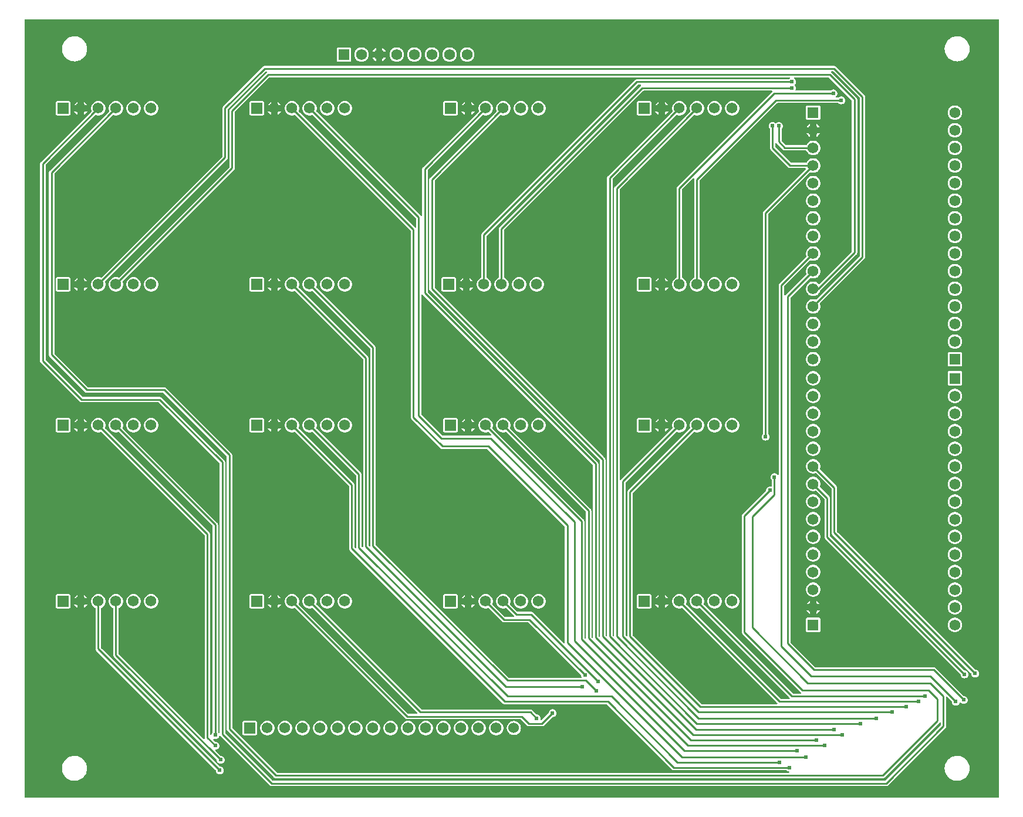
<source format=gbl>
G04 Layer: BottomLayer*
G04 EasyEDA v6.5.9, 2022-10-13 02:00:02*
G04 e360aac8450f43158dbdd5a42fdb8d84,1d9ebe74aaba41f0b176b6c48231f753,10*
G04 Gerber Generator version 0.2*
G04 Scale: 100 percent, Rotated: No, Reflected: No *
G04 Dimensions in millimeters *
G04 leading zeros omitted , absolute positions ,4 integer and 5 decimal *
%FSLAX45Y45*%
%MOMM*%

%ADD10C,0.2540*%
%ADD11C,1.5748*%
%ADD12C,1.5240*%
%ADD13R,1.5748X1.5748*%
%ADD14C,0.6100*%
%ADD15C,0.0145*%

%LPD*%
G36*
X848868Y-1307592D02*
G01*
X844956Y-1306830D01*
X841705Y-1304594D01*
X839469Y-1301343D01*
X838708Y-1297432D01*
X838708Y9908032D01*
X839469Y9911943D01*
X841705Y9915194D01*
X844956Y9917430D01*
X848868Y9918192D01*
X14886432Y9918192D01*
X14890343Y9917430D01*
X14893594Y9915194D01*
X14895830Y9911943D01*
X14896592Y9908032D01*
X14896592Y-1297432D01*
X14895830Y-1301343D01*
X14893594Y-1304594D01*
X14890343Y-1306830D01*
X14886432Y-1307592D01*
G37*

%LPC*%
G36*
X6002020Y9456420D02*
G01*
X6050178Y9456420D01*
X6046927Y9463024D01*
X6039307Y9474403D01*
X6030264Y9484664D01*
X6020003Y9493707D01*
X6008624Y9501327D01*
X6002020Y9504578D01*
G37*
G36*
X1566773Y-1066647D02*
G01*
X1585315Y-1065225D01*
X1603654Y-1061872D01*
X1621536Y-1056690D01*
X1638807Y-1049680D01*
X1655216Y-1040892D01*
X1670659Y-1030528D01*
X1684985Y-1018590D01*
X1697989Y-1005230D01*
X1709521Y-990650D01*
X1719529Y-974902D01*
X1727860Y-958240D01*
X1734413Y-940816D01*
X1739188Y-922832D01*
X1742033Y-904443D01*
X1742998Y-885850D01*
X1742033Y-867206D01*
X1739188Y-848817D01*
X1734413Y-830834D01*
X1727860Y-813409D01*
X1719529Y-796747D01*
X1709521Y-780999D01*
X1697989Y-766419D01*
X1684985Y-753059D01*
X1670659Y-741121D01*
X1655216Y-730758D01*
X1638807Y-721969D01*
X1621536Y-714959D01*
X1603654Y-709777D01*
X1585315Y-706424D01*
X1566773Y-705002D01*
X1548130Y-705459D01*
X1529689Y-707847D01*
X1511554Y-712114D01*
X1493926Y-718261D01*
X1477060Y-726135D01*
X1461109Y-735736D01*
X1446225Y-746912D01*
X1432560Y-759561D01*
X1420266Y-773582D01*
X1409446Y-788720D01*
X1400302Y-804926D01*
X1392834Y-821994D01*
X1387144Y-839774D01*
X1383334Y-858012D01*
X1381455Y-876503D01*
X1381455Y-895146D01*
X1383334Y-913637D01*
X1387144Y-931875D01*
X1392834Y-949655D01*
X1400302Y-966724D01*
X1409446Y-982929D01*
X1420266Y-998067D01*
X1432560Y-1012088D01*
X1446225Y-1024737D01*
X1461109Y-1035913D01*
X1477060Y-1045514D01*
X1493926Y-1053388D01*
X1511554Y-1059535D01*
X1529689Y-1063802D01*
X1548130Y-1066190D01*
G37*
G36*
X14298523Y-1066647D02*
G01*
X14317065Y-1065225D01*
X14335404Y-1061872D01*
X14353286Y-1056690D01*
X14370557Y-1049680D01*
X14386966Y-1040892D01*
X14402409Y-1030528D01*
X14416735Y-1018590D01*
X14429740Y-1005230D01*
X14441271Y-990650D01*
X14451279Y-974902D01*
X14459610Y-958240D01*
X14466163Y-940816D01*
X14470938Y-922832D01*
X14473783Y-904443D01*
X14474748Y-885850D01*
X14473783Y-867206D01*
X14470938Y-848817D01*
X14466163Y-830834D01*
X14459610Y-813409D01*
X14451279Y-796747D01*
X14441271Y-780999D01*
X14429740Y-766419D01*
X14416735Y-753059D01*
X14402409Y-741121D01*
X14386966Y-730758D01*
X14370557Y-721969D01*
X14353286Y-714959D01*
X14335404Y-709777D01*
X14317065Y-706424D01*
X14298523Y-705002D01*
X14279880Y-705459D01*
X14261439Y-707847D01*
X14243304Y-712114D01*
X14225676Y-718261D01*
X14208810Y-726135D01*
X14192859Y-735736D01*
X14177975Y-746912D01*
X14164310Y-759561D01*
X14152016Y-773582D01*
X14141196Y-788720D01*
X14132051Y-804926D01*
X14124584Y-821994D01*
X14118894Y-839774D01*
X14115084Y-858012D01*
X14113205Y-876503D01*
X14113205Y-895146D01*
X14115084Y-913637D01*
X14118894Y-931875D01*
X14124584Y-949655D01*
X14132051Y-966724D01*
X14141196Y-982929D01*
X14152016Y-998067D01*
X14164310Y-1012088D01*
X14177975Y-1024737D01*
X14192859Y-1035913D01*
X14208810Y-1045514D01*
X14225676Y-1053388D01*
X14243304Y-1059535D01*
X14261439Y-1063802D01*
X14279880Y-1066190D01*
G37*
G36*
X5862421Y9456420D02*
G01*
X5910580Y9456420D01*
X5910580Y9504578D01*
X5903976Y9501327D01*
X5892596Y9493707D01*
X5882335Y9484664D01*
X5873292Y9474403D01*
X5865672Y9463024D01*
G37*
G36*
X6002020Y9316821D02*
G01*
X6008624Y9320072D01*
X6020003Y9327692D01*
X6030264Y9336735D01*
X6039307Y9346996D01*
X6046927Y9358376D01*
X6050178Y9364980D01*
X6002020Y9364980D01*
G37*
G36*
X3657600Y-970787D02*
G01*
X3667404Y-969924D01*
X3676904Y-967384D01*
X3685794Y-963218D01*
X3693820Y-957580D01*
X3700779Y-950620D01*
X3706418Y-942594D01*
X3710584Y-933703D01*
X3713124Y-924204D01*
X3713987Y-914400D01*
X3713124Y-904595D01*
X3710584Y-895096D01*
X3706418Y-886206D01*
X3700779Y-878179D01*
X3693820Y-871219D01*
X3685794Y-865581D01*
X3676904Y-861415D01*
X3667404Y-858875D01*
X3659327Y-858164D01*
X3655923Y-857250D01*
X3653028Y-855268D01*
X1946605Y851204D01*
X1944370Y854506D01*
X1943607Y858418D01*
X1943607Y1420317D01*
X1944319Y1423974D01*
X1946300Y1427175D01*
X1949297Y1429410D01*
X1957324Y1433372D01*
X1968703Y1440992D01*
X1978964Y1450035D01*
X1988007Y1460296D01*
X1995627Y1471676D01*
X2001672Y1483969D01*
X2006041Y1496923D01*
X2008733Y1510334D01*
X2009648Y1524000D01*
X2008733Y1537665D01*
X2006041Y1551076D01*
X2001672Y1564030D01*
X1995627Y1576324D01*
X1988007Y1587703D01*
X1978964Y1597964D01*
X1968703Y1607007D01*
X1957324Y1614627D01*
X1945030Y1620672D01*
X1932076Y1625041D01*
X1918665Y1627733D01*
X1905000Y1628648D01*
X1891334Y1627733D01*
X1877923Y1625041D01*
X1864969Y1620672D01*
X1852675Y1614627D01*
X1841296Y1607007D01*
X1831035Y1597964D01*
X1821992Y1587703D01*
X1814372Y1576324D01*
X1808327Y1564030D01*
X1803958Y1551076D01*
X1801266Y1537665D01*
X1800352Y1524000D01*
X1801266Y1510334D01*
X1803958Y1496923D01*
X1808327Y1483969D01*
X1814372Y1471676D01*
X1821992Y1460296D01*
X1831035Y1450035D01*
X1841296Y1440992D01*
X1852675Y1433372D01*
X1860702Y1429410D01*
X1863699Y1427175D01*
X1865680Y1423974D01*
X1866392Y1420317D01*
X1866392Y838708D01*
X1867204Y830681D01*
X1869389Y823468D01*
X1872945Y816762D01*
X1878075Y810564D01*
X3598468Y-909828D01*
X3600450Y-912723D01*
X3601364Y-916127D01*
X3602075Y-924204D01*
X3604615Y-933703D01*
X3608781Y-942594D01*
X3614420Y-950620D01*
X3621379Y-957580D01*
X3629406Y-963218D01*
X3638296Y-967384D01*
X3647795Y-969924D01*
G37*
G36*
X5910580Y9316821D02*
G01*
X5910580Y9364980D01*
X5862421Y9364980D01*
X5865672Y9358376D01*
X5873292Y9346996D01*
X5882335Y9336735D01*
X5892596Y9327692D01*
X5903976Y9320072D01*
G37*
G36*
X14298523Y9312402D02*
G01*
X14317065Y9313875D01*
X14335404Y9317177D01*
X14353286Y9322409D01*
X14370557Y9329420D01*
X14386966Y9338157D01*
X14402409Y9348571D01*
X14416735Y9360509D01*
X14429740Y9373819D01*
X14441271Y9388449D01*
X14451279Y9404146D01*
X14459610Y9420809D01*
X14466163Y9438233D01*
X14470938Y9456267D01*
X14473783Y9474657D01*
X14474748Y9493250D01*
X14473783Y9511842D01*
X14470938Y9530232D01*
X14466163Y9548266D01*
X14459610Y9565690D01*
X14451279Y9582353D01*
X14441271Y9598050D01*
X14429740Y9612680D01*
X14416735Y9625990D01*
X14402409Y9637928D01*
X14386966Y9648342D01*
X14370557Y9657080D01*
X14353286Y9664090D01*
X14335404Y9669322D01*
X14317065Y9672624D01*
X14298523Y9674098D01*
X14279880Y9673590D01*
X14261439Y9671202D01*
X14243304Y9666935D01*
X14225676Y9660839D01*
X14208810Y9652914D01*
X14192859Y9643313D01*
X14177975Y9632137D01*
X14164310Y9619488D01*
X14152016Y9605518D01*
X14141196Y9590328D01*
X14132051Y9574123D01*
X14124584Y9557054D01*
X14118894Y9539325D01*
X14115084Y9521088D01*
X14113205Y9502546D01*
X14113205Y9483953D01*
X14115084Y9465411D01*
X14118894Y9447174D01*
X14124584Y9429445D01*
X14132051Y9412376D01*
X14141196Y9396171D01*
X14152016Y9380982D01*
X14164310Y9367012D01*
X14177975Y9354362D01*
X14192859Y9343186D01*
X14208810Y9333585D01*
X14225676Y9325660D01*
X14243304Y9319564D01*
X14261439Y9315297D01*
X14279880Y9312910D01*
G37*
G36*
X1566773Y9312402D02*
G01*
X1585315Y9313875D01*
X1603654Y9317177D01*
X1621536Y9322409D01*
X1638807Y9329420D01*
X1655216Y9338157D01*
X1670659Y9348571D01*
X1684985Y9360509D01*
X1697989Y9373819D01*
X1709521Y9388449D01*
X1719529Y9404146D01*
X1727860Y9420809D01*
X1734413Y9438233D01*
X1739188Y9456267D01*
X1742033Y9474657D01*
X1742998Y9493250D01*
X1742033Y9511842D01*
X1739188Y9530232D01*
X1734413Y9548266D01*
X1727860Y9565690D01*
X1719529Y9582353D01*
X1709521Y9598050D01*
X1697989Y9612680D01*
X1684985Y9625990D01*
X1670659Y9637928D01*
X1655216Y9648342D01*
X1638807Y9657080D01*
X1621536Y9664090D01*
X1603654Y9669322D01*
X1585315Y9672624D01*
X1566773Y9674098D01*
X1548130Y9673590D01*
X1529689Y9671202D01*
X1511554Y9666935D01*
X1493926Y9660839D01*
X1477060Y9652914D01*
X1461109Y9643313D01*
X1446225Y9632137D01*
X1432560Y9619488D01*
X1420266Y9605518D01*
X1409446Y9590328D01*
X1400302Y9574123D01*
X1392834Y9557054D01*
X1387144Y9539325D01*
X1383334Y9521088D01*
X1381455Y9502546D01*
X1381455Y9483953D01*
X1383334Y9465411D01*
X1387144Y9447174D01*
X1392834Y9429445D01*
X1400302Y9412376D01*
X1409446Y9396171D01*
X1420266Y9380982D01*
X1432560Y9367012D01*
X1446225Y9354362D01*
X1461109Y9343186D01*
X1477060Y9333585D01*
X1493926Y9325660D01*
X1511554Y9319564D01*
X1529689Y9315297D01*
X1548130Y9312910D01*
G37*
G36*
X5370118Y9306052D02*
G01*
X5526481Y9306052D01*
X5532780Y9306763D01*
X5538266Y9308693D01*
X5543143Y9311741D01*
X5547258Y9315856D01*
X5550306Y9320733D01*
X5552236Y9326219D01*
X5552948Y9332518D01*
X5552948Y9488881D01*
X5552236Y9495180D01*
X5550306Y9500666D01*
X5547258Y9505543D01*
X5543143Y9509658D01*
X5538266Y9512706D01*
X5532780Y9514636D01*
X5526481Y9515348D01*
X5370118Y9515348D01*
X5363819Y9514636D01*
X5358333Y9512706D01*
X5353456Y9509658D01*
X5349341Y9505543D01*
X5346293Y9500666D01*
X5344363Y9495180D01*
X5343652Y9488881D01*
X5343652Y9332518D01*
X5344363Y9326219D01*
X5346293Y9320733D01*
X5349341Y9315856D01*
X5353456Y9311741D01*
X5358333Y9308693D01*
X5363819Y9306763D01*
G37*
G36*
X7645400Y-409448D02*
G01*
X7659065Y-408533D01*
X7672476Y-405841D01*
X7685430Y-401472D01*
X7697724Y-395427D01*
X7709103Y-387807D01*
X7719364Y-378764D01*
X7728407Y-368503D01*
X7736027Y-357124D01*
X7742072Y-344830D01*
X7746441Y-331876D01*
X7749133Y-318465D01*
X7750048Y-304800D01*
X7749133Y-291134D01*
X7746441Y-277723D01*
X7742072Y-264769D01*
X7736027Y-252475D01*
X7728407Y-241096D01*
X7719364Y-230835D01*
X7709103Y-221792D01*
X7697724Y-214172D01*
X7685430Y-208127D01*
X7672476Y-203758D01*
X7659065Y-201066D01*
X7645400Y-200152D01*
X7631734Y-201066D01*
X7618323Y-203758D01*
X7605369Y-208127D01*
X7593075Y-214172D01*
X7581696Y-221792D01*
X7571435Y-230835D01*
X7562392Y-241096D01*
X7554772Y-252475D01*
X7548727Y-264769D01*
X7544358Y-277723D01*
X7541666Y-291134D01*
X7540752Y-304800D01*
X7541666Y-318465D01*
X7544358Y-331876D01*
X7548727Y-344830D01*
X7554772Y-357124D01*
X7562392Y-368503D01*
X7571435Y-378764D01*
X7581696Y-387807D01*
X7593075Y-395427D01*
X7605369Y-401472D01*
X7618323Y-405841D01*
X7631734Y-408533D01*
G37*
G36*
X7137400Y-409448D02*
G01*
X7151065Y-408533D01*
X7164476Y-405841D01*
X7177430Y-401472D01*
X7189724Y-395427D01*
X7201103Y-387807D01*
X7211364Y-378764D01*
X7220407Y-368503D01*
X7228027Y-357124D01*
X7234072Y-344830D01*
X7238441Y-331876D01*
X7241133Y-318465D01*
X7242048Y-304800D01*
X7241133Y-291134D01*
X7238441Y-277723D01*
X7234072Y-264769D01*
X7228027Y-252475D01*
X7220407Y-241096D01*
X7211364Y-230835D01*
X7201103Y-221792D01*
X7189724Y-214172D01*
X7177430Y-208127D01*
X7164476Y-203758D01*
X7151065Y-201066D01*
X7137400Y-200152D01*
X7123734Y-201066D01*
X7110323Y-203758D01*
X7097369Y-208127D01*
X7085075Y-214172D01*
X7073696Y-221792D01*
X7063435Y-230835D01*
X7054392Y-241096D01*
X7046772Y-252475D01*
X7040727Y-264769D01*
X7036358Y-277723D01*
X7033666Y-291134D01*
X7032752Y-304800D01*
X7033666Y-318465D01*
X7036358Y-331876D01*
X7040727Y-344830D01*
X7046772Y-357124D01*
X7054392Y-368503D01*
X7063435Y-378764D01*
X7073696Y-387807D01*
X7085075Y-395427D01*
X7097369Y-401472D01*
X7110323Y-405841D01*
X7123734Y-408533D01*
G37*
G36*
X4597400Y-409448D02*
G01*
X4611065Y-408533D01*
X4624476Y-405841D01*
X4637430Y-401472D01*
X4649724Y-395427D01*
X4661103Y-387807D01*
X4671364Y-378764D01*
X4680407Y-368503D01*
X4688027Y-357124D01*
X4694072Y-344830D01*
X4698441Y-331876D01*
X4701133Y-318465D01*
X4702048Y-304800D01*
X4701133Y-291134D01*
X4698441Y-277723D01*
X4694072Y-264769D01*
X4688027Y-252475D01*
X4680407Y-241096D01*
X4671364Y-230835D01*
X4661103Y-221792D01*
X4649724Y-214172D01*
X4637430Y-208127D01*
X4624476Y-203758D01*
X4611065Y-201066D01*
X4597400Y-200152D01*
X4583734Y-201066D01*
X4570323Y-203758D01*
X4557369Y-208127D01*
X4545076Y-214172D01*
X4533696Y-221792D01*
X4523435Y-230835D01*
X4514392Y-241096D01*
X4506772Y-252475D01*
X4500727Y-264769D01*
X4496358Y-277723D01*
X4493666Y-291134D01*
X4492752Y-304800D01*
X4493666Y-318465D01*
X4496358Y-331876D01*
X4500727Y-344830D01*
X4506772Y-357124D01*
X4514392Y-368503D01*
X4523435Y-378764D01*
X4533696Y-387807D01*
X4545076Y-395427D01*
X4557369Y-401472D01*
X4570323Y-405841D01*
X4583734Y-408533D01*
G37*
G36*
X4851400Y-409448D02*
G01*
X4865065Y-408533D01*
X4878476Y-405841D01*
X4891430Y-401472D01*
X4903724Y-395427D01*
X4915103Y-387807D01*
X4925364Y-378764D01*
X4934407Y-368503D01*
X4942027Y-357124D01*
X4948072Y-344830D01*
X4952441Y-331876D01*
X4955133Y-318465D01*
X4956048Y-304800D01*
X4955133Y-291134D01*
X4952441Y-277723D01*
X4948072Y-264769D01*
X4942027Y-252475D01*
X4934407Y-241096D01*
X4925364Y-230835D01*
X4915103Y-221792D01*
X4903724Y-214172D01*
X4891430Y-208127D01*
X4878476Y-203758D01*
X4865065Y-201066D01*
X4851400Y-200152D01*
X4837734Y-201066D01*
X4824323Y-203758D01*
X4811369Y-208127D01*
X4799076Y-214172D01*
X4787696Y-221792D01*
X4777435Y-230835D01*
X4768392Y-241096D01*
X4760772Y-252475D01*
X4754727Y-264769D01*
X4750358Y-277723D01*
X4747666Y-291134D01*
X4746752Y-304800D01*
X4747666Y-318465D01*
X4750358Y-331876D01*
X4754727Y-344830D01*
X4760772Y-357124D01*
X4768392Y-368503D01*
X4777435Y-378764D01*
X4787696Y-387807D01*
X4799076Y-395427D01*
X4811369Y-401472D01*
X4824323Y-405841D01*
X4837734Y-408533D01*
G37*
G36*
X6883400Y-409448D02*
G01*
X6897065Y-408533D01*
X6910476Y-405841D01*
X6923430Y-401472D01*
X6935724Y-395427D01*
X6947103Y-387807D01*
X6957364Y-378764D01*
X6966407Y-368503D01*
X6974027Y-357124D01*
X6980072Y-344830D01*
X6984441Y-331876D01*
X6987133Y-318465D01*
X6988048Y-304800D01*
X6987133Y-291134D01*
X6984441Y-277723D01*
X6980072Y-264769D01*
X6974027Y-252475D01*
X6966407Y-241096D01*
X6957364Y-230835D01*
X6947103Y-221792D01*
X6935724Y-214172D01*
X6923430Y-208127D01*
X6910476Y-203758D01*
X6897065Y-201066D01*
X6883400Y-200152D01*
X6869734Y-201066D01*
X6856323Y-203758D01*
X6843369Y-208127D01*
X6831075Y-214172D01*
X6819696Y-221792D01*
X6809435Y-230835D01*
X6800392Y-241096D01*
X6792772Y-252475D01*
X6786727Y-264769D01*
X6782358Y-277723D01*
X6779666Y-291134D01*
X6778752Y-304800D01*
X6779666Y-318465D01*
X6782358Y-331876D01*
X6786727Y-344830D01*
X6792772Y-357124D01*
X6800392Y-368503D01*
X6809435Y-378764D01*
X6819696Y-387807D01*
X6831075Y-395427D01*
X6843369Y-401472D01*
X6856323Y-405841D01*
X6869734Y-408533D01*
G37*
G36*
X5105400Y-409448D02*
G01*
X5119065Y-408533D01*
X5132476Y-405841D01*
X5145430Y-401472D01*
X5157724Y-395427D01*
X5169103Y-387807D01*
X5179364Y-378764D01*
X5188407Y-368503D01*
X5196027Y-357124D01*
X5202072Y-344830D01*
X5206441Y-331876D01*
X5209133Y-318465D01*
X5210048Y-304800D01*
X5209133Y-291134D01*
X5206441Y-277723D01*
X5202072Y-264769D01*
X5196027Y-252475D01*
X5188407Y-241096D01*
X5179364Y-230835D01*
X5169103Y-221792D01*
X5157724Y-214172D01*
X5145430Y-208127D01*
X5132476Y-203758D01*
X5119065Y-201066D01*
X5105400Y-200152D01*
X5091734Y-201066D01*
X5078323Y-203758D01*
X5065369Y-208127D01*
X5053076Y-214172D01*
X5041696Y-221792D01*
X5031435Y-230835D01*
X5022392Y-241096D01*
X5014772Y-252475D01*
X5008727Y-264769D01*
X5004358Y-277723D01*
X5001666Y-291134D01*
X5000752Y-304800D01*
X5001666Y-318465D01*
X5004358Y-331876D01*
X5008727Y-344830D01*
X5014772Y-357124D01*
X5022392Y-368503D01*
X5031435Y-378764D01*
X5041696Y-387807D01*
X5053076Y-395427D01*
X5065369Y-401472D01*
X5078323Y-405841D01*
X5091734Y-408533D01*
G37*
G36*
X6629400Y-409448D02*
G01*
X6643065Y-408533D01*
X6656476Y-405841D01*
X6669430Y-401472D01*
X6681724Y-395427D01*
X6693103Y-387807D01*
X6703364Y-378764D01*
X6712407Y-368503D01*
X6720027Y-357124D01*
X6726072Y-344830D01*
X6730441Y-331876D01*
X6733133Y-318465D01*
X6734048Y-304800D01*
X6733133Y-291134D01*
X6730441Y-277723D01*
X6726072Y-264769D01*
X6720027Y-252475D01*
X6712407Y-241096D01*
X6703364Y-230835D01*
X6693103Y-221792D01*
X6681724Y-214172D01*
X6669430Y-208127D01*
X6656476Y-203758D01*
X6643065Y-201066D01*
X6629400Y-200152D01*
X6615734Y-201066D01*
X6602323Y-203758D01*
X6589369Y-208127D01*
X6577075Y-214172D01*
X6565696Y-221792D01*
X6555435Y-230835D01*
X6546392Y-241096D01*
X6538772Y-252475D01*
X6532727Y-264769D01*
X6528358Y-277723D01*
X6525666Y-291134D01*
X6524752Y-304800D01*
X6525666Y-318465D01*
X6528358Y-331876D01*
X6532727Y-344830D01*
X6538772Y-357124D01*
X6546392Y-368503D01*
X6555435Y-378764D01*
X6565696Y-387807D01*
X6577075Y-395427D01*
X6589369Y-401472D01*
X6602323Y-405841D01*
X6615734Y-408533D01*
G37*
G36*
X5359400Y-409448D02*
G01*
X5373065Y-408533D01*
X5386476Y-405841D01*
X5399430Y-401472D01*
X5411724Y-395427D01*
X5423103Y-387807D01*
X5433364Y-378764D01*
X5442407Y-368503D01*
X5450027Y-357124D01*
X5456072Y-344830D01*
X5460441Y-331876D01*
X5463133Y-318465D01*
X5464048Y-304800D01*
X5463133Y-291134D01*
X5460441Y-277723D01*
X5456072Y-264769D01*
X5450027Y-252475D01*
X5442407Y-241096D01*
X5433364Y-230835D01*
X5423103Y-221792D01*
X5411724Y-214172D01*
X5399430Y-208127D01*
X5386476Y-203758D01*
X5373065Y-201066D01*
X5359400Y-200152D01*
X5345734Y-201066D01*
X5332323Y-203758D01*
X5319369Y-208127D01*
X5307076Y-214172D01*
X5295696Y-221792D01*
X5285435Y-230835D01*
X5276392Y-241096D01*
X5268772Y-252475D01*
X5262727Y-264769D01*
X5258358Y-277723D01*
X5255666Y-291134D01*
X5254752Y-304800D01*
X5255666Y-318465D01*
X5258358Y-331876D01*
X5262727Y-344830D01*
X5268772Y-357124D01*
X5276392Y-368503D01*
X5285435Y-378764D01*
X5295696Y-387807D01*
X5307076Y-395427D01*
X5319369Y-401472D01*
X5332323Y-405841D01*
X5345734Y-408533D01*
G37*
G36*
X6375400Y-409448D02*
G01*
X6389065Y-408533D01*
X6402476Y-405841D01*
X6415430Y-401472D01*
X6427724Y-395427D01*
X6439103Y-387807D01*
X6449364Y-378764D01*
X6458407Y-368503D01*
X6466027Y-357124D01*
X6472072Y-344830D01*
X6476441Y-331876D01*
X6479133Y-318465D01*
X6480048Y-304800D01*
X6479133Y-291134D01*
X6476441Y-277723D01*
X6472072Y-264769D01*
X6466027Y-252475D01*
X6458407Y-241096D01*
X6449364Y-230835D01*
X6439103Y-221792D01*
X6427724Y-214172D01*
X6415430Y-208127D01*
X6402476Y-203758D01*
X6389065Y-201066D01*
X6375400Y-200152D01*
X6361734Y-201066D01*
X6348323Y-203758D01*
X6335369Y-208127D01*
X6323076Y-214172D01*
X6311696Y-221792D01*
X6301435Y-230835D01*
X6292392Y-241096D01*
X6284772Y-252475D01*
X6278727Y-264769D01*
X6274358Y-277723D01*
X6271666Y-291134D01*
X6270752Y-304800D01*
X6271666Y-318465D01*
X6274358Y-331876D01*
X6278727Y-344830D01*
X6284772Y-357124D01*
X6292392Y-368503D01*
X6301435Y-378764D01*
X6311696Y-387807D01*
X6323076Y-395427D01*
X6335369Y-401472D01*
X6348323Y-405841D01*
X6361734Y-408533D01*
G37*
G36*
X4343400Y-409448D02*
G01*
X4357065Y-408533D01*
X4370476Y-405841D01*
X4383430Y-401472D01*
X4395724Y-395427D01*
X4407103Y-387807D01*
X4417364Y-378764D01*
X4426407Y-368503D01*
X4434027Y-357124D01*
X4440072Y-344830D01*
X4444441Y-331876D01*
X4447133Y-318465D01*
X4448048Y-304800D01*
X4447133Y-291134D01*
X4444441Y-277723D01*
X4440072Y-264769D01*
X4434027Y-252475D01*
X4426407Y-241096D01*
X4417364Y-230835D01*
X4407103Y-221792D01*
X4395724Y-214172D01*
X4383430Y-208127D01*
X4370476Y-203758D01*
X4357065Y-201066D01*
X4343400Y-200152D01*
X4329734Y-201066D01*
X4316323Y-203758D01*
X4303369Y-208127D01*
X4291076Y-214172D01*
X4279696Y-221792D01*
X4269435Y-230835D01*
X4260392Y-241096D01*
X4252772Y-252475D01*
X4246727Y-264769D01*
X4242358Y-277723D01*
X4239666Y-291134D01*
X4238752Y-304800D01*
X4239666Y-318465D01*
X4242358Y-331876D01*
X4246727Y-344830D01*
X4252772Y-357124D01*
X4260392Y-368503D01*
X4269435Y-378764D01*
X4279696Y-387807D01*
X4291076Y-395427D01*
X4303369Y-401472D01*
X4316323Y-405841D01*
X4329734Y-408533D01*
G37*
G36*
X5613400Y-409448D02*
G01*
X5627065Y-408533D01*
X5640476Y-405841D01*
X5653430Y-401472D01*
X5665724Y-395427D01*
X5677103Y-387807D01*
X5687364Y-378764D01*
X5696407Y-368503D01*
X5704027Y-357124D01*
X5710072Y-344830D01*
X5714441Y-331876D01*
X5717133Y-318465D01*
X5718048Y-304800D01*
X5717133Y-291134D01*
X5714441Y-277723D01*
X5710072Y-264769D01*
X5704027Y-252475D01*
X5696407Y-241096D01*
X5687364Y-230835D01*
X5677103Y-221792D01*
X5665724Y-214172D01*
X5653430Y-208127D01*
X5640476Y-203758D01*
X5627065Y-201066D01*
X5613400Y-200152D01*
X5599734Y-201066D01*
X5586323Y-203758D01*
X5573369Y-208127D01*
X5561076Y-214172D01*
X5549696Y-221792D01*
X5539435Y-230835D01*
X5530392Y-241096D01*
X5522772Y-252475D01*
X5516727Y-264769D01*
X5512358Y-277723D01*
X5509666Y-291134D01*
X5508752Y-304800D01*
X5509666Y-318465D01*
X5512358Y-331876D01*
X5516727Y-344830D01*
X5522772Y-357124D01*
X5530392Y-368503D01*
X5539435Y-378764D01*
X5549696Y-387807D01*
X5561076Y-395427D01*
X5573369Y-401472D01*
X5586323Y-405841D01*
X5599734Y-408533D01*
G37*
G36*
X6121400Y-409448D02*
G01*
X6135065Y-408533D01*
X6148476Y-405841D01*
X6161430Y-401472D01*
X6173724Y-395427D01*
X6185103Y-387807D01*
X6195364Y-378764D01*
X6204407Y-368503D01*
X6212027Y-357124D01*
X6218072Y-344830D01*
X6222441Y-331876D01*
X6225133Y-318465D01*
X6226048Y-304800D01*
X6225133Y-291134D01*
X6222441Y-277723D01*
X6218072Y-264769D01*
X6212027Y-252475D01*
X6204407Y-241096D01*
X6195364Y-230835D01*
X6185103Y-221792D01*
X6173724Y-214172D01*
X6161430Y-208127D01*
X6148476Y-203758D01*
X6135065Y-201066D01*
X6121400Y-200152D01*
X6107734Y-201066D01*
X6094323Y-203758D01*
X6081369Y-208127D01*
X6069076Y-214172D01*
X6057696Y-221792D01*
X6047435Y-230835D01*
X6038392Y-241096D01*
X6030772Y-252475D01*
X6024727Y-264769D01*
X6020358Y-277723D01*
X6017666Y-291134D01*
X6016752Y-304800D01*
X6017666Y-318465D01*
X6020358Y-331876D01*
X6024727Y-344830D01*
X6030772Y-357124D01*
X6038392Y-368503D01*
X6047435Y-378764D01*
X6057696Y-387807D01*
X6069076Y-395427D01*
X6081369Y-401472D01*
X6094323Y-405841D01*
X6107734Y-408533D01*
G37*
G36*
X5867400Y-409448D02*
G01*
X5881065Y-408533D01*
X5894476Y-405841D01*
X5907430Y-401472D01*
X5919724Y-395427D01*
X5931103Y-387807D01*
X5941364Y-378764D01*
X5950407Y-368503D01*
X5958027Y-357124D01*
X5964072Y-344830D01*
X5968441Y-331876D01*
X5971133Y-318465D01*
X5972048Y-304800D01*
X5971133Y-291134D01*
X5968441Y-277723D01*
X5964072Y-264769D01*
X5958027Y-252475D01*
X5950407Y-241096D01*
X5941364Y-230835D01*
X5931103Y-221792D01*
X5919724Y-214172D01*
X5907430Y-208127D01*
X5894476Y-203758D01*
X5881065Y-201066D01*
X5867400Y-200152D01*
X5853734Y-201066D01*
X5840323Y-203758D01*
X5827369Y-208127D01*
X5815076Y-214172D01*
X5803696Y-221792D01*
X5793435Y-230835D01*
X5784392Y-241096D01*
X5776772Y-252475D01*
X5770727Y-264769D01*
X5766358Y-277723D01*
X5763666Y-291134D01*
X5762752Y-304800D01*
X5763666Y-318465D01*
X5766358Y-331876D01*
X5770727Y-344830D01*
X5776772Y-357124D01*
X5784392Y-368503D01*
X5793435Y-378764D01*
X5803696Y-387807D01*
X5815076Y-395427D01*
X5827369Y-401472D01*
X5840323Y-405841D01*
X5853734Y-408533D01*
G37*
G36*
X7391400Y-409448D02*
G01*
X7405065Y-408533D01*
X7418476Y-405841D01*
X7431430Y-401472D01*
X7443724Y-395427D01*
X7455103Y-387807D01*
X7465364Y-378764D01*
X7474407Y-368503D01*
X7482027Y-357124D01*
X7488072Y-344830D01*
X7492441Y-331876D01*
X7495133Y-318465D01*
X7496048Y-304800D01*
X7495133Y-291134D01*
X7492441Y-277723D01*
X7488072Y-264769D01*
X7482027Y-252475D01*
X7474407Y-241096D01*
X7465364Y-230835D01*
X7455103Y-221792D01*
X7443724Y-214172D01*
X7431430Y-208127D01*
X7418476Y-203758D01*
X7405065Y-201066D01*
X7391400Y-200152D01*
X7377734Y-201066D01*
X7364323Y-203758D01*
X7351369Y-208127D01*
X7339075Y-214172D01*
X7327696Y-221792D01*
X7317435Y-230835D01*
X7308392Y-241096D01*
X7300772Y-252475D01*
X7294727Y-264769D01*
X7290358Y-277723D01*
X7287666Y-291134D01*
X7286752Y-304800D01*
X7287666Y-318465D01*
X7290358Y-331876D01*
X7294727Y-344830D01*
X7300772Y-357124D01*
X7308392Y-368503D01*
X7317435Y-378764D01*
X7327696Y-387807D01*
X7339075Y-395427D01*
X7351369Y-401472D01*
X7364323Y-405841D01*
X7377734Y-408533D01*
G37*
G36*
X4011218Y-409448D02*
G01*
X4167581Y-409448D01*
X4173880Y-408736D01*
X4179366Y-406806D01*
X4184243Y-403758D01*
X4188358Y-399643D01*
X4191406Y-394766D01*
X4193336Y-389280D01*
X4194048Y-382981D01*
X4194048Y-226618D01*
X4193336Y-220319D01*
X4191406Y-214833D01*
X4188358Y-209956D01*
X4184243Y-205841D01*
X4179366Y-202793D01*
X4173880Y-200863D01*
X4167581Y-200152D01*
X4011218Y-200152D01*
X4004919Y-200863D01*
X3999433Y-202793D01*
X3994556Y-205841D01*
X3990441Y-209956D01*
X3987393Y-214833D01*
X3985463Y-220319D01*
X3984751Y-226618D01*
X3984751Y-382981D01*
X3985463Y-389280D01*
X3987393Y-394766D01*
X3990441Y-399643D01*
X3994556Y-403758D01*
X3999433Y-406806D01*
X4004919Y-408736D01*
G37*
G36*
X7895996Y-406806D02*
G01*
X7909610Y-406349D01*
X7923072Y-404114D01*
X7936077Y-400050D01*
X7948472Y-394309D01*
X7959953Y-386994D01*
X7970367Y-378206D01*
X7979511Y-368046D01*
X7987233Y-356819D01*
X7993380Y-344678D01*
X7997850Y-331774D01*
X8000593Y-318414D01*
X8001508Y-304800D01*
X8000593Y-291185D01*
X7997850Y-277825D01*
X7993380Y-264922D01*
X7987233Y-252780D01*
X7979511Y-241554D01*
X7970367Y-231394D01*
X7959953Y-222605D01*
X7948472Y-215290D01*
X7936077Y-209550D01*
X7923072Y-205486D01*
X7909610Y-203250D01*
X7895996Y-202793D01*
X7882432Y-204114D01*
X7869174Y-207314D01*
X7856423Y-212191D01*
X7844485Y-218744D01*
X7833512Y-226821D01*
X7823708Y-236321D01*
X7815224Y-247040D01*
X7808264Y-258775D01*
X7802981Y-271322D01*
X7799374Y-284480D01*
X7797546Y-297992D01*
X7797546Y-311607D01*
X7799374Y-325120D01*
X7802981Y-338277D01*
X7808264Y-350824D01*
X7815224Y-362559D01*
X7823708Y-373278D01*
X7833512Y-382778D01*
X7844485Y-390855D01*
X7856423Y-397408D01*
X7869174Y-402285D01*
X7882432Y-405485D01*
G37*
G36*
X6972300Y9306052D02*
G01*
X6985965Y9306966D01*
X6999376Y9309658D01*
X7012330Y9314027D01*
X7024624Y9320072D01*
X7036003Y9327692D01*
X7046264Y9336735D01*
X7055307Y9346996D01*
X7062927Y9358376D01*
X7068972Y9370669D01*
X7073341Y9383623D01*
X7076033Y9397034D01*
X7076948Y9410700D01*
X7076033Y9424365D01*
X7073341Y9437776D01*
X7068972Y9450730D01*
X7062927Y9463024D01*
X7055307Y9474403D01*
X7046264Y9484664D01*
X7036003Y9493707D01*
X7024624Y9501327D01*
X7012330Y9507372D01*
X6999376Y9511741D01*
X6985965Y9514433D01*
X6972300Y9515348D01*
X6958634Y9514433D01*
X6945223Y9511741D01*
X6932269Y9507372D01*
X6919975Y9501327D01*
X6908596Y9493707D01*
X6898335Y9484664D01*
X6889292Y9474403D01*
X6881672Y9463024D01*
X6875627Y9450730D01*
X6871258Y9437776D01*
X6868566Y9424365D01*
X6867652Y9410700D01*
X6868566Y9397034D01*
X6871258Y9383623D01*
X6875627Y9370669D01*
X6881672Y9358376D01*
X6889292Y9346996D01*
X6898335Y9336735D01*
X6908596Y9327692D01*
X6919975Y9320072D01*
X6932269Y9314027D01*
X6945223Y9309658D01*
X6958634Y9306966D01*
G37*
G36*
X6210300Y9306052D02*
G01*
X6223965Y9306966D01*
X6237376Y9309658D01*
X6250330Y9314027D01*
X6262624Y9320072D01*
X6274003Y9327692D01*
X6284264Y9336735D01*
X6293307Y9346996D01*
X6300927Y9358376D01*
X6306972Y9370669D01*
X6311341Y9383623D01*
X6314033Y9397034D01*
X6314948Y9410700D01*
X6314033Y9424365D01*
X6311341Y9437776D01*
X6306972Y9450730D01*
X6300927Y9463024D01*
X6293307Y9474403D01*
X6284264Y9484664D01*
X6274003Y9493707D01*
X6262624Y9501327D01*
X6250330Y9507372D01*
X6237376Y9511741D01*
X6223965Y9514433D01*
X6210300Y9515348D01*
X6196634Y9514433D01*
X6183223Y9511741D01*
X6170269Y9507372D01*
X6157976Y9501327D01*
X6146596Y9493707D01*
X6136335Y9484664D01*
X6127292Y9474403D01*
X6119672Y9463024D01*
X6113627Y9450730D01*
X6109258Y9437776D01*
X6106566Y9424365D01*
X6105652Y9410700D01*
X6106566Y9397034D01*
X6109258Y9383623D01*
X6113627Y9370669D01*
X6119672Y9358376D01*
X6127292Y9346996D01*
X6136335Y9336735D01*
X6146596Y9327692D01*
X6157976Y9320072D01*
X6170269Y9314027D01*
X6183223Y9309658D01*
X6196634Y9306966D01*
G37*
G36*
X8115808Y-279908D02*
G01*
X8305292Y-279908D01*
X8313318Y-279095D01*
X8320531Y-276910D01*
X8327237Y-273354D01*
X8333435Y-268224D01*
X8453628Y-148031D01*
X8456523Y-146050D01*
X8459927Y-145135D01*
X8468004Y-144424D01*
X8477504Y-141884D01*
X8486394Y-137718D01*
X8494420Y-132080D01*
X8501380Y-125120D01*
X8507018Y-117094D01*
X8511184Y-108204D01*
X8513724Y-98704D01*
X8514588Y-88900D01*
X8513724Y-79095D01*
X8511184Y-69596D01*
X8507018Y-60706D01*
X8501380Y-52679D01*
X8494420Y-45720D01*
X8486394Y-40081D01*
X8477504Y-35915D01*
X8468004Y-33375D01*
X8458200Y-32512D01*
X8448395Y-33375D01*
X8438896Y-35915D01*
X8430006Y-40081D01*
X8421979Y-45720D01*
X8415020Y-52679D01*
X8409381Y-60706D01*
X8405215Y-69596D01*
X8402675Y-79095D01*
X8401964Y-87172D01*
X8401050Y-90576D01*
X8399068Y-93472D01*
X8300008Y-192481D01*
X8296300Y-194818D01*
X8291982Y-195427D01*
X8287766Y-194106D01*
X8284514Y-191109D01*
X8282838Y-187045D01*
X8283041Y-182676D01*
X8285124Y-174904D01*
X8285988Y-165100D01*
X8285124Y-155295D01*
X8282584Y-145796D01*
X8278418Y-136906D01*
X8272780Y-128879D01*
X8265820Y-121920D01*
X8257794Y-116281D01*
X8248903Y-112115D01*
X8239404Y-109575D01*
X8231327Y-108864D01*
X8227923Y-107950D01*
X8225028Y-105968D01*
X8168335Y-49276D01*
X8162137Y-44145D01*
X8155431Y-40589D01*
X8148218Y-38404D01*
X8140192Y-37592D01*
X6573418Y-37592D01*
X6569506Y-36830D01*
X6566204Y-34594D01*
X5053634Y1477975D01*
X5051501Y1481074D01*
X5050637Y1484731D01*
X5051196Y1488440D01*
X5054041Y1496923D01*
X5056733Y1510334D01*
X5057648Y1524000D01*
X5056733Y1537665D01*
X5054041Y1551076D01*
X5049672Y1564030D01*
X5043627Y1576324D01*
X5036007Y1587703D01*
X5026964Y1597964D01*
X5016703Y1607007D01*
X5005324Y1614627D01*
X4993030Y1620672D01*
X4980076Y1625041D01*
X4966665Y1627733D01*
X4953000Y1628648D01*
X4939334Y1627733D01*
X4925923Y1625041D01*
X4912969Y1620672D01*
X4900676Y1614627D01*
X4889296Y1607007D01*
X4879035Y1597964D01*
X4869992Y1587703D01*
X4862372Y1576324D01*
X4856327Y1564030D01*
X4851958Y1551076D01*
X4849266Y1537665D01*
X4848352Y1524000D01*
X4849266Y1510334D01*
X4851958Y1496923D01*
X4856327Y1483969D01*
X4862372Y1471676D01*
X4869992Y1460296D01*
X4879035Y1450035D01*
X4889296Y1440992D01*
X4900676Y1433372D01*
X4912969Y1427327D01*
X4925923Y1422958D01*
X4939334Y1420266D01*
X4953000Y1419352D01*
X4966665Y1420266D01*
X4980076Y1422958D01*
X4988560Y1425803D01*
X4992268Y1426362D01*
X4995926Y1425498D01*
X4999024Y1423365D01*
X6506159Y-83769D01*
X6508343Y-87020D01*
X6509105Y-90932D01*
X6508343Y-94843D01*
X6506159Y-98094D01*
X6502857Y-100330D01*
X6498945Y-101092D01*
X6382918Y-101092D01*
X6379006Y-100330D01*
X6375704Y-98094D01*
X4799634Y1477975D01*
X4797501Y1481074D01*
X4796637Y1484731D01*
X4797196Y1488440D01*
X4800041Y1496923D01*
X4802733Y1510334D01*
X4803648Y1524000D01*
X4802733Y1537665D01*
X4800041Y1551076D01*
X4795672Y1564030D01*
X4789627Y1576324D01*
X4782007Y1587703D01*
X4772964Y1597964D01*
X4762703Y1607007D01*
X4751324Y1614627D01*
X4739030Y1620672D01*
X4726076Y1625041D01*
X4712665Y1627733D01*
X4699000Y1628648D01*
X4685334Y1627733D01*
X4671923Y1625041D01*
X4658969Y1620672D01*
X4646676Y1614627D01*
X4635296Y1607007D01*
X4625035Y1597964D01*
X4615992Y1587703D01*
X4608372Y1576324D01*
X4602327Y1564030D01*
X4597958Y1551076D01*
X4595266Y1537665D01*
X4594352Y1524000D01*
X4595266Y1510334D01*
X4597958Y1496923D01*
X4602327Y1483969D01*
X4608372Y1471676D01*
X4615992Y1460296D01*
X4625035Y1450035D01*
X4635296Y1440992D01*
X4646676Y1433372D01*
X4658969Y1427327D01*
X4671923Y1422958D01*
X4685334Y1420266D01*
X4699000Y1419352D01*
X4712665Y1420266D01*
X4726076Y1422958D01*
X4734560Y1425803D01*
X4738268Y1426362D01*
X4741926Y1425498D01*
X4745024Y1423365D01*
X6335064Y-166624D01*
X6341262Y-171754D01*
X6347968Y-175310D01*
X6355181Y-177495D01*
X6363208Y-178308D01*
X7993481Y-178308D01*
X7997393Y-179070D01*
X8000695Y-181305D01*
X8087664Y-268224D01*
X8093862Y-273354D01*
X8100568Y-276910D01*
X8107781Y-279095D01*
G37*
G36*
X5702300Y9306052D02*
G01*
X5715965Y9306966D01*
X5729376Y9309658D01*
X5742330Y9314027D01*
X5754624Y9320072D01*
X5766003Y9327692D01*
X5776264Y9336735D01*
X5785307Y9346996D01*
X5792927Y9358376D01*
X5798972Y9370669D01*
X5803341Y9383623D01*
X5806033Y9397034D01*
X5806948Y9410700D01*
X5806033Y9424365D01*
X5803341Y9437776D01*
X5798972Y9450730D01*
X5792927Y9463024D01*
X5785307Y9474403D01*
X5776264Y9484664D01*
X5766003Y9493707D01*
X5754624Y9501327D01*
X5742330Y9507372D01*
X5729376Y9511741D01*
X5715965Y9514433D01*
X5702300Y9515348D01*
X5688634Y9514433D01*
X5675223Y9511741D01*
X5662269Y9507372D01*
X5649976Y9501327D01*
X5638596Y9493707D01*
X5628335Y9484664D01*
X5619292Y9474403D01*
X5611672Y9463024D01*
X5605627Y9450730D01*
X5601258Y9437776D01*
X5598566Y9424365D01*
X5597652Y9410700D01*
X5598566Y9397034D01*
X5601258Y9383623D01*
X5605627Y9370669D01*
X5611672Y9358376D01*
X5619292Y9346996D01*
X5628335Y9336735D01*
X5638596Y9327692D01*
X5649976Y9320072D01*
X5662269Y9314027D01*
X5675223Y9309658D01*
X5688634Y9306966D01*
G37*
G36*
X6718300Y9306052D02*
G01*
X6731965Y9306966D01*
X6745376Y9309658D01*
X6758330Y9314027D01*
X6770624Y9320072D01*
X6782003Y9327692D01*
X6792264Y9336735D01*
X6801307Y9346996D01*
X6808927Y9358376D01*
X6814972Y9370669D01*
X6819341Y9383623D01*
X6822033Y9397034D01*
X6822948Y9410700D01*
X6822033Y9424365D01*
X6819341Y9437776D01*
X6814972Y9450730D01*
X6808927Y9463024D01*
X6801307Y9474403D01*
X6792264Y9484664D01*
X6782003Y9493707D01*
X6770624Y9501327D01*
X6758330Y9507372D01*
X6745376Y9511741D01*
X6731965Y9514433D01*
X6718300Y9515348D01*
X6704634Y9514433D01*
X6691223Y9511741D01*
X6678269Y9507372D01*
X6665975Y9501327D01*
X6654596Y9493707D01*
X6644335Y9484664D01*
X6635292Y9474403D01*
X6627672Y9463024D01*
X6621627Y9450730D01*
X6617258Y9437776D01*
X6614566Y9424365D01*
X6613652Y9410700D01*
X6614566Y9397034D01*
X6617258Y9383623D01*
X6621627Y9370669D01*
X6627672Y9358376D01*
X6635292Y9346996D01*
X6644335Y9336735D01*
X6654596Y9327692D01*
X6665975Y9320072D01*
X6678269Y9314027D01*
X6691223Y9309658D01*
X6704634Y9306966D01*
G37*
G36*
X6464300Y9306052D02*
G01*
X6477965Y9306966D01*
X6491376Y9309658D01*
X6504330Y9314027D01*
X6516624Y9320072D01*
X6528003Y9327692D01*
X6538264Y9336735D01*
X6547307Y9346996D01*
X6554927Y9358376D01*
X6560972Y9370669D01*
X6565341Y9383623D01*
X6568033Y9397034D01*
X6568948Y9410700D01*
X6568033Y9424365D01*
X6565341Y9437776D01*
X6560972Y9450730D01*
X6554927Y9463024D01*
X6547307Y9474403D01*
X6538264Y9484664D01*
X6528003Y9493707D01*
X6516624Y9501327D01*
X6504330Y9507372D01*
X6491376Y9511741D01*
X6477965Y9514433D01*
X6464300Y9515348D01*
X6450634Y9514433D01*
X6437223Y9511741D01*
X6424269Y9507372D01*
X6411976Y9501327D01*
X6400596Y9493707D01*
X6390335Y9484664D01*
X6381292Y9474403D01*
X6373672Y9463024D01*
X6367627Y9450730D01*
X6363258Y9437776D01*
X6360566Y9424365D01*
X6359652Y9410700D01*
X6360566Y9397034D01*
X6363258Y9383623D01*
X6367627Y9370669D01*
X6373672Y9358376D01*
X6381292Y9346996D01*
X6390335Y9336735D01*
X6400596Y9327692D01*
X6411976Y9320072D01*
X6424269Y9314027D01*
X6437223Y9309658D01*
X6450634Y9306966D01*
G37*
G36*
X7226300Y9306052D02*
G01*
X7239965Y9306966D01*
X7253376Y9309658D01*
X7266330Y9314027D01*
X7278624Y9320072D01*
X7290003Y9327692D01*
X7300264Y9336735D01*
X7309307Y9346996D01*
X7316927Y9358376D01*
X7322972Y9370669D01*
X7327341Y9383623D01*
X7330033Y9397034D01*
X7330948Y9410700D01*
X7330033Y9424365D01*
X7327341Y9437776D01*
X7322972Y9450730D01*
X7316927Y9463024D01*
X7309307Y9474403D01*
X7300264Y9484664D01*
X7290003Y9493707D01*
X7278624Y9501327D01*
X7266330Y9507372D01*
X7253376Y9511741D01*
X7239965Y9514433D01*
X7226300Y9515348D01*
X7212634Y9514433D01*
X7199223Y9511741D01*
X7186269Y9507372D01*
X7173975Y9501327D01*
X7162596Y9493707D01*
X7152335Y9484664D01*
X7143292Y9474403D01*
X7135672Y9463024D01*
X7129627Y9450730D01*
X7125258Y9437776D01*
X7122566Y9424365D01*
X7121652Y9410700D01*
X7122566Y9397034D01*
X7125258Y9383623D01*
X7129627Y9370669D01*
X7135672Y9358376D01*
X7143292Y9346996D01*
X7152335Y9336735D01*
X7162596Y9327692D01*
X7173975Y9320072D01*
X7186269Y9314027D01*
X7199223Y9309658D01*
X7212634Y9306966D01*
G37*
G36*
X10078720Y8681720D02*
G01*
X10126878Y8681720D01*
X10123627Y8688324D01*
X10116007Y8699703D01*
X10106964Y8709964D01*
X10096703Y8719007D01*
X10085324Y8726627D01*
X10078720Y8729878D01*
G37*
G36*
X7284720Y8681720D02*
G01*
X7332878Y8681720D01*
X7329627Y8688324D01*
X7322007Y8699703D01*
X7312964Y8709964D01*
X7302703Y8719007D01*
X7291324Y8726627D01*
X7284720Y8729878D01*
G37*
G36*
X4490720Y8681720D02*
G01*
X4538878Y8681720D01*
X4535627Y8688324D01*
X4528007Y8699703D01*
X4518964Y8709964D01*
X4508703Y8719007D01*
X4497324Y8726627D01*
X4490720Y8729878D01*
G37*
G36*
X14401800Y413512D02*
G01*
X14411604Y414375D01*
X14421104Y416915D01*
X14429994Y421081D01*
X14438020Y426720D01*
X14444980Y433679D01*
X14450618Y441706D01*
X14454784Y450596D01*
X14457324Y460095D01*
X14458188Y469900D01*
X14457324Y479704D01*
X14454784Y489204D01*
X14450618Y498093D01*
X14444980Y506120D01*
X14438020Y513080D01*
X14429994Y518718D01*
X14421104Y522884D01*
X14411604Y525424D01*
X14403527Y526135D01*
X14400123Y527050D01*
X14397228Y529031D01*
X12462205Y2464104D01*
X12459970Y2467406D01*
X12459208Y2471318D01*
X12459208Y3012592D01*
X12458395Y3020618D01*
X12456210Y3027832D01*
X12452654Y3034487D01*
X12447524Y3040735D01*
X12318034Y3170275D01*
X12315901Y3173374D01*
X12315037Y3176981D01*
X12315596Y3180689D01*
X12318441Y3189173D01*
X12321133Y3202635D01*
X12322048Y3216249D01*
X12321133Y3229914D01*
X12318441Y3243376D01*
X12314072Y3256330D01*
X12308027Y3268573D01*
X12300407Y3279952D01*
X12291364Y3290265D01*
X12281103Y3299256D01*
X12269724Y3306876D01*
X12257430Y3312922D01*
X12244476Y3317341D01*
X12231065Y3319983D01*
X12217400Y3320897D01*
X12203734Y3319983D01*
X12190323Y3317341D01*
X12177369Y3312922D01*
X12165076Y3306876D01*
X12153696Y3299256D01*
X12143435Y3290265D01*
X12134392Y3279952D01*
X12126772Y3268573D01*
X12120727Y3256330D01*
X12116358Y3243376D01*
X12113666Y3229914D01*
X12112752Y3216249D01*
X12113666Y3202635D01*
X12116358Y3189173D01*
X12120727Y3176219D01*
X12126772Y3163976D01*
X12134392Y3152597D01*
X12143435Y3142284D01*
X12153696Y3133293D01*
X12165076Y3125673D01*
X12177369Y3119628D01*
X12190323Y3115208D01*
X12203734Y3112566D01*
X12217400Y3111652D01*
X12231065Y3112566D01*
X12244476Y3115208D01*
X12252960Y3118104D01*
X12256668Y3118612D01*
X12260326Y3117748D01*
X12263424Y3115665D01*
X12378994Y3000044D01*
X12381230Y2996742D01*
X12381992Y2992882D01*
X12381992Y2451608D01*
X12382804Y2443581D01*
X12384989Y2436368D01*
X12388545Y2429662D01*
X12393676Y2423464D01*
X14342668Y474472D01*
X14344650Y471576D01*
X14345564Y468172D01*
X14346275Y460095D01*
X14348815Y450596D01*
X14352981Y441706D01*
X14358619Y433679D01*
X14365579Y426720D01*
X14373606Y421081D01*
X14382496Y416915D01*
X14391995Y414375D01*
G37*
G36*
X9939121Y8681720D02*
G01*
X9987280Y8681720D01*
X9987280Y8729878D01*
X9980676Y8726627D01*
X9969296Y8719007D01*
X9959035Y8709964D01*
X9949992Y8699703D01*
X9942372Y8688324D01*
G37*
G36*
X14554200Y426212D02*
G01*
X14564004Y427075D01*
X14573504Y429615D01*
X14582394Y433781D01*
X14590420Y439420D01*
X14597380Y446379D01*
X14603018Y454406D01*
X14607184Y463296D01*
X14609724Y472795D01*
X14610588Y482600D01*
X14609724Y492404D01*
X14607184Y501904D01*
X14603018Y510793D01*
X14597380Y518820D01*
X14590420Y525780D01*
X14582394Y531418D01*
X14573504Y535584D01*
X14564004Y538124D01*
X14555927Y538835D01*
X14552523Y539750D01*
X14549628Y541731D01*
X12563805Y2527604D01*
X12561570Y2530906D01*
X12560808Y2534818D01*
X12560808Y3164992D01*
X12559995Y3173018D01*
X12557810Y3180232D01*
X12554254Y3186887D01*
X12549124Y3193135D01*
X12318034Y3424275D01*
X12315901Y3427374D01*
X12315037Y3430981D01*
X12315596Y3434689D01*
X12318441Y3443173D01*
X12321133Y3456635D01*
X12322048Y3470249D01*
X12321133Y3483914D01*
X12318441Y3497376D01*
X12314072Y3510330D01*
X12308027Y3522573D01*
X12300407Y3533952D01*
X12291364Y3544265D01*
X12281103Y3553256D01*
X12269724Y3560876D01*
X12257430Y3566922D01*
X12244476Y3571341D01*
X12231065Y3573983D01*
X12217400Y3574897D01*
X12203734Y3573983D01*
X12190323Y3571341D01*
X12177369Y3566922D01*
X12165076Y3560876D01*
X12153696Y3553256D01*
X12143435Y3544265D01*
X12134392Y3533952D01*
X12126772Y3522573D01*
X12120727Y3510330D01*
X12116358Y3497376D01*
X12113666Y3483914D01*
X12112752Y3470249D01*
X12113666Y3456635D01*
X12116358Y3443173D01*
X12120727Y3430219D01*
X12126772Y3417976D01*
X12134392Y3406597D01*
X12143435Y3396284D01*
X12153696Y3387293D01*
X12165076Y3379673D01*
X12177369Y3373628D01*
X12190323Y3369208D01*
X12203734Y3366566D01*
X12217400Y3365652D01*
X12231065Y3366566D01*
X12244476Y3369208D01*
X12252960Y3372104D01*
X12256668Y3372612D01*
X12260326Y3371748D01*
X12263424Y3369665D01*
X12480594Y3152444D01*
X12482830Y3149142D01*
X12483592Y3145282D01*
X12483592Y2515108D01*
X12484404Y2507081D01*
X12486589Y2499868D01*
X12490145Y2493162D01*
X12495276Y2486964D01*
X14495068Y487172D01*
X14497050Y484276D01*
X14497964Y480872D01*
X14498675Y472795D01*
X14501215Y463296D01*
X14505381Y454406D01*
X14511019Y446379D01*
X14517979Y439420D01*
X14526006Y433781D01*
X14534896Y429615D01*
X14544395Y427075D01*
G37*
G36*
X7145121Y8681720D02*
G01*
X7193280Y8681720D01*
X7193280Y8729878D01*
X7186675Y8726627D01*
X7175296Y8719007D01*
X7165035Y8709964D01*
X7155992Y8699703D01*
X7148372Y8688324D01*
G37*
G36*
X4351121Y8681720D02*
G01*
X4399280Y8681720D01*
X4399280Y8729878D01*
X4392676Y8726627D01*
X4381296Y8719007D01*
X4371035Y8709964D01*
X4361992Y8699703D01*
X4354372Y8688324D01*
G37*
G36*
X1557121Y8681720D02*
G01*
X1605280Y8681720D01*
X1605280Y8729878D01*
X1598676Y8726627D01*
X1587296Y8719007D01*
X1577035Y8709964D01*
X1567992Y8699703D01*
X1560372Y8688324D01*
G37*
G36*
X1696720Y8681720D02*
G01*
X1744878Y8681720D01*
X1741627Y8688324D01*
X1734007Y8699703D01*
X1724964Y8709964D01*
X1714703Y8719007D01*
X1703324Y8726627D01*
X1696720Y8729878D01*
G37*
G36*
X10078720Y8542121D02*
G01*
X10085324Y8545372D01*
X10096703Y8552992D01*
X10106964Y8562035D01*
X10116007Y8572296D01*
X10123627Y8583676D01*
X10126878Y8590280D01*
X10078720Y8590280D01*
G37*
G36*
X7284720Y8542121D02*
G01*
X7291324Y8545372D01*
X7302703Y8552992D01*
X7312964Y8562035D01*
X7322007Y8572296D01*
X7329627Y8583676D01*
X7332878Y8590280D01*
X7284720Y8590280D01*
G37*
G36*
X4490720Y8542121D02*
G01*
X4497324Y8545372D01*
X4508703Y8552992D01*
X4518964Y8562035D01*
X4528007Y8572296D01*
X4535627Y8583676D01*
X4538878Y8590280D01*
X4490720Y8590280D01*
G37*
G36*
X12139218Y1079601D02*
G01*
X12295581Y1079601D01*
X12301880Y1080363D01*
X12307366Y1082243D01*
X12312243Y1085342D01*
X12316358Y1089406D01*
X12319406Y1094333D01*
X12321336Y1099769D01*
X12322048Y1106119D01*
X12322048Y1262430D01*
X12321336Y1268780D01*
X12319406Y1274216D01*
X12316358Y1279144D01*
X12312243Y1283208D01*
X12307366Y1286306D01*
X12301880Y1288186D01*
X12295581Y1288897D01*
X12139218Y1288897D01*
X12132919Y1288186D01*
X12127433Y1286306D01*
X12122556Y1283208D01*
X12118441Y1279144D01*
X12115393Y1274216D01*
X12113463Y1268780D01*
X12112752Y1262430D01*
X12112752Y1106119D01*
X12113463Y1099769D01*
X12115393Y1094333D01*
X12118441Y1089406D01*
X12122556Y1085342D01*
X12127433Y1082243D01*
X12132919Y1080363D01*
G37*
G36*
X14262100Y1079652D02*
G01*
X14275765Y1080566D01*
X14289176Y1083208D01*
X14302130Y1087628D01*
X14314424Y1093673D01*
X14325803Y1101293D01*
X14336064Y1110284D01*
X14345107Y1120597D01*
X14352727Y1131976D01*
X14358772Y1144219D01*
X14363141Y1157173D01*
X14365833Y1170635D01*
X14366748Y1184249D01*
X14365833Y1197914D01*
X14363141Y1211376D01*
X14358772Y1224330D01*
X14352727Y1236573D01*
X14345107Y1247952D01*
X14336064Y1258265D01*
X14325803Y1267256D01*
X14314424Y1274876D01*
X14302130Y1280922D01*
X14289176Y1285341D01*
X14275765Y1287983D01*
X14262100Y1288897D01*
X14248434Y1287983D01*
X14235023Y1285341D01*
X14222069Y1280922D01*
X14209776Y1274876D01*
X14198396Y1267256D01*
X14188135Y1258265D01*
X14179092Y1247952D01*
X14171472Y1236573D01*
X14165427Y1224330D01*
X14161058Y1211376D01*
X14158366Y1197914D01*
X14157451Y1184249D01*
X14158366Y1170635D01*
X14161058Y1157173D01*
X14165427Y1144219D01*
X14171472Y1131976D01*
X14179092Y1120597D01*
X14188135Y1110284D01*
X14198396Y1101293D01*
X14209776Y1093673D01*
X14222069Y1087628D01*
X14235023Y1083208D01*
X14248434Y1080566D01*
G37*
G36*
X9987280Y8542121D02*
G01*
X9987280Y8590280D01*
X9939121Y8590280D01*
X9942372Y8583676D01*
X9949992Y8572296D01*
X9959035Y8562035D01*
X9969296Y8552992D01*
X9980676Y8545372D01*
G37*
G36*
X14262100Y1333652D02*
G01*
X14275765Y1334566D01*
X14289176Y1337208D01*
X14302130Y1341628D01*
X14314424Y1347673D01*
X14325803Y1355293D01*
X14336064Y1364284D01*
X14345107Y1374597D01*
X14352727Y1385976D01*
X14358772Y1398219D01*
X14363141Y1411173D01*
X14365833Y1424635D01*
X14366748Y1438249D01*
X14365833Y1451914D01*
X14363141Y1465376D01*
X14358772Y1478330D01*
X14352727Y1490573D01*
X14345107Y1501952D01*
X14336064Y1512265D01*
X14325803Y1521256D01*
X14314424Y1528876D01*
X14302130Y1534922D01*
X14289176Y1539341D01*
X14275765Y1541983D01*
X14262100Y1542897D01*
X14248434Y1541983D01*
X14235023Y1539341D01*
X14222069Y1534922D01*
X14209776Y1528876D01*
X14198396Y1521256D01*
X14188135Y1512265D01*
X14179092Y1501952D01*
X14171472Y1490573D01*
X14165427Y1478330D01*
X14161058Y1465376D01*
X14158366Y1451914D01*
X14157451Y1438249D01*
X14158366Y1424635D01*
X14161058Y1411173D01*
X14165427Y1398219D01*
X14171472Y1385976D01*
X14179092Y1374597D01*
X14188135Y1364284D01*
X14198396Y1355293D01*
X14209776Y1347673D01*
X14222069Y1341628D01*
X14235023Y1337208D01*
X14248434Y1334566D01*
G37*
G36*
X12263120Y1344422D02*
G01*
X12269724Y1347673D01*
X12281103Y1355293D01*
X12291364Y1364284D01*
X12300407Y1374597D01*
X12308027Y1385976D01*
X12311278Y1392529D01*
X12263120Y1392529D01*
G37*
G36*
X12171680Y1344422D02*
G01*
X12171680Y1392529D01*
X12123521Y1392529D01*
X12126772Y1385976D01*
X12134392Y1374597D01*
X12143435Y1364284D01*
X12153696Y1355293D01*
X12165076Y1347673D01*
G37*
G36*
X2413000Y1419352D02*
G01*
X2426665Y1420266D01*
X2440076Y1422958D01*
X2453030Y1427327D01*
X2465324Y1433372D01*
X2476703Y1440992D01*
X2486964Y1450035D01*
X2496007Y1460296D01*
X2503627Y1471676D01*
X2509672Y1483969D01*
X2514041Y1496923D01*
X2516733Y1510334D01*
X2517648Y1524000D01*
X2516733Y1537665D01*
X2514041Y1551076D01*
X2509672Y1564030D01*
X2503627Y1576324D01*
X2496007Y1587703D01*
X2486964Y1597964D01*
X2476703Y1607007D01*
X2465324Y1614627D01*
X2453030Y1620672D01*
X2440076Y1625041D01*
X2426665Y1627733D01*
X2413000Y1628648D01*
X2399334Y1627733D01*
X2385923Y1625041D01*
X2372969Y1620672D01*
X2360676Y1614627D01*
X2349296Y1607007D01*
X2339035Y1597964D01*
X2329992Y1587703D01*
X2322372Y1576324D01*
X2316327Y1564030D01*
X2311958Y1551076D01*
X2309266Y1537665D01*
X2308352Y1524000D01*
X2309266Y1510334D01*
X2311958Y1496923D01*
X2316327Y1483969D01*
X2322372Y1471676D01*
X2329992Y1460296D01*
X2339035Y1450035D01*
X2349296Y1440992D01*
X2360676Y1433372D01*
X2372969Y1427327D01*
X2385923Y1422958D01*
X2399334Y1420266D01*
G37*
G36*
X8255000Y1419352D02*
G01*
X8268665Y1420266D01*
X8282076Y1422958D01*
X8295030Y1427327D01*
X8307324Y1433372D01*
X8318703Y1440992D01*
X8328964Y1450035D01*
X8338007Y1460296D01*
X8345627Y1471676D01*
X8351672Y1483969D01*
X8356041Y1496923D01*
X8358733Y1510334D01*
X8359648Y1524000D01*
X8358733Y1537665D01*
X8356041Y1551076D01*
X8351672Y1564030D01*
X8345627Y1576324D01*
X8338007Y1587703D01*
X8328964Y1597964D01*
X8318703Y1607007D01*
X8307324Y1614627D01*
X8295030Y1620672D01*
X8282076Y1625041D01*
X8268665Y1627733D01*
X8255000Y1628648D01*
X8241334Y1627733D01*
X8227923Y1625041D01*
X8214969Y1620672D01*
X8202675Y1614627D01*
X8191296Y1607007D01*
X8181035Y1597964D01*
X8171992Y1587703D01*
X8164372Y1576324D01*
X8158327Y1564030D01*
X8153958Y1551076D01*
X8151266Y1537665D01*
X8150352Y1524000D01*
X8151266Y1510334D01*
X8153958Y1496923D01*
X8158327Y1483969D01*
X8164372Y1471676D01*
X8171992Y1460296D01*
X8181035Y1450035D01*
X8191296Y1440992D01*
X8202675Y1433372D01*
X8214969Y1427327D01*
X8227923Y1422958D01*
X8241334Y1420266D01*
G37*
G36*
X8001000Y1419352D02*
G01*
X8014665Y1420266D01*
X8028076Y1422958D01*
X8041030Y1427327D01*
X8053324Y1433372D01*
X8064703Y1440992D01*
X8074964Y1450035D01*
X8084007Y1460296D01*
X8091627Y1471676D01*
X8097672Y1483969D01*
X8102041Y1496923D01*
X8104733Y1510334D01*
X8105648Y1524000D01*
X8104733Y1537665D01*
X8102041Y1551076D01*
X8097672Y1564030D01*
X8091627Y1576324D01*
X8084007Y1587703D01*
X8074964Y1597964D01*
X8064703Y1607007D01*
X8053324Y1614627D01*
X8041030Y1620672D01*
X8028076Y1625041D01*
X8014665Y1627733D01*
X8001000Y1628648D01*
X7987334Y1627733D01*
X7973923Y1625041D01*
X7960969Y1620672D01*
X7948675Y1614627D01*
X7937296Y1607007D01*
X7927035Y1597964D01*
X7917992Y1587703D01*
X7910372Y1576324D01*
X7904327Y1564030D01*
X7899958Y1551076D01*
X7897266Y1537665D01*
X7896352Y1524000D01*
X7897266Y1510334D01*
X7899958Y1496923D01*
X7904327Y1483969D01*
X7910372Y1471676D01*
X7917992Y1460296D01*
X7927035Y1450035D01*
X7937296Y1440992D01*
X7948675Y1433372D01*
X7960969Y1427327D01*
X7973923Y1422958D01*
X7987334Y1420266D01*
G37*
G36*
X5461000Y1419352D02*
G01*
X5474665Y1420266D01*
X5488076Y1422958D01*
X5501030Y1427327D01*
X5513324Y1433372D01*
X5524703Y1440992D01*
X5534964Y1450035D01*
X5544007Y1460296D01*
X5551627Y1471676D01*
X5557672Y1483969D01*
X5562041Y1496923D01*
X5564733Y1510334D01*
X5565648Y1524000D01*
X5564733Y1537665D01*
X5562041Y1551076D01*
X5557672Y1564030D01*
X5551627Y1576324D01*
X5544007Y1587703D01*
X5534964Y1597964D01*
X5524703Y1607007D01*
X5513324Y1614627D01*
X5501030Y1620672D01*
X5488076Y1625041D01*
X5474665Y1627733D01*
X5461000Y1628648D01*
X5447334Y1627733D01*
X5433923Y1625041D01*
X5420969Y1620672D01*
X5408676Y1614627D01*
X5397296Y1607007D01*
X5387035Y1597964D01*
X5377992Y1587703D01*
X5370372Y1576324D01*
X5364327Y1564030D01*
X5359958Y1551076D01*
X5357266Y1537665D01*
X5356352Y1524000D01*
X5357266Y1510334D01*
X5359958Y1496923D01*
X5364327Y1483969D01*
X5370372Y1471676D01*
X5377992Y1460296D01*
X5387035Y1450035D01*
X5397296Y1440992D01*
X5408676Y1433372D01*
X5420969Y1427327D01*
X5433923Y1422958D01*
X5447334Y1420266D01*
G37*
G36*
X10795000Y1419352D02*
G01*
X10808665Y1420266D01*
X10822076Y1422958D01*
X10835030Y1427327D01*
X10847324Y1433372D01*
X10858703Y1440992D01*
X10868964Y1450035D01*
X10878007Y1460296D01*
X10885627Y1471676D01*
X10891672Y1483969D01*
X10896041Y1496923D01*
X10898733Y1510334D01*
X10899648Y1524000D01*
X10898733Y1537665D01*
X10896041Y1551076D01*
X10891672Y1564030D01*
X10885627Y1576324D01*
X10878007Y1587703D01*
X10868964Y1597964D01*
X10858703Y1607007D01*
X10847324Y1614627D01*
X10835030Y1620672D01*
X10822076Y1625041D01*
X10808665Y1627733D01*
X10795000Y1628648D01*
X10781334Y1627733D01*
X10767923Y1625041D01*
X10754969Y1620672D01*
X10742676Y1614627D01*
X10731296Y1607007D01*
X10721035Y1597964D01*
X10711992Y1587703D01*
X10704372Y1576324D01*
X10698327Y1564030D01*
X10693958Y1551076D01*
X10691266Y1537665D01*
X10690352Y1524000D01*
X10691266Y1510334D01*
X10693958Y1496923D01*
X10698327Y1483969D01*
X10704372Y1471676D01*
X10711992Y1460296D01*
X10721035Y1450035D01*
X10731296Y1440992D01*
X10742676Y1433372D01*
X10754969Y1427327D01*
X10767923Y1422958D01*
X10781334Y1420266D01*
G37*
G36*
X11049000Y1419352D02*
G01*
X11062665Y1420266D01*
X11076076Y1422958D01*
X11089030Y1427327D01*
X11101324Y1433372D01*
X11112703Y1440992D01*
X11122964Y1450035D01*
X11132007Y1460296D01*
X11139627Y1471676D01*
X11145672Y1483969D01*
X11150041Y1496923D01*
X11152733Y1510334D01*
X11153648Y1524000D01*
X11152733Y1537665D01*
X11150041Y1551076D01*
X11145672Y1564030D01*
X11139627Y1576324D01*
X11132007Y1587703D01*
X11122964Y1597964D01*
X11112703Y1607007D01*
X11101324Y1614627D01*
X11089030Y1620672D01*
X11076076Y1625041D01*
X11062665Y1627733D01*
X11049000Y1628648D01*
X11035334Y1627733D01*
X11021923Y1625041D01*
X11008969Y1620672D01*
X10996676Y1614627D01*
X10985296Y1607007D01*
X10975035Y1597964D01*
X10965992Y1587703D01*
X10958372Y1576324D01*
X10952327Y1564030D01*
X10947958Y1551076D01*
X10945266Y1537665D01*
X10944352Y1524000D01*
X10945266Y1510334D01*
X10947958Y1496923D01*
X10952327Y1483969D01*
X10958372Y1471676D01*
X10965992Y1460296D01*
X10975035Y1450035D01*
X10985296Y1440992D01*
X10996676Y1433372D01*
X11008969Y1427327D01*
X11021923Y1422958D01*
X11035334Y1420266D01*
G37*
G36*
X5207000Y1419352D02*
G01*
X5220665Y1420266D01*
X5234076Y1422958D01*
X5247030Y1427327D01*
X5259324Y1433372D01*
X5270703Y1440992D01*
X5280964Y1450035D01*
X5290007Y1460296D01*
X5297627Y1471676D01*
X5303672Y1483969D01*
X5308041Y1496923D01*
X5310733Y1510334D01*
X5311648Y1524000D01*
X5310733Y1537665D01*
X5308041Y1551076D01*
X5303672Y1564030D01*
X5297627Y1576324D01*
X5290007Y1587703D01*
X5280964Y1597964D01*
X5270703Y1607007D01*
X5259324Y1614627D01*
X5247030Y1620672D01*
X5234076Y1625041D01*
X5220665Y1627733D01*
X5207000Y1628648D01*
X5193334Y1627733D01*
X5179923Y1625041D01*
X5166969Y1620672D01*
X5154676Y1614627D01*
X5143296Y1607007D01*
X5133035Y1597964D01*
X5123992Y1587703D01*
X5116372Y1576324D01*
X5110327Y1564030D01*
X5105958Y1551076D01*
X5103266Y1537665D01*
X5102352Y1524000D01*
X5103266Y1510334D01*
X5105958Y1496923D01*
X5110327Y1483969D01*
X5116372Y1471676D01*
X5123992Y1460296D01*
X5133035Y1450035D01*
X5143296Y1440992D01*
X5154676Y1433372D01*
X5166969Y1427327D01*
X5179923Y1422958D01*
X5193334Y1420266D01*
G37*
G36*
X2667000Y1419352D02*
G01*
X2680665Y1420266D01*
X2694076Y1422958D01*
X2707030Y1427327D01*
X2719324Y1433372D01*
X2730703Y1440992D01*
X2740964Y1450035D01*
X2750007Y1460296D01*
X2757627Y1471676D01*
X2763672Y1483969D01*
X2768041Y1496923D01*
X2770733Y1510334D01*
X2771648Y1524000D01*
X2770733Y1537665D01*
X2768041Y1551076D01*
X2763672Y1564030D01*
X2757627Y1576324D01*
X2750007Y1587703D01*
X2740964Y1597964D01*
X2730703Y1607007D01*
X2719324Y1614627D01*
X2707030Y1620672D01*
X2694076Y1625041D01*
X2680665Y1627733D01*
X2667000Y1628648D01*
X2653334Y1627733D01*
X2639923Y1625041D01*
X2626969Y1620672D01*
X2614676Y1614627D01*
X2603296Y1607007D01*
X2593035Y1597964D01*
X2583992Y1587703D01*
X2576372Y1576324D01*
X2570327Y1564030D01*
X2565958Y1551076D01*
X2563266Y1537665D01*
X2562352Y1524000D01*
X2563266Y1510334D01*
X2565958Y1496923D01*
X2570327Y1483969D01*
X2576372Y1471676D01*
X2583992Y1460296D01*
X2593035Y1450035D01*
X2603296Y1440992D01*
X2614676Y1433372D01*
X2626969Y1427327D01*
X2639923Y1422958D01*
X2653334Y1420266D01*
G37*
G36*
X1318818Y1419352D02*
G01*
X1475181Y1419352D01*
X1481480Y1420063D01*
X1486966Y1421993D01*
X1491843Y1425041D01*
X1495958Y1429156D01*
X1499006Y1434033D01*
X1500936Y1439519D01*
X1501648Y1445818D01*
X1501648Y1602181D01*
X1500936Y1608480D01*
X1499006Y1613966D01*
X1495958Y1618843D01*
X1491843Y1622958D01*
X1486966Y1626006D01*
X1481480Y1627936D01*
X1475181Y1628648D01*
X1318818Y1628648D01*
X1312519Y1627936D01*
X1307033Y1626006D01*
X1302156Y1622958D01*
X1298041Y1618843D01*
X1294993Y1613966D01*
X1293063Y1608480D01*
X1292352Y1602181D01*
X1292352Y1445818D01*
X1293063Y1439519D01*
X1294993Y1434033D01*
X1298041Y1429156D01*
X1302156Y1425041D01*
X1307033Y1421993D01*
X1312519Y1420063D01*
G37*
G36*
X9700818Y1419352D02*
G01*
X9857181Y1419352D01*
X9863480Y1420063D01*
X9868966Y1421993D01*
X9873843Y1425041D01*
X9877958Y1429156D01*
X9881006Y1434033D01*
X9882936Y1439519D01*
X9883648Y1445818D01*
X9883648Y1602181D01*
X9882936Y1608480D01*
X9881006Y1613966D01*
X9877958Y1618843D01*
X9873843Y1622958D01*
X9868966Y1626006D01*
X9863480Y1627936D01*
X9857181Y1628648D01*
X9700818Y1628648D01*
X9694519Y1627936D01*
X9689033Y1626006D01*
X9684156Y1622958D01*
X9680041Y1618843D01*
X9676993Y1613966D01*
X9675063Y1608480D01*
X9674352Y1602181D01*
X9674352Y1445818D01*
X9675063Y1439519D01*
X9676993Y1434033D01*
X9680041Y1429156D01*
X9684156Y1425041D01*
X9689033Y1421993D01*
X9694519Y1420063D01*
G37*
G36*
X4112818Y1419352D02*
G01*
X4269181Y1419352D01*
X4275480Y1420063D01*
X4280966Y1421993D01*
X4285843Y1425041D01*
X4289958Y1429156D01*
X4293006Y1434033D01*
X4294936Y1439519D01*
X4295648Y1445818D01*
X4295648Y1602181D01*
X4294936Y1608480D01*
X4293006Y1613966D01*
X4289958Y1618843D01*
X4285843Y1622958D01*
X4280966Y1626006D01*
X4275480Y1627936D01*
X4269181Y1628648D01*
X4112818Y1628648D01*
X4106519Y1627936D01*
X4101033Y1626006D01*
X4096156Y1622958D01*
X4092041Y1618843D01*
X4088993Y1613966D01*
X4087063Y1608480D01*
X4086351Y1602181D01*
X4086351Y1445818D01*
X4087063Y1439519D01*
X4088993Y1434033D01*
X4092041Y1429156D01*
X4096156Y1425041D01*
X4101033Y1421993D01*
X4106519Y1420063D01*
G37*
G36*
X6906818Y1419352D02*
G01*
X7063181Y1419352D01*
X7069480Y1420063D01*
X7074966Y1421993D01*
X7079843Y1425041D01*
X7083958Y1429156D01*
X7087006Y1434033D01*
X7088936Y1439519D01*
X7089648Y1445818D01*
X7089648Y1602181D01*
X7088936Y1608480D01*
X7087006Y1613966D01*
X7083958Y1618843D01*
X7079843Y1622958D01*
X7074966Y1626006D01*
X7069480Y1627936D01*
X7063181Y1628648D01*
X6906818Y1628648D01*
X6900519Y1627936D01*
X6895033Y1626006D01*
X6890156Y1622958D01*
X6886041Y1618843D01*
X6882993Y1613966D01*
X6881063Y1608480D01*
X6880352Y1602181D01*
X6880352Y1445818D01*
X6881063Y1439519D01*
X6882993Y1434033D01*
X6886041Y1429156D01*
X6890156Y1425041D01*
X6895033Y1421993D01*
X6900519Y1420063D01*
G37*
G36*
X7193280Y8542121D02*
G01*
X7193280Y8590280D01*
X7145121Y8590280D01*
X7148372Y8583676D01*
X7155992Y8572296D01*
X7165035Y8562035D01*
X7175296Y8552992D01*
X7186675Y8545372D01*
G37*
G36*
X4399280Y8542121D02*
G01*
X4399280Y8590280D01*
X4351121Y8590280D01*
X4354372Y8583676D01*
X4361992Y8572296D01*
X4371035Y8562035D01*
X4381296Y8552992D01*
X4392676Y8545372D01*
G37*
G36*
X1696720Y8542121D02*
G01*
X1703324Y8545372D01*
X1714703Y8552992D01*
X1724964Y8562035D01*
X1734007Y8572296D01*
X1741627Y8583676D01*
X1744878Y8590280D01*
X1696720Y8590280D01*
G37*
G36*
X1605280Y8542121D02*
G01*
X1605280Y8590280D01*
X1557121Y8590280D01*
X1560372Y8583676D01*
X1567992Y8572296D01*
X1577035Y8562035D01*
X1587296Y8552992D01*
X1598676Y8545372D01*
G37*
G36*
X9700818Y8531352D02*
G01*
X9857181Y8531352D01*
X9863480Y8532063D01*
X9868966Y8533993D01*
X9873843Y8537041D01*
X9877958Y8541156D01*
X9881006Y8546033D01*
X9882936Y8551519D01*
X9883648Y8557818D01*
X9883648Y8714181D01*
X9882936Y8720480D01*
X9881006Y8725966D01*
X9877958Y8730843D01*
X9873843Y8734958D01*
X9868966Y8738006D01*
X9863480Y8739936D01*
X9857181Y8740648D01*
X9700818Y8740648D01*
X9694519Y8739936D01*
X9689033Y8738006D01*
X9684156Y8734958D01*
X9680041Y8730843D01*
X9676993Y8725966D01*
X9675063Y8720480D01*
X9674352Y8714181D01*
X9674352Y8557818D01*
X9675063Y8551519D01*
X9676993Y8546033D01*
X9680041Y8541156D01*
X9684156Y8537041D01*
X9689033Y8533993D01*
X9694519Y8532063D01*
G37*
G36*
X4112818Y8531352D02*
G01*
X4269181Y8531352D01*
X4275480Y8532063D01*
X4280966Y8533993D01*
X4285843Y8537041D01*
X4289958Y8541156D01*
X4293006Y8546033D01*
X4294936Y8551519D01*
X4295648Y8557818D01*
X4295648Y8714181D01*
X4294936Y8720480D01*
X4293006Y8725966D01*
X4289958Y8730843D01*
X4285843Y8734958D01*
X4280966Y8738006D01*
X4275480Y8739936D01*
X4269181Y8740648D01*
X4112818Y8740648D01*
X4106519Y8739936D01*
X4101033Y8738006D01*
X4096156Y8734958D01*
X4092041Y8730843D01*
X4088993Y8725966D01*
X4087063Y8720480D01*
X4086351Y8714181D01*
X4086351Y8557818D01*
X4087063Y8551519D01*
X4088993Y8546033D01*
X4092041Y8541156D01*
X4096156Y8537041D01*
X4101033Y8533993D01*
X4106519Y8532063D01*
G37*
G36*
X1605280Y1430121D02*
G01*
X1605280Y1478280D01*
X1557121Y1478280D01*
X1560372Y1471676D01*
X1567992Y1460296D01*
X1577035Y1450035D01*
X1587296Y1440992D01*
X1598676Y1433372D01*
G37*
G36*
X1696720Y1430121D02*
G01*
X1703324Y1433372D01*
X1714703Y1440992D01*
X1724964Y1450035D01*
X1734007Y1460296D01*
X1741627Y1471676D01*
X1744878Y1478280D01*
X1696720Y1478280D01*
G37*
G36*
X4490720Y1430121D02*
G01*
X4497324Y1433372D01*
X4508703Y1440992D01*
X4518964Y1450035D01*
X4528007Y1460296D01*
X4535627Y1471676D01*
X4538878Y1478280D01*
X4490720Y1478280D01*
G37*
G36*
X7193280Y1430121D02*
G01*
X7193280Y1478280D01*
X7145121Y1478280D01*
X7148372Y1471676D01*
X7155992Y1460296D01*
X7165035Y1450035D01*
X7175296Y1440992D01*
X7186675Y1433372D01*
G37*
G36*
X4399280Y1430121D02*
G01*
X4399280Y1478280D01*
X4351121Y1478280D01*
X4354372Y1471676D01*
X4361992Y1460296D01*
X4371035Y1450035D01*
X4381296Y1440992D01*
X4392676Y1433372D01*
G37*
G36*
X9987280Y1430121D02*
G01*
X9987280Y1478280D01*
X9939121Y1478280D01*
X9942372Y1471676D01*
X9949992Y1460296D01*
X9959035Y1450035D01*
X9969296Y1440992D01*
X9980676Y1433372D01*
G37*
G36*
X10078720Y1430121D02*
G01*
X10085324Y1433372D01*
X10096703Y1440992D01*
X10106964Y1450035D01*
X10116007Y1460296D01*
X10123627Y1471676D01*
X10126878Y1478280D01*
X10078720Y1478280D01*
G37*
G36*
X7284720Y1430121D02*
G01*
X7291324Y1433372D01*
X7302703Y1440992D01*
X7312964Y1450035D01*
X7322007Y1460296D01*
X7329627Y1471676D01*
X7332878Y1478280D01*
X7284720Y1478280D01*
G37*
G36*
X12263120Y1483969D02*
G01*
X12311278Y1483969D01*
X12308027Y1490573D01*
X12300407Y1501952D01*
X12291364Y1512265D01*
X12281103Y1521256D01*
X12269724Y1528876D01*
X12263120Y1532128D01*
G37*
G36*
X12123521Y1483969D02*
G01*
X12171680Y1483969D01*
X12171680Y1532128D01*
X12165076Y1528876D01*
X12153696Y1521256D01*
X12143435Y1512265D01*
X12134392Y1501952D01*
X12126772Y1490573D01*
G37*
G36*
X1696720Y1569720D02*
G01*
X1744878Y1569720D01*
X1741627Y1576324D01*
X1734007Y1587703D01*
X1724964Y1597964D01*
X1714703Y1607007D01*
X1703324Y1614627D01*
X1696720Y1617878D01*
G37*
G36*
X1557121Y1569720D02*
G01*
X1605280Y1569720D01*
X1605280Y1617878D01*
X1598676Y1614627D01*
X1587296Y1607007D01*
X1577035Y1597964D01*
X1567992Y1587703D01*
X1560372Y1576324D01*
G37*
G36*
X4490720Y1569720D02*
G01*
X4538878Y1569720D01*
X4535627Y1576324D01*
X4528007Y1587703D01*
X4518964Y1597964D01*
X4508703Y1607007D01*
X4497324Y1614627D01*
X4490720Y1617878D01*
G37*
G36*
X7145121Y1569720D02*
G01*
X7193280Y1569720D01*
X7193280Y1617878D01*
X7186675Y1614627D01*
X7175296Y1607007D01*
X7165035Y1597964D01*
X7155992Y1587703D01*
X7148372Y1576324D01*
G37*
G36*
X9939121Y1569720D02*
G01*
X9987280Y1569720D01*
X9987280Y1617878D01*
X9980676Y1614627D01*
X9969296Y1607007D01*
X9959035Y1597964D01*
X9949992Y1587703D01*
X9942372Y1576324D01*
G37*
G36*
X4351121Y1569720D02*
G01*
X4399280Y1569720D01*
X4399280Y1617878D01*
X4392676Y1614627D01*
X4381296Y1607007D01*
X4371035Y1597964D01*
X4361992Y1587703D01*
X4354372Y1576324D01*
G37*
G36*
X7284720Y1569720D02*
G01*
X7332878Y1569720D01*
X7329627Y1576324D01*
X7322007Y1587703D01*
X7312964Y1597964D01*
X7302703Y1607007D01*
X7291324Y1614627D01*
X7284720Y1617878D01*
G37*
G36*
X10078720Y1569720D02*
G01*
X10126878Y1569720D01*
X10123627Y1576324D01*
X10116007Y1587703D01*
X10106964Y1597964D01*
X10096703Y1607007D01*
X10085324Y1614627D01*
X10078720Y1617878D01*
G37*
G36*
X14262100Y1587652D02*
G01*
X14275765Y1588566D01*
X14289176Y1591208D01*
X14302130Y1595628D01*
X14314424Y1601673D01*
X14325803Y1609293D01*
X14336064Y1618284D01*
X14345107Y1628597D01*
X14352727Y1639976D01*
X14358772Y1652219D01*
X14363141Y1665173D01*
X14365833Y1678635D01*
X14366748Y1692249D01*
X14365833Y1705914D01*
X14363141Y1719376D01*
X14358772Y1732330D01*
X14352727Y1744573D01*
X14345107Y1755952D01*
X14336064Y1766265D01*
X14325803Y1775256D01*
X14314424Y1782876D01*
X14302130Y1788922D01*
X14289176Y1793341D01*
X14275765Y1795983D01*
X14262100Y1796897D01*
X14248434Y1795983D01*
X14235023Y1793341D01*
X14222069Y1788922D01*
X14209776Y1782876D01*
X14198396Y1775256D01*
X14188135Y1766265D01*
X14179092Y1755952D01*
X14171472Y1744573D01*
X14165427Y1732330D01*
X14161058Y1719376D01*
X14158366Y1705914D01*
X14157451Y1692249D01*
X14158366Y1678635D01*
X14161058Y1665173D01*
X14165427Y1652219D01*
X14171472Y1639976D01*
X14179092Y1628597D01*
X14188135Y1618284D01*
X14198396Y1609293D01*
X14209776Y1601673D01*
X14222069Y1595628D01*
X14235023Y1591208D01*
X14248434Y1588566D01*
G37*
G36*
X12217400Y1587652D02*
G01*
X12231065Y1588566D01*
X12244476Y1591208D01*
X12257430Y1595628D01*
X12269724Y1601673D01*
X12281103Y1609293D01*
X12291364Y1618284D01*
X12300407Y1628597D01*
X12308027Y1639976D01*
X12314072Y1652219D01*
X12318441Y1665173D01*
X12321133Y1678635D01*
X12322048Y1692249D01*
X12321133Y1705914D01*
X12318441Y1719376D01*
X12314072Y1732330D01*
X12308027Y1744573D01*
X12300407Y1755952D01*
X12291364Y1766265D01*
X12281103Y1775256D01*
X12269724Y1782876D01*
X12257430Y1788922D01*
X12244476Y1793341D01*
X12231065Y1795983D01*
X12217400Y1796897D01*
X12203734Y1795983D01*
X12190323Y1793341D01*
X12177369Y1788922D01*
X12165076Y1782876D01*
X12153696Y1775256D01*
X12143435Y1766265D01*
X12134392Y1755952D01*
X12126772Y1744573D01*
X12120727Y1732330D01*
X12116358Y1719376D01*
X12113666Y1705914D01*
X12112752Y1692249D01*
X12113666Y1678635D01*
X12116358Y1665173D01*
X12120727Y1652219D01*
X12126772Y1639976D01*
X12134392Y1628597D01*
X12143435Y1618284D01*
X12153696Y1609293D01*
X12165076Y1601673D01*
X12177369Y1595628D01*
X12190323Y1591208D01*
X12203734Y1588566D01*
G37*
G36*
X12217400Y1841652D02*
G01*
X12231065Y1842566D01*
X12244476Y1845208D01*
X12257430Y1849628D01*
X12269724Y1855673D01*
X12281103Y1863293D01*
X12291364Y1872284D01*
X12300407Y1882597D01*
X12308027Y1893976D01*
X12314072Y1906219D01*
X12318441Y1919173D01*
X12321133Y1932635D01*
X12322048Y1946249D01*
X12321133Y1959914D01*
X12318441Y1973376D01*
X12314072Y1986330D01*
X12308027Y1998573D01*
X12300407Y2009952D01*
X12291364Y2020265D01*
X12281103Y2029256D01*
X12269724Y2036876D01*
X12257430Y2042922D01*
X12244476Y2047341D01*
X12231065Y2049983D01*
X12217400Y2050897D01*
X12203734Y2049983D01*
X12190323Y2047341D01*
X12177369Y2042922D01*
X12165076Y2036876D01*
X12153696Y2029256D01*
X12143435Y2020265D01*
X12134392Y2009952D01*
X12126772Y1998573D01*
X12120727Y1986330D01*
X12116358Y1973376D01*
X12113666Y1959914D01*
X12112752Y1946249D01*
X12113666Y1932635D01*
X12116358Y1919173D01*
X12120727Y1906219D01*
X12126772Y1893976D01*
X12134392Y1882597D01*
X12143435Y1872284D01*
X12153696Y1863293D01*
X12165076Y1855673D01*
X12177369Y1849628D01*
X12190323Y1845208D01*
X12203734Y1842566D01*
G37*
G36*
X14262100Y1841652D02*
G01*
X14275765Y1842566D01*
X14289176Y1845208D01*
X14302130Y1849628D01*
X14314424Y1855673D01*
X14325803Y1863293D01*
X14336064Y1872284D01*
X14345107Y1882597D01*
X14352727Y1893976D01*
X14358772Y1906219D01*
X14363141Y1919173D01*
X14365833Y1932635D01*
X14366748Y1946249D01*
X14365833Y1959914D01*
X14363141Y1973376D01*
X14358772Y1986330D01*
X14352727Y1998573D01*
X14345107Y2009952D01*
X14336064Y2020265D01*
X14325803Y2029256D01*
X14314424Y2036876D01*
X14302130Y2042922D01*
X14289176Y2047341D01*
X14275765Y2049983D01*
X14262100Y2050897D01*
X14248434Y2049983D01*
X14235023Y2047341D01*
X14222069Y2042922D01*
X14209776Y2036876D01*
X14198396Y2029256D01*
X14188135Y2020265D01*
X14179092Y2009952D01*
X14171472Y1998573D01*
X14165427Y1986330D01*
X14161058Y1973376D01*
X14158366Y1959914D01*
X14157451Y1946249D01*
X14158366Y1932635D01*
X14161058Y1919173D01*
X14165427Y1906219D01*
X14171472Y1893976D01*
X14179092Y1882597D01*
X14188135Y1872284D01*
X14198396Y1863293D01*
X14209776Y1855673D01*
X14222069Y1849628D01*
X14235023Y1845208D01*
X14248434Y1842566D01*
G37*
G36*
X12217400Y2095652D02*
G01*
X12231065Y2096566D01*
X12244476Y2099208D01*
X12257430Y2103628D01*
X12269724Y2109673D01*
X12281103Y2117293D01*
X12291364Y2126284D01*
X12300407Y2136597D01*
X12308027Y2147976D01*
X12314072Y2160219D01*
X12318441Y2173173D01*
X12321133Y2186635D01*
X12322048Y2200249D01*
X12321133Y2213914D01*
X12318441Y2227376D01*
X12314072Y2240330D01*
X12308027Y2252573D01*
X12300407Y2263952D01*
X12291364Y2274265D01*
X12281103Y2283256D01*
X12269724Y2290876D01*
X12257430Y2296922D01*
X12244476Y2301341D01*
X12231065Y2303983D01*
X12217400Y2304897D01*
X12203734Y2303983D01*
X12190323Y2301341D01*
X12177369Y2296922D01*
X12165076Y2290876D01*
X12153696Y2283256D01*
X12143435Y2274265D01*
X12134392Y2263952D01*
X12126772Y2252573D01*
X12120727Y2240330D01*
X12116358Y2227376D01*
X12113666Y2213914D01*
X12112752Y2200249D01*
X12113666Y2186635D01*
X12116358Y2173173D01*
X12120727Y2160219D01*
X12126772Y2147976D01*
X12134392Y2136597D01*
X12143435Y2126284D01*
X12153696Y2117293D01*
X12165076Y2109673D01*
X12177369Y2103628D01*
X12190323Y2099208D01*
X12203734Y2096566D01*
G37*
G36*
X14262100Y2095652D02*
G01*
X14275765Y2096566D01*
X14289176Y2099208D01*
X14302130Y2103628D01*
X14314424Y2109673D01*
X14325803Y2117293D01*
X14336064Y2126284D01*
X14345107Y2136597D01*
X14352727Y2147976D01*
X14358772Y2160219D01*
X14363141Y2173173D01*
X14365833Y2186635D01*
X14366748Y2200249D01*
X14365833Y2213914D01*
X14363141Y2227376D01*
X14358772Y2240330D01*
X14352727Y2252573D01*
X14345107Y2263952D01*
X14336064Y2274265D01*
X14325803Y2283256D01*
X14314424Y2290876D01*
X14302130Y2296922D01*
X14289176Y2301341D01*
X14275765Y2303983D01*
X14262100Y2304897D01*
X14248434Y2303983D01*
X14235023Y2301341D01*
X14222069Y2296922D01*
X14209776Y2290876D01*
X14198396Y2283256D01*
X14188135Y2274265D01*
X14179092Y2263952D01*
X14171472Y2252573D01*
X14165427Y2240330D01*
X14161058Y2227376D01*
X14158366Y2213914D01*
X14157451Y2200249D01*
X14158366Y2186635D01*
X14161058Y2173173D01*
X14165427Y2160219D01*
X14171472Y2147976D01*
X14179092Y2136597D01*
X14188135Y2126284D01*
X14198396Y2117293D01*
X14209776Y2109673D01*
X14222069Y2103628D01*
X14235023Y2099208D01*
X14248434Y2096566D01*
G37*
G36*
X6906818Y8531352D02*
G01*
X7063181Y8531352D01*
X7069480Y8532063D01*
X7074966Y8533993D01*
X7079843Y8537041D01*
X7083958Y8541156D01*
X7087006Y8546033D01*
X7088936Y8551519D01*
X7089648Y8557818D01*
X7089648Y8714181D01*
X7088936Y8720480D01*
X7087006Y8725966D01*
X7083958Y8730843D01*
X7079843Y8734958D01*
X7074966Y8738006D01*
X7069480Y8739936D01*
X7063181Y8740648D01*
X6906818Y8740648D01*
X6900519Y8739936D01*
X6895033Y8738006D01*
X6890156Y8734958D01*
X6886041Y8730843D01*
X6882993Y8725966D01*
X6881063Y8720480D01*
X6880352Y8714181D01*
X6880352Y8557818D01*
X6881063Y8551519D01*
X6882993Y8546033D01*
X6886041Y8541156D01*
X6890156Y8537041D01*
X6895033Y8533993D01*
X6900519Y8532063D01*
G37*
G36*
X1318818Y8531352D02*
G01*
X1475181Y8531352D01*
X1481480Y8532063D01*
X1486966Y8533993D01*
X1491843Y8537041D01*
X1495958Y8541156D01*
X1499006Y8546033D01*
X1500936Y8551519D01*
X1501648Y8557818D01*
X1501648Y8714181D01*
X1500936Y8720480D01*
X1499006Y8725966D01*
X1495958Y8730843D01*
X1491843Y8734958D01*
X1486966Y8738006D01*
X1481480Y8739936D01*
X1475181Y8740648D01*
X1318818Y8740648D01*
X1312519Y8739936D01*
X1307033Y8738006D01*
X1302156Y8734958D01*
X1298041Y8730843D01*
X1294993Y8725966D01*
X1293063Y8720480D01*
X1292352Y8714181D01*
X1292352Y8557818D01*
X1293063Y8551519D01*
X1294993Y8546033D01*
X1298041Y8541156D01*
X1302156Y8537041D01*
X1307033Y8533993D01*
X1312519Y8532063D01*
G37*
G36*
X5207000Y8531352D02*
G01*
X5220665Y8532266D01*
X5234076Y8534958D01*
X5247030Y8539327D01*
X5259324Y8545372D01*
X5270703Y8552992D01*
X5280964Y8562035D01*
X5290007Y8572296D01*
X5297627Y8583676D01*
X5303672Y8595969D01*
X5308041Y8608923D01*
X5310733Y8622334D01*
X5311648Y8636000D01*
X5310733Y8649665D01*
X5308041Y8663076D01*
X5303672Y8676030D01*
X5297627Y8688324D01*
X5290007Y8699703D01*
X5280964Y8709964D01*
X5270703Y8719007D01*
X5259324Y8726627D01*
X5247030Y8732672D01*
X5234076Y8737041D01*
X5220665Y8739733D01*
X5207000Y8740648D01*
X5193334Y8739733D01*
X5179923Y8737041D01*
X5166969Y8732672D01*
X5154676Y8726627D01*
X5143296Y8719007D01*
X5133035Y8709964D01*
X5123992Y8699703D01*
X5116372Y8688324D01*
X5110327Y8676030D01*
X5105958Y8663076D01*
X5103266Y8649665D01*
X5102352Y8636000D01*
X5103266Y8622334D01*
X5105958Y8608923D01*
X5110327Y8595969D01*
X5116372Y8583676D01*
X5123992Y8572296D01*
X5133035Y8562035D01*
X5143296Y8552992D01*
X5154676Y8545372D01*
X5166969Y8539327D01*
X5179923Y8534958D01*
X5193334Y8532266D01*
G37*
G36*
X14262100Y2349652D02*
G01*
X14275765Y2350566D01*
X14289176Y2353208D01*
X14302130Y2357628D01*
X14314424Y2363673D01*
X14325803Y2371293D01*
X14336064Y2380284D01*
X14345107Y2390597D01*
X14352727Y2401976D01*
X14358772Y2414219D01*
X14363141Y2427173D01*
X14365833Y2440635D01*
X14366748Y2454249D01*
X14365833Y2467914D01*
X14363141Y2481376D01*
X14358772Y2494330D01*
X14352727Y2506573D01*
X14345107Y2517952D01*
X14336064Y2528265D01*
X14325803Y2537256D01*
X14314424Y2544876D01*
X14302130Y2550922D01*
X14289176Y2555341D01*
X14275765Y2557983D01*
X14262100Y2558897D01*
X14248434Y2557983D01*
X14235023Y2555341D01*
X14222069Y2550922D01*
X14209776Y2544876D01*
X14198396Y2537256D01*
X14188135Y2528265D01*
X14179092Y2517952D01*
X14171472Y2506573D01*
X14165427Y2494330D01*
X14161058Y2481376D01*
X14158366Y2467914D01*
X14157451Y2454249D01*
X14158366Y2440635D01*
X14161058Y2427173D01*
X14165427Y2414219D01*
X14171472Y2401976D01*
X14179092Y2390597D01*
X14188135Y2380284D01*
X14198396Y2371293D01*
X14209776Y2363673D01*
X14222069Y2357628D01*
X14235023Y2353208D01*
X14248434Y2350566D01*
G37*
G36*
X12217400Y2349652D02*
G01*
X12231065Y2350566D01*
X12244476Y2353208D01*
X12257430Y2357628D01*
X12269724Y2363673D01*
X12281103Y2371293D01*
X12291364Y2380284D01*
X12300407Y2390597D01*
X12308027Y2401976D01*
X12314072Y2414219D01*
X12318441Y2427173D01*
X12321133Y2440635D01*
X12322048Y2454249D01*
X12321133Y2467914D01*
X12318441Y2481376D01*
X12314072Y2494330D01*
X12308027Y2506573D01*
X12300407Y2517952D01*
X12291364Y2528265D01*
X12281103Y2537256D01*
X12269724Y2544876D01*
X12257430Y2550922D01*
X12244476Y2555341D01*
X12231065Y2557983D01*
X12217400Y2558897D01*
X12203734Y2557983D01*
X12190323Y2555341D01*
X12177369Y2550922D01*
X12165076Y2544876D01*
X12153696Y2537256D01*
X12143435Y2528265D01*
X12134392Y2517952D01*
X12126772Y2506573D01*
X12120727Y2494330D01*
X12116358Y2481376D01*
X12113666Y2467914D01*
X12112752Y2454249D01*
X12113666Y2440635D01*
X12116358Y2427173D01*
X12120727Y2414219D01*
X12126772Y2401976D01*
X12134392Y2390597D01*
X12143435Y2380284D01*
X12153696Y2371293D01*
X12165076Y2363673D01*
X12177369Y2357628D01*
X12190323Y2353208D01*
X12203734Y2350566D01*
G37*
G36*
X14262100Y2603652D02*
G01*
X14275765Y2604566D01*
X14289176Y2607208D01*
X14302130Y2611628D01*
X14314424Y2617673D01*
X14325803Y2625293D01*
X14336064Y2634284D01*
X14345107Y2644597D01*
X14352727Y2655976D01*
X14358772Y2668219D01*
X14363141Y2681173D01*
X14365833Y2694635D01*
X14366748Y2708249D01*
X14365833Y2721914D01*
X14363141Y2735376D01*
X14358772Y2748330D01*
X14352727Y2760573D01*
X14345107Y2771952D01*
X14336064Y2782265D01*
X14325803Y2791256D01*
X14314424Y2798876D01*
X14302130Y2804922D01*
X14289176Y2809341D01*
X14275765Y2811983D01*
X14262100Y2812897D01*
X14248434Y2811983D01*
X14235023Y2809341D01*
X14222069Y2804922D01*
X14209776Y2798876D01*
X14198396Y2791256D01*
X14188135Y2782265D01*
X14179092Y2771952D01*
X14171472Y2760573D01*
X14165427Y2748330D01*
X14161058Y2735376D01*
X14158366Y2721914D01*
X14157451Y2708249D01*
X14158366Y2694635D01*
X14161058Y2681173D01*
X14165427Y2668219D01*
X14171472Y2655976D01*
X14179092Y2644597D01*
X14188135Y2634284D01*
X14198396Y2625293D01*
X14209776Y2617673D01*
X14222069Y2611628D01*
X14235023Y2607208D01*
X14248434Y2604566D01*
G37*
G36*
X12217400Y2603652D02*
G01*
X12231065Y2604566D01*
X12244476Y2607208D01*
X12257430Y2611628D01*
X12269724Y2617673D01*
X12281103Y2625293D01*
X12291364Y2634284D01*
X12300407Y2644597D01*
X12308027Y2655976D01*
X12314072Y2668219D01*
X12318441Y2681173D01*
X12321133Y2694635D01*
X12322048Y2708249D01*
X12321133Y2721914D01*
X12318441Y2735376D01*
X12314072Y2748330D01*
X12308027Y2760573D01*
X12300407Y2771952D01*
X12291364Y2782265D01*
X12281103Y2791256D01*
X12269724Y2798876D01*
X12257430Y2804922D01*
X12244476Y2809341D01*
X12231065Y2811983D01*
X12217400Y2812897D01*
X12203734Y2811983D01*
X12190323Y2809341D01*
X12177369Y2804922D01*
X12165076Y2798876D01*
X12153696Y2791256D01*
X12143435Y2782265D01*
X12134392Y2771952D01*
X12126772Y2760573D01*
X12120727Y2748330D01*
X12116358Y2735376D01*
X12113666Y2721914D01*
X12112752Y2708249D01*
X12113666Y2694635D01*
X12116358Y2681173D01*
X12120727Y2668219D01*
X12126772Y2655976D01*
X12134392Y2644597D01*
X12143435Y2634284D01*
X12153696Y2625293D01*
X12165076Y2617673D01*
X12177369Y2611628D01*
X12190323Y2607208D01*
X12203734Y2604566D01*
G37*
G36*
X12217400Y2857652D02*
G01*
X12231065Y2858566D01*
X12244476Y2861208D01*
X12257430Y2865628D01*
X12269724Y2871673D01*
X12281103Y2879293D01*
X12291364Y2888284D01*
X12300407Y2898597D01*
X12308027Y2909976D01*
X12314072Y2922219D01*
X12318441Y2935173D01*
X12321133Y2948635D01*
X12322048Y2962249D01*
X12321133Y2975914D01*
X12318441Y2989376D01*
X12314072Y3002330D01*
X12308027Y3014573D01*
X12300407Y3025952D01*
X12291364Y3036265D01*
X12281103Y3045256D01*
X12269724Y3052876D01*
X12257430Y3058922D01*
X12244476Y3063341D01*
X12231065Y3065983D01*
X12217400Y3066897D01*
X12203734Y3065983D01*
X12190323Y3063341D01*
X12177369Y3058922D01*
X12165076Y3052876D01*
X12153696Y3045256D01*
X12143435Y3036265D01*
X12134392Y3025952D01*
X12126772Y3014573D01*
X12120727Y3002330D01*
X12116358Y2989376D01*
X12113666Y2975914D01*
X12112752Y2962249D01*
X12113666Y2948635D01*
X12116358Y2935173D01*
X12120727Y2922219D01*
X12126772Y2909976D01*
X12134392Y2898597D01*
X12143435Y2888284D01*
X12153696Y2879293D01*
X12165076Y2871673D01*
X12177369Y2865628D01*
X12190323Y2861208D01*
X12203734Y2858566D01*
G37*
G36*
X14262100Y2857652D02*
G01*
X14275765Y2858566D01*
X14289176Y2861208D01*
X14302130Y2865628D01*
X14314424Y2871673D01*
X14325803Y2879293D01*
X14336064Y2888284D01*
X14345107Y2898597D01*
X14352727Y2909976D01*
X14358772Y2922219D01*
X14363141Y2935173D01*
X14365833Y2948635D01*
X14366748Y2962249D01*
X14365833Y2975914D01*
X14363141Y2989376D01*
X14358772Y3002330D01*
X14352727Y3014573D01*
X14345107Y3025952D01*
X14336064Y3036265D01*
X14325803Y3045256D01*
X14314424Y3052876D01*
X14302130Y3058922D01*
X14289176Y3063341D01*
X14275765Y3065983D01*
X14262100Y3066897D01*
X14248434Y3065983D01*
X14235023Y3063341D01*
X14222069Y3058922D01*
X14209776Y3052876D01*
X14198396Y3045256D01*
X14188135Y3036265D01*
X14179092Y3025952D01*
X14171472Y3014573D01*
X14165427Y3002330D01*
X14161058Y2989376D01*
X14158366Y2975914D01*
X14157451Y2962249D01*
X14158366Y2948635D01*
X14161058Y2935173D01*
X14165427Y2922219D01*
X14171472Y2909976D01*
X14179092Y2898597D01*
X14188135Y2888284D01*
X14198396Y2879293D01*
X14209776Y2871673D01*
X14222069Y2865628D01*
X14235023Y2861208D01*
X14248434Y2858566D01*
G37*
G36*
X14262100Y3111652D02*
G01*
X14275765Y3112566D01*
X14289176Y3115208D01*
X14302130Y3119628D01*
X14314424Y3125673D01*
X14325803Y3133293D01*
X14336064Y3142284D01*
X14345107Y3152597D01*
X14352727Y3163976D01*
X14358772Y3176219D01*
X14363141Y3189173D01*
X14365833Y3202635D01*
X14366748Y3216249D01*
X14365833Y3229914D01*
X14363141Y3243376D01*
X14358772Y3256330D01*
X14352727Y3268573D01*
X14345107Y3279952D01*
X14336064Y3290265D01*
X14325803Y3299256D01*
X14314424Y3306876D01*
X14302130Y3312922D01*
X14289176Y3317341D01*
X14275765Y3319983D01*
X14262100Y3320897D01*
X14248434Y3319983D01*
X14235023Y3317341D01*
X14222069Y3312922D01*
X14209776Y3306876D01*
X14198396Y3299256D01*
X14188135Y3290265D01*
X14179092Y3279952D01*
X14171472Y3268573D01*
X14165427Y3256330D01*
X14161058Y3243376D01*
X14158366Y3229914D01*
X14157451Y3216249D01*
X14158366Y3202635D01*
X14161058Y3189173D01*
X14165427Y3176219D01*
X14171472Y3163976D01*
X14179092Y3152597D01*
X14188135Y3142284D01*
X14198396Y3133293D01*
X14209776Y3125673D01*
X14222069Y3119628D01*
X14235023Y3115208D01*
X14248434Y3112566D01*
G37*
G36*
X8001000Y8531352D02*
G01*
X8014665Y8532266D01*
X8028076Y8534958D01*
X8041030Y8539327D01*
X8053324Y8545372D01*
X8064703Y8552992D01*
X8074964Y8562035D01*
X8084007Y8572296D01*
X8091627Y8583676D01*
X8097672Y8595969D01*
X8102041Y8608923D01*
X8104733Y8622334D01*
X8105648Y8636000D01*
X8104733Y8649665D01*
X8102041Y8663076D01*
X8097672Y8676030D01*
X8091627Y8688324D01*
X8084007Y8699703D01*
X8074964Y8709964D01*
X8064703Y8719007D01*
X8053324Y8726627D01*
X8041030Y8732672D01*
X8028076Y8737041D01*
X8014665Y8739733D01*
X8001000Y8740648D01*
X7987334Y8739733D01*
X7973923Y8737041D01*
X7960969Y8732672D01*
X7948675Y8726627D01*
X7937296Y8719007D01*
X7927035Y8709964D01*
X7917992Y8699703D01*
X7910372Y8688324D01*
X7904327Y8676030D01*
X7899958Y8663076D01*
X7897266Y8649665D01*
X7896352Y8636000D01*
X7897266Y8622334D01*
X7899958Y8608923D01*
X7904327Y8595969D01*
X7910372Y8583676D01*
X7917992Y8572296D01*
X7927035Y8562035D01*
X7937296Y8552992D01*
X7948675Y8545372D01*
X7960969Y8539327D01*
X7973923Y8534958D01*
X7987334Y8532266D01*
G37*
G36*
X2413000Y8531352D02*
G01*
X2426665Y8532266D01*
X2440076Y8534958D01*
X2453030Y8539327D01*
X2465324Y8545372D01*
X2476703Y8552992D01*
X2486964Y8562035D01*
X2496007Y8572296D01*
X2503627Y8583676D01*
X2509672Y8595969D01*
X2514041Y8608923D01*
X2516733Y8622334D01*
X2517648Y8636000D01*
X2516733Y8649665D01*
X2514041Y8663076D01*
X2509672Y8676030D01*
X2503627Y8688324D01*
X2496007Y8699703D01*
X2486964Y8709964D01*
X2476703Y8719007D01*
X2465324Y8726627D01*
X2453030Y8732672D01*
X2440076Y8737041D01*
X2426665Y8739733D01*
X2413000Y8740648D01*
X2399334Y8739733D01*
X2385923Y8737041D01*
X2372969Y8732672D01*
X2360676Y8726627D01*
X2349296Y8719007D01*
X2339035Y8709964D01*
X2329992Y8699703D01*
X2322372Y8688324D01*
X2316327Y8676030D01*
X2311958Y8663076D01*
X2309266Y8649665D01*
X2308352Y8636000D01*
X2309266Y8622334D01*
X2311958Y8608923D01*
X2316327Y8595969D01*
X2322372Y8583676D01*
X2329992Y8572296D01*
X2339035Y8562035D01*
X2349296Y8552992D01*
X2360676Y8545372D01*
X2372969Y8539327D01*
X2385923Y8534958D01*
X2399334Y8532266D01*
G37*
G36*
X10795000Y8531352D02*
G01*
X10808665Y8532266D01*
X10822076Y8534958D01*
X10835030Y8539327D01*
X10847324Y8545372D01*
X10858703Y8552992D01*
X10868964Y8562035D01*
X10878007Y8572296D01*
X10885627Y8583676D01*
X10891672Y8595969D01*
X10896041Y8608923D01*
X10898733Y8622334D01*
X10899648Y8636000D01*
X10898733Y8649665D01*
X10896041Y8663076D01*
X10891672Y8676030D01*
X10885627Y8688324D01*
X10878007Y8699703D01*
X10868964Y8709964D01*
X10858703Y8719007D01*
X10847324Y8726627D01*
X10835030Y8732672D01*
X10822076Y8737041D01*
X10808665Y8739733D01*
X10795000Y8740648D01*
X10781334Y8739733D01*
X10767923Y8737041D01*
X10754969Y8732672D01*
X10742676Y8726627D01*
X10731296Y8719007D01*
X10721035Y8709964D01*
X10711992Y8699703D01*
X10704372Y8688324D01*
X10698327Y8676030D01*
X10693958Y8663076D01*
X10691266Y8649665D01*
X10690352Y8636000D01*
X10691266Y8622334D01*
X10693958Y8608923D01*
X10698327Y8595969D01*
X10704372Y8583676D01*
X10711992Y8572296D01*
X10721035Y8562035D01*
X10731296Y8552992D01*
X10742676Y8545372D01*
X10754969Y8539327D01*
X10767923Y8534958D01*
X10781334Y8532266D01*
G37*
G36*
X5461000Y8531352D02*
G01*
X5474665Y8532266D01*
X5488076Y8534958D01*
X5501030Y8539327D01*
X5513324Y8545372D01*
X5524703Y8552992D01*
X5534964Y8562035D01*
X5544007Y8572296D01*
X5551627Y8583676D01*
X5557672Y8595969D01*
X5562041Y8608923D01*
X5564733Y8622334D01*
X5565648Y8636000D01*
X5564733Y8649665D01*
X5562041Y8663076D01*
X5557672Y8676030D01*
X5551627Y8688324D01*
X5544007Y8699703D01*
X5534964Y8709964D01*
X5524703Y8719007D01*
X5513324Y8726627D01*
X5501030Y8732672D01*
X5488076Y8737041D01*
X5474665Y8739733D01*
X5461000Y8740648D01*
X5447334Y8739733D01*
X5433923Y8737041D01*
X5420969Y8732672D01*
X5408676Y8726627D01*
X5397296Y8719007D01*
X5387035Y8709964D01*
X5377992Y8699703D01*
X5370372Y8688324D01*
X5364327Y8676030D01*
X5359958Y8663076D01*
X5357266Y8649665D01*
X5356352Y8636000D01*
X5357266Y8622334D01*
X5359958Y8608923D01*
X5364327Y8595969D01*
X5370372Y8583676D01*
X5377992Y8572296D01*
X5387035Y8562035D01*
X5397296Y8552992D01*
X5408676Y8545372D01*
X5420969Y8539327D01*
X5433923Y8534958D01*
X5447334Y8532266D01*
G37*
G36*
X14262100Y3365652D02*
G01*
X14275765Y3366566D01*
X14289176Y3369208D01*
X14302130Y3373628D01*
X14314424Y3379673D01*
X14325803Y3387293D01*
X14336064Y3396284D01*
X14345107Y3406597D01*
X14352727Y3417976D01*
X14358772Y3430219D01*
X14363141Y3443173D01*
X14365833Y3456635D01*
X14366748Y3470249D01*
X14365833Y3483914D01*
X14363141Y3497376D01*
X14358772Y3510330D01*
X14352727Y3522573D01*
X14345107Y3533952D01*
X14336064Y3544265D01*
X14325803Y3553256D01*
X14314424Y3560876D01*
X14302130Y3566922D01*
X14289176Y3571341D01*
X14275765Y3573983D01*
X14262100Y3574897D01*
X14248434Y3573983D01*
X14235023Y3571341D01*
X14222069Y3566922D01*
X14209776Y3560876D01*
X14198396Y3553256D01*
X14188135Y3544265D01*
X14179092Y3533952D01*
X14171472Y3522573D01*
X14165427Y3510330D01*
X14161058Y3497376D01*
X14158366Y3483914D01*
X14157451Y3470249D01*
X14158366Y3456635D01*
X14161058Y3443173D01*
X14165427Y3430219D01*
X14171472Y3417976D01*
X14179092Y3406597D01*
X14188135Y3396284D01*
X14198396Y3387293D01*
X14209776Y3379673D01*
X14222069Y3373628D01*
X14235023Y3369208D01*
X14248434Y3366566D01*
G37*
G36*
X8255000Y8531352D02*
G01*
X8268665Y8532266D01*
X8282076Y8534958D01*
X8295030Y8539327D01*
X8307324Y8545372D01*
X8318703Y8552992D01*
X8328964Y8562035D01*
X8338007Y8572296D01*
X8345627Y8583676D01*
X8351672Y8595969D01*
X8356041Y8608923D01*
X8358733Y8622334D01*
X8359648Y8636000D01*
X8358733Y8649665D01*
X8356041Y8663076D01*
X8351672Y8676030D01*
X8345627Y8688324D01*
X8338007Y8699703D01*
X8328964Y8709964D01*
X8318703Y8719007D01*
X8307324Y8726627D01*
X8295030Y8732672D01*
X8282076Y8737041D01*
X8268665Y8739733D01*
X8255000Y8740648D01*
X8241334Y8739733D01*
X8227923Y8737041D01*
X8214969Y8732672D01*
X8202675Y8726627D01*
X8191296Y8719007D01*
X8181035Y8709964D01*
X8171992Y8699703D01*
X8164372Y8688324D01*
X8158327Y8676030D01*
X8153958Y8663076D01*
X8151266Y8649665D01*
X8150352Y8636000D01*
X8151266Y8622334D01*
X8153958Y8608923D01*
X8158327Y8595969D01*
X8164372Y8583676D01*
X8171992Y8572296D01*
X8181035Y8562035D01*
X8191296Y8552992D01*
X8202675Y8545372D01*
X8214969Y8539327D01*
X8227923Y8534958D01*
X8241334Y8532266D01*
G37*
G36*
X12217400Y3619652D02*
G01*
X12231065Y3620566D01*
X12244476Y3623208D01*
X12257430Y3627628D01*
X12269724Y3633673D01*
X12281103Y3641293D01*
X12291364Y3650284D01*
X12300407Y3660597D01*
X12308027Y3671976D01*
X12314072Y3684219D01*
X12318441Y3697173D01*
X12321133Y3710635D01*
X12322048Y3724249D01*
X12321133Y3737914D01*
X12318441Y3751376D01*
X12314072Y3764330D01*
X12308027Y3776573D01*
X12300407Y3787952D01*
X12291364Y3798265D01*
X12281103Y3807256D01*
X12269724Y3814876D01*
X12257430Y3820922D01*
X12244476Y3825341D01*
X12231065Y3827983D01*
X12217400Y3828897D01*
X12203734Y3827983D01*
X12190323Y3825341D01*
X12177369Y3820922D01*
X12165076Y3814876D01*
X12153696Y3807256D01*
X12143435Y3798265D01*
X12134392Y3787952D01*
X12126772Y3776573D01*
X12120727Y3764330D01*
X12116358Y3751376D01*
X12113666Y3737914D01*
X12112752Y3724249D01*
X12113666Y3710635D01*
X12116358Y3697173D01*
X12120727Y3684219D01*
X12126772Y3671976D01*
X12134392Y3660597D01*
X12143435Y3650284D01*
X12153696Y3641293D01*
X12165076Y3633673D01*
X12177369Y3627628D01*
X12190323Y3623208D01*
X12203734Y3620566D01*
G37*
G36*
X14262100Y3619652D02*
G01*
X14275765Y3620566D01*
X14289176Y3623208D01*
X14302130Y3627628D01*
X14314424Y3633673D01*
X14325803Y3641293D01*
X14336064Y3650284D01*
X14345107Y3660597D01*
X14352727Y3671976D01*
X14358772Y3684219D01*
X14363141Y3697173D01*
X14365833Y3710635D01*
X14366748Y3724249D01*
X14365833Y3737914D01*
X14363141Y3751376D01*
X14358772Y3764330D01*
X14352727Y3776573D01*
X14345107Y3787952D01*
X14336064Y3798265D01*
X14325803Y3807256D01*
X14314424Y3814876D01*
X14302130Y3820922D01*
X14289176Y3825341D01*
X14275765Y3827983D01*
X14262100Y3828897D01*
X14248434Y3827983D01*
X14235023Y3825341D01*
X14222069Y3820922D01*
X14209776Y3814876D01*
X14198396Y3807256D01*
X14188135Y3798265D01*
X14179092Y3787952D01*
X14171472Y3776573D01*
X14165427Y3764330D01*
X14161058Y3751376D01*
X14158366Y3737914D01*
X14157451Y3724249D01*
X14158366Y3710635D01*
X14161058Y3697173D01*
X14165427Y3684219D01*
X14171472Y3671976D01*
X14179092Y3660597D01*
X14188135Y3650284D01*
X14198396Y3641293D01*
X14209776Y3633673D01*
X14222069Y3627628D01*
X14235023Y3623208D01*
X14248434Y3620566D01*
G37*
G36*
X11531600Y3842512D02*
G01*
X11541404Y3843375D01*
X11550904Y3845915D01*
X11559794Y3850081D01*
X11567820Y3855720D01*
X11574780Y3862679D01*
X11580418Y3870706D01*
X11584584Y3879596D01*
X11587124Y3889095D01*
X11587988Y3898900D01*
X11587124Y3908704D01*
X11584584Y3918204D01*
X11580418Y3927094D01*
X11574780Y3935120D01*
X11573205Y3936746D01*
X11570970Y3940048D01*
X11570208Y3943908D01*
X11570208Y7104481D01*
X11570970Y7108393D01*
X11573205Y7111695D01*
X12171375Y7709865D01*
X12174474Y7711998D01*
X12178131Y7712862D01*
X12181840Y7712303D01*
X12190323Y7709458D01*
X12203734Y7706766D01*
X12217400Y7705852D01*
X12231065Y7706766D01*
X12244476Y7709458D01*
X12257430Y7713827D01*
X12269724Y7719872D01*
X12281103Y7727492D01*
X12291364Y7736535D01*
X12300407Y7746796D01*
X12308027Y7758175D01*
X12314072Y7770469D01*
X12318441Y7783423D01*
X12321133Y7796834D01*
X12322048Y7810500D01*
X12321133Y7824165D01*
X12318441Y7837576D01*
X12314072Y7850530D01*
X12308027Y7862824D01*
X12300407Y7874203D01*
X12291364Y7884464D01*
X12281103Y7893507D01*
X12269724Y7901127D01*
X12257430Y7907172D01*
X12244476Y7911541D01*
X12231065Y7914233D01*
X12217400Y7915148D01*
X12203734Y7914233D01*
X12190323Y7911541D01*
X12177369Y7907172D01*
X12165076Y7901127D01*
X12153696Y7893507D01*
X12143435Y7884464D01*
X12134392Y7874203D01*
X12126772Y7862824D01*
X12122810Y7854797D01*
X12120575Y7851800D01*
X12117374Y7849819D01*
X12113717Y7849108D01*
X11907418Y7849108D01*
X11903506Y7849870D01*
X11900204Y7852105D01*
X11674805Y8077504D01*
X11672570Y8080806D01*
X11671808Y8084718D01*
X11671808Y8125815D01*
X11672671Y8129828D01*
X11675008Y8133232D01*
X11678564Y8135366D01*
X11682628Y8135924D01*
X11686590Y8134858D01*
X11689842Y8132267D01*
X11695176Y8125764D01*
X11783364Y8037575D01*
X11789562Y8032445D01*
X11796268Y8028889D01*
X11803481Y8026704D01*
X11811508Y8025892D01*
X12113717Y8025892D01*
X12117374Y8025180D01*
X12120575Y8023199D01*
X12122810Y8020202D01*
X12126772Y8012175D01*
X12134392Y8000796D01*
X12143435Y7990535D01*
X12153696Y7981492D01*
X12165076Y7973872D01*
X12177369Y7967827D01*
X12190323Y7963458D01*
X12203734Y7960766D01*
X12217400Y7959852D01*
X12231065Y7960766D01*
X12244476Y7963458D01*
X12257430Y7967827D01*
X12269724Y7973872D01*
X12281103Y7981492D01*
X12291364Y7990535D01*
X12300407Y8000796D01*
X12308027Y8012175D01*
X12314072Y8024469D01*
X12318441Y8037423D01*
X12321133Y8050834D01*
X12322048Y8064500D01*
X12321133Y8078165D01*
X12318441Y8091576D01*
X12314072Y8104530D01*
X12308027Y8116824D01*
X12300407Y8128203D01*
X12291364Y8138464D01*
X12281103Y8147507D01*
X12269724Y8155127D01*
X12257430Y8161172D01*
X12244476Y8165541D01*
X12231065Y8168233D01*
X12217400Y8169148D01*
X12203734Y8168233D01*
X12190323Y8165541D01*
X12177369Y8161172D01*
X12165076Y8155127D01*
X12153696Y8147507D01*
X12143435Y8138464D01*
X12134392Y8128203D01*
X12126772Y8116824D01*
X12122810Y8108797D01*
X12120575Y8105800D01*
X12117374Y8103819D01*
X12113717Y8103108D01*
X11831218Y8103108D01*
X11827306Y8103870D01*
X11824004Y8106105D01*
X11763705Y8166404D01*
X11761470Y8169706D01*
X11760708Y8173618D01*
X11760708Y8336991D01*
X11761470Y8340852D01*
X11763705Y8344153D01*
X11765280Y8345779D01*
X11770918Y8353806D01*
X11775084Y8362696D01*
X11777624Y8372195D01*
X11778488Y8382000D01*
X11777624Y8391804D01*
X11775084Y8401304D01*
X11770918Y8410194D01*
X11765280Y8418220D01*
X11758320Y8425180D01*
X11750294Y8430818D01*
X11741404Y8434984D01*
X11731904Y8437524D01*
X11722100Y8438388D01*
X11712295Y8437524D01*
X11702796Y8434984D01*
X11693906Y8430818D01*
X11681561Y8421928D01*
X11677650Y8421166D01*
X11673738Y8421928D01*
X11661394Y8430818D01*
X11652504Y8434984D01*
X11643004Y8437524D01*
X11633200Y8438388D01*
X11623395Y8437524D01*
X11613896Y8434984D01*
X11605006Y8430818D01*
X11596979Y8425180D01*
X11590020Y8418220D01*
X11584381Y8410194D01*
X11580215Y8401304D01*
X11577675Y8391804D01*
X11576812Y8382000D01*
X11577675Y8372195D01*
X11580215Y8362696D01*
X11584381Y8353806D01*
X11590020Y8345779D01*
X11591594Y8344153D01*
X11593830Y8340852D01*
X11594592Y8336991D01*
X11594592Y8065008D01*
X11595404Y8056981D01*
X11597589Y8049768D01*
X11601145Y8043062D01*
X11606276Y8036864D01*
X11859564Y7783575D01*
X11865762Y7778445D01*
X11872468Y7774889D01*
X11879681Y7772704D01*
X11887708Y7771892D01*
X12099645Y7771892D01*
X12103557Y7771130D01*
X12106859Y7768894D01*
X12109043Y7765643D01*
X12109805Y7761731D01*
X12109043Y7757820D01*
X12106859Y7754569D01*
X11504676Y7152335D01*
X11499545Y7146137D01*
X11495989Y7139431D01*
X11493804Y7132218D01*
X11492992Y7124192D01*
X11492992Y3943908D01*
X11492230Y3940048D01*
X11489994Y3936746D01*
X11488420Y3935120D01*
X11482781Y3927094D01*
X11478615Y3918204D01*
X11476075Y3908704D01*
X11475212Y3898900D01*
X11476075Y3889095D01*
X11478615Y3879596D01*
X11482781Y3870706D01*
X11488420Y3862679D01*
X11495379Y3855720D01*
X11503406Y3850081D01*
X11512296Y3845915D01*
X11521795Y3843375D01*
G37*
G36*
X12217400Y3873652D02*
G01*
X12231065Y3874566D01*
X12244476Y3877208D01*
X12257430Y3881628D01*
X12269724Y3887673D01*
X12281103Y3895293D01*
X12291364Y3904284D01*
X12300407Y3914597D01*
X12308027Y3925976D01*
X12314072Y3938219D01*
X12318441Y3951173D01*
X12321133Y3964635D01*
X12322048Y3978249D01*
X12321133Y3991914D01*
X12318441Y4005376D01*
X12314072Y4018330D01*
X12308027Y4030573D01*
X12300407Y4041952D01*
X12291364Y4052265D01*
X12281103Y4061256D01*
X12269724Y4068876D01*
X12257430Y4074922D01*
X12244476Y4079341D01*
X12231065Y4081983D01*
X12217400Y4082897D01*
X12203734Y4081983D01*
X12190323Y4079341D01*
X12177369Y4074922D01*
X12165076Y4068876D01*
X12153696Y4061256D01*
X12143435Y4052265D01*
X12134392Y4041952D01*
X12126772Y4030573D01*
X12120727Y4018330D01*
X12116358Y4005376D01*
X12113666Y3991914D01*
X12112752Y3978249D01*
X12113666Y3964635D01*
X12116358Y3951173D01*
X12120727Y3938219D01*
X12126772Y3925976D01*
X12134392Y3914597D01*
X12143435Y3904284D01*
X12153696Y3895293D01*
X12165076Y3887673D01*
X12177369Y3881628D01*
X12190323Y3877208D01*
X12203734Y3874566D01*
G37*
G36*
X14262100Y3873652D02*
G01*
X14275765Y3874566D01*
X14289176Y3877208D01*
X14302130Y3881628D01*
X14314424Y3887673D01*
X14325803Y3895293D01*
X14336064Y3904284D01*
X14345107Y3914597D01*
X14352727Y3925976D01*
X14358772Y3938219D01*
X14363141Y3951173D01*
X14365833Y3964635D01*
X14366748Y3978249D01*
X14365833Y3991914D01*
X14363141Y4005376D01*
X14358772Y4018330D01*
X14352727Y4030573D01*
X14345107Y4041952D01*
X14336064Y4052265D01*
X14325803Y4061256D01*
X14314424Y4068876D01*
X14302130Y4074922D01*
X14289176Y4079341D01*
X14275765Y4081983D01*
X14262100Y4082897D01*
X14248434Y4081983D01*
X14235023Y4079341D01*
X14222069Y4074922D01*
X14209776Y4068876D01*
X14198396Y4061256D01*
X14188135Y4052265D01*
X14179092Y4041952D01*
X14171472Y4030573D01*
X14165427Y4018330D01*
X14161058Y4005376D01*
X14158366Y3991914D01*
X14157451Y3978249D01*
X14158366Y3964635D01*
X14161058Y3951173D01*
X14165427Y3938219D01*
X14171472Y3925976D01*
X14179092Y3914597D01*
X14188135Y3904284D01*
X14198396Y3895293D01*
X14209776Y3887673D01*
X14222069Y3881628D01*
X14235023Y3877208D01*
X14248434Y3874566D01*
G37*
G36*
X11049000Y8531352D02*
G01*
X11062665Y8532266D01*
X11076076Y8534958D01*
X11089030Y8539327D01*
X11101324Y8545372D01*
X11112703Y8552992D01*
X11122964Y8562035D01*
X11132007Y8572296D01*
X11139627Y8583676D01*
X11145672Y8595969D01*
X11150041Y8608923D01*
X11152733Y8622334D01*
X11153648Y8636000D01*
X11152733Y8649665D01*
X11150041Y8663076D01*
X11145672Y8676030D01*
X11139627Y8688324D01*
X11132007Y8699703D01*
X11122964Y8709964D01*
X11112703Y8719007D01*
X11101324Y8726627D01*
X11089030Y8732672D01*
X11076076Y8737041D01*
X11062665Y8739733D01*
X11049000Y8740648D01*
X11035334Y8739733D01*
X11021923Y8737041D01*
X11008969Y8732672D01*
X10996676Y8726627D01*
X10985296Y8719007D01*
X10975035Y8709964D01*
X10965992Y8699703D01*
X10958372Y8688324D01*
X10952327Y8676030D01*
X10947958Y8663076D01*
X10945266Y8649665D01*
X10944352Y8636000D01*
X10945266Y8622334D01*
X10947958Y8608923D01*
X10952327Y8595969D01*
X10958372Y8583676D01*
X10965992Y8572296D01*
X10975035Y8562035D01*
X10985296Y8552992D01*
X10996676Y8545372D01*
X11008969Y8539327D01*
X11021923Y8534958D01*
X11035334Y8532266D01*
G37*
G36*
X2667000Y3959351D02*
G01*
X2680665Y3960266D01*
X2694076Y3962958D01*
X2707030Y3967327D01*
X2719324Y3973372D01*
X2730703Y3980992D01*
X2740964Y3990035D01*
X2750007Y4000296D01*
X2757627Y4011676D01*
X2763672Y4023969D01*
X2768041Y4036923D01*
X2770733Y4050334D01*
X2771648Y4064000D01*
X2770733Y4077665D01*
X2768041Y4091076D01*
X2763672Y4104030D01*
X2757627Y4116324D01*
X2750007Y4127703D01*
X2740964Y4137964D01*
X2730703Y4147007D01*
X2719324Y4154627D01*
X2707030Y4160672D01*
X2694076Y4165041D01*
X2680665Y4167733D01*
X2667000Y4168648D01*
X2653334Y4167733D01*
X2639923Y4165041D01*
X2626969Y4160672D01*
X2614676Y4154627D01*
X2603296Y4147007D01*
X2593035Y4137964D01*
X2583992Y4127703D01*
X2576372Y4116324D01*
X2570327Y4104030D01*
X2565958Y4091076D01*
X2563266Y4077665D01*
X2562352Y4064000D01*
X2563266Y4050334D01*
X2565958Y4036923D01*
X2570327Y4023969D01*
X2576372Y4011676D01*
X2583992Y4000296D01*
X2593035Y3990035D01*
X2603296Y3980992D01*
X2614676Y3973372D01*
X2626969Y3967327D01*
X2639923Y3962958D01*
X2653334Y3960266D01*
G37*
G36*
X10795000Y3959351D02*
G01*
X10808665Y3960266D01*
X10822076Y3962958D01*
X10835030Y3967327D01*
X10847324Y3973372D01*
X10858703Y3980992D01*
X10868964Y3990035D01*
X10878007Y4000296D01*
X10885627Y4011676D01*
X10891672Y4023969D01*
X10896041Y4036923D01*
X10898733Y4050334D01*
X10899648Y4064000D01*
X10898733Y4077665D01*
X10896041Y4091076D01*
X10891672Y4104030D01*
X10885627Y4116324D01*
X10878007Y4127703D01*
X10868964Y4137964D01*
X10858703Y4147007D01*
X10847324Y4154627D01*
X10835030Y4160672D01*
X10822076Y4165041D01*
X10808665Y4167733D01*
X10795000Y4168648D01*
X10781334Y4167733D01*
X10767923Y4165041D01*
X10754969Y4160672D01*
X10742676Y4154627D01*
X10731296Y4147007D01*
X10721035Y4137964D01*
X10711992Y4127703D01*
X10704372Y4116324D01*
X10698327Y4104030D01*
X10693958Y4091076D01*
X10691266Y4077665D01*
X10690352Y4064000D01*
X10691266Y4050334D01*
X10693958Y4036923D01*
X10698327Y4023969D01*
X10704372Y4011676D01*
X10711992Y4000296D01*
X10721035Y3990035D01*
X10731296Y3980992D01*
X10742676Y3973372D01*
X10754969Y3967327D01*
X10767923Y3962958D01*
X10781334Y3960266D01*
G37*
G36*
X5207000Y3959351D02*
G01*
X5220665Y3960266D01*
X5234076Y3962958D01*
X5247030Y3967327D01*
X5259324Y3973372D01*
X5270703Y3980992D01*
X5280964Y3990035D01*
X5290007Y4000296D01*
X5297627Y4011676D01*
X5303672Y4023969D01*
X5308041Y4036923D01*
X5310733Y4050334D01*
X5311648Y4064000D01*
X5310733Y4077665D01*
X5308041Y4091076D01*
X5303672Y4104030D01*
X5297627Y4116324D01*
X5290007Y4127703D01*
X5280964Y4137964D01*
X5270703Y4147007D01*
X5259324Y4154627D01*
X5247030Y4160672D01*
X5234076Y4165041D01*
X5220665Y4167733D01*
X5207000Y4168648D01*
X5193334Y4167733D01*
X5179923Y4165041D01*
X5166969Y4160672D01*
X5154676Y4154627D01*
X5143296Y4147007D01*
X5133035Y4137964D01*
X5123992Y4127703D01*
X5116372Y4116324D01*
X5110327Y4104030D01*
X5105958Y4091076D01*
X5103266Y4077665D01*
X5102352Y4064000D01*
X5103266Y4050334D01*
X5105958Y4036923D01*
X5110327Y4023969D01*
X5116372Y4011676D01*
X5123992Y4000296D01*
X5133035Y3990035D01*
X5143296Y3980992D01*
X5154676Y3973372D01*
X5166969Y3967327D01*
X5179923Y3962958D01*
X5193334Y3960266D01*
G37*
G36*
X11049000Y3959351D02*
G01*
X11062665Y3960266D01*
X11076076Y3962958D01*
X11089030Y3967327D01*
X11101324Y3973372D01*
X11112703Y3980992D01*
X11122964Y3990035D01*
X11132007Y4000296D01*
X11139627Y4011676D01*
X11145672Y4023969D01*
X11150041Y4036923D01*
X11152733Y4050334D01*
X11153648Y4064000D01*
X11152733Y4077665D01*
X11150041Y4091076D01*
X11145672Y4104030D01*
X11139627Y4116324D01*
X11132007Y4127703D01*
X11122964Y4137964D01*
X11112703Y4147007D01*
X11101324Y4154627D01*
X11089030Y4160672D01*
X11076076Y4165041D01*
X11062665Y4167733D01*
X11049000Y4168648D01*
X11035334Y4167733D01*
X11021923Y4165041D01*
X11008969Y4160672D01*
X10996676Y4154627D01*
X10985296Y4147007D01*
X10975035Y4137964D01*
X10965992Y4127703D01*
X10958372Y4116324D01*
X10952327Y4104030D01*
X10947958Y4091076D01*
X10945266Y4077665D01*
X10944352Y4064000D01*
X10945266Y4050334D01*
X10947958Y4036923D01*
X10952327Y4023969D01*
X10958372Y4011676D01*
X10965992Y4000296D01*
X10975035Y3990035D01*
X10985296Y3980992D01*
X10996676Y3973372D01*
X11008969Y3967327D01*
X11021923Y3962958D01*
X11035334Y3960266D01*
G37*
G36*
X2413000Y3959351D02*
G01*
X2426665Y3960266D01*
X2440076Y3962958D01*
X2453030Y3967327D01*
X2465324Y3973372D01*
X2476703Y3980992D01*
X2486964Y3990035D01*
X2496007Y4000296D01*
X2503627Y4011676D01*
X2509672Y4023969D01*
X2514041Y4036923D01*
X2516733Y4050334D01*
X2517648Y4064000D01*
X2516733Y4077665D01*
X2514041Y4091076D01*
X2509672Y4104030D01*
X2503627Y4116324D01*
X2496007Y4127703D01*
X2486964Y4137964D01*
X2476703Y4147007D01*
X2465324Y4154627D01*
X2453030Y4160672D01*
X2440076Y4165041D01*
X2426665Y4167733D01*
X2413000Y4168648D01*
X2399334Y4167733D01*
X2385923Y4165041D01*
X2372969Y4160672D01*
X2360676Y4154627D01*
X2349296Y4147007D01*
X2339035Y4137964D01*
X2329992Y4127703D01*
X2322372Y4116324D01*
X2316327Y4104030D01*
X2311958Y4091076D01*
X2309266Y4077665D01*
X2308352Y4064000D01*
X2309266Y4050334D01*
X2311958Y4036923D01*
X2316327Y4023969D01*
X2322372Y4011676D01*
X2329992Y4000296D01*
X2339035Y3990035D01*
X2349296Y3980992D01*
X2360676Y3973372D01*
X2372969Y3967327D01*
X2385923Y3962958D01*
X2399334Y3960266D01*
G37*
G36*
X5461000Y3959351D02*
G01*
X5474665Y3960266D01*
X5488076Y3962958D01*
X5501030Y3967327D01*
X5513324Y3973372D01*
X5524703Y3980992D01*
X5534964Y3990035D01*
X5544007Y4000296D01*
X5551627Y4011676D01*
X5557672Y4023969D01*
X5562041Y4036923D01*
X5564733Y4050334D01*
X5565648Y4064000D01*
X5564733Y4077665D01*
X5562041Y4091076D01*
X5557672Y4104030D01*
X5551627Y4116324D01*
X5544007Y4127703D01*
X5534964Y4137964D01*
X5524703Y4147007D01*
X5513324Y4154627D01*
X5501030Y4160672D01*
X5488076Y4165041D01*
X5474665Y4167733D01*
X5461000Y4168648D01*
X5447334Y4167733D01*
X5433923Y4165041D01*
X5420969Y4160672D01*
X5408676Y4154627D01*
X5397296Y4147007D01*
X5387035Y4137964D01*
X5377992Y4127703D01*
X5370372Y4116324D01*
X5364327Y4104030D01*
X5359958Y4091076D01*
X5357266Y4077665D01*
X5356352Y4064000D01*
X5357266Y4050334D01*
X5359958Y4036923D01*
X5364327Y4023969D01*
X5370372Y4011676D01*
X5377992Y4000296D01*
X5387035Y3990035D01*
X5397296Y3980992D01*
X5408676Y3973372D01*
X5420969Y3967327D01*
X5433923Y3962958D01*
X5447334Y3960266D01*
G37*
G36*
X1318818Y3959351D02*
G01*
X1475181Y3959351D01*
X1481480Y3960063D01*
X1486966Y3961993D01*
X1491843Y3965041D01*
X1495958Y3969156D01*
X1499006Y3974033D01*
X1500936Y3979519D01*
X1501648Y3985818D01*
X1501648Y4142181D01*
X1500936Y4148480D01*
X1499006Y4153966D01*
X1495958Y4158843D01*
X1491843Y4162958D01*
X1486966Y4166006D01*
X1481480Y4167936D01*
X1475181Y4168648D01*
X1318818Y4168648D01*
X1312519Y4167936D01*
X1307033Y4166006D01*
X1302156Y4162958D01*
X1298041Y4158843D01*
X1294993Y4153966D01*
X1293063Y4148480D01*
X1292352Y4142181D01*
X1292352Y3985818D01*
X1293063Y3979519D01*
X1294993Y3974033D01*
X1298041Y3969156D01*
X1302156Y3965041D01*
X1307033Y3961993D01*
X1312519Y3960063D01*
G37*
G36*
X4112818Y3959351D02*
G01*
X4269181Y3959351D01*
X4275480Y3960063D01*
X4280966Y3961993D01*
X4285843Y3965041D01*
X4289958Y3969156D01*
X4293006Y3974033D01*
X4294936Y3979519D01*
X4295648Y3985818D01*
X4295648Y4142181D01*
X4294936Y4148480D01*
X4293006Y4153966D01*
X4289958Y4158843D01*
X4285843Y4162958D01*
X4280966Y4166006D01*
X4275480Y4167936D01*
X4269181Y4168648D01*
X4112818Y4168648D01*
X4106519Y4167936D01*
X4101033Y4166006D01*
X4096156Y4162958D01*
X4092041Y4158843D01*
X4088993Y4153966D01*
X4087063Y4148480D01*
X4086351Y4142181D01*
X4086351Y3985818D01*
X4087063Y3979519D01*
X4088993Y3974033D01*
X4092041Y3969156D01*
X4096156Y3965041D01*
X4101033Y3961993D01*
X4106519Y3960063D01*
G37*
G36*
X9700818Y3959351D02*
G01*
X9857181Y3959351D01*
X9863480Y3960063D01*
X9868966Y3961993D01*
X9873843Y3965041D01*
X9877958Y3969156D01*
X9881006Y3974033D01*
X9882936Y3979519D01*
X9883648Y3985818D01*
X9883648Y4142181D01*
X9882936Y4148480D01*
X9881006Y4153966D01*
X9877958Y4158843D01*
X9873843Y4162958D01*
X9868966Y4166006D01*
X9863480Y4167936D01*
X9857181Y4168648D01*
X9700818Y4168648D01*
X9694519Y4167936D01*
X9689033Y4166006D01*
X9684156Y4162958D01*
X9680041Y4158843D01*
X9676993Y4153966D01*
X9675063Y4148480D01*
X9674352Y4142181D01*
X9674352Y3985818D01*
X9675063Y3979519D01*
X9676993Y3974033D01*
X9680041Y3969156D01*
X9684156Y3965041D01*
X9689033Y3961993D01*
X9694519Y3960063D01*
G37*
G36*
X2667000Y8531352D02*
G01*
X2680665Y8532266D01*
X2694076Y8534958D01*
X2707030Y8539327D01*
X2719324Y8545372D01*
X2730703Y8552992D01*
X2740964Y8562035D01*
X2750007Y8572296D01*
X2757627Y8583676D01*
X2763672Y8595969D01*
X2768041Y8608923D01*
X2770733Y8622334D01*
X2771648Y8636000D01*
X2770733Y8649665D01*
X2768041Y8663076D01*
X2763672Y8676030D01*
X2757627Y8688324D01*
X2750007Y8699703D01*
X2740964Y8709964D01*
X2730703Y8719007D01*
X2719324Y8726627D01*
X2707030Y8732672D01*
X2694076Y8737041D01*
X2680665Y8739733D01*
X2667000Y8740648D01*
X2653334Y8739733D01*
X2639923Y8737041D01*
X2626969Y8732672D01*
X2614676Y8726627D01*
X2603296Y8719007D01*
X2593035Y8709964D01*
X2583992Y8699703D01*
X2576372Y8688324D01*
X2570327Y8676030D01*
X2565958Y8663076D01*
X2563266Y8649665D01*
X2562352Y8636000D01*
X2563266Y8622334D01*
X2565958Y8608923D01*
X2570327Y8595969D01*
X2576372Y8583676D01*
X2583992Y8572296D01*
X2593035Y8562035D01*
X2603296Y8552992D01*
X2614676Y8545372D01*
X2626969Y8539327D01*
X2639923Y8534958D01*
X2653334Y8532266D01*
G37*
G36*
X12139218Y8467852D02*
G01*
X12295581Y8467852D01*
X12301880Y8468563D01*
X12307366Y8470493D01*
X12312243Y8473541D01*
X12316358Y8477656D01*
X12319406Y8482533D01*
X12321336Y8488019D01*
X12322048Y8494318D01*
X12322048Y8650681D01*
X12321336Y8656980D01*
X12319406Y8662466D01*
X12316358Y8667343D01*
X12312243Y8671458D01*
X12307366Y8674506D01*
X12301880Y8676436D01*
X12295581Y8677148D01*
X12139218Y8677148D01*
X12132919Y8676436D01*
X12127433Y8674506D01*
X12122556Y8671458D01*
X12118441Y8667343D01*
X12115393Y8662466D01*
X12113463Y8656980D01*
X12112752Y8650681D01*
X12112752Y8494318D01*
X12113463Y8488019D01*
X12115393Y8482533D01*
X12118441Y8477656D01*
X12122556Y8473541D01*
X12127433Y8470493D01*
X12132919Y8468563D01*
G37*
G36*
X14262100Y8467852D02*
G01*
X14275765Y8468766D01*
X14289176Y8471458D01*
X14302130Y8475827D01*
X14314424Y8481872D01*
X14325803Y8489492D01*
X14336064Y8498535D01*
X14345107Y8508796D01*
X14352727Y8520176D01*
X14358772Y8532469D01*
X14363141Y8545423D01*
X14365833Y8558834D01*
X14366748Y8572500D01*
X14365833Y8586165D01*
X14363141Y8599576D01*
X14358772Y8612530D01*
X14352727Y8624824D01*
X14345107Y8636203D01*
X14336064Y8646464D01*
X14325803Y8655507D01*
X14314424Y8663127D01*
X14302130Y8669172D01*
X14289176Y8673541D01*
X14275765Y8676233D01*
X14262100Y8677148D01*
X14248434Y8676233D01*
X14235023Y8673541D01*
X14222069Y8669172D01*
X14209776Y8663127D01*
X14198396Y8655507D01*
X14188135Y8646464D01*
X14179092Y8636203D01*
X14171472Y8624824D01*
X14165427Y8612530D01*
X14161058Y8599576D01*
X14158366Y8586165D01*
X14157451Y8572500D01*
X14158366Y8558834D01*
X14161058Y8545423D01*
X14165427Y8532469D01*
X14171472Y8520176D01*
X14179092Y8508796D01*
X14188135Y8498535D01*
X14198396Y8489492D01*
X14209776Y8481872D01*
X14222069Y8475827D01*
X14235023Y8471458D01*
X14248434Y8468766D01*
G37*
G36*
X12263120Y8364220D02*
G01*
X12311278Y8364220D01*
X12308027Y8370824D01*
X12300407Y8382203D01*
X12291364Y8392464D01*
X12281103Y8401507D01*
X12269724Y8409127D01*
X12263120Y8412378D01*
G37*
G36*
X12123521Y8364220D02*
G01*
X12171680Y8364220D01*
X12171680Y8412378D01*
X12165076Y8409127D01*
X12153696Y8401507D01*
X12143435Y8392464D01*
X12134392Y8382203D01*
X12126772Y8370824D01*
G37*
G36*
X12171680Y8224621D02*
G01*
X12171680Y8272780D01*
X12123521Y8272780D01*
X12126772Y8266175D01*
X12134392Y8254796D01*
X12143435Y8244535D01*
X12153696Y8235492D01*
X12165076Y8227872D01*
G37*
G36*
X12263120Y8224621D02*
G01*
X12269724Y8227872D01*
X12281103Y8235492D01*
X12291364Y8244535D01*
X12300407Y8254796D01*
X12308027Y8266175D01*
X12311278Y8272780D01*
X12263120Y8272780D01*
G37*
G36*
X14262100Y8213852D02*
G01*
X14275765Y8214766D01*
X14289176Y8217458D01*
X14302130Y8221827D01*
X14314424Y8227872D01*
X14325803Y8235492D01*
X14336064Y8244535D01*
X14345107Y8254796D01*
X14352727Y8266175D01*
X14358772Y8278469D01*
X14363141Y8291423D01*
X14365833Y8304834D01*
X14366748Y8318500D01*
X14365833Y8332165D01*
X14363141Y8345576D01*
X14358772Y8358530D01*
X14352727Y8370824D01*
X14345107Y8382203D01*
X14336064Y8392464D01*
X14325803Y8401507D01*
X14314424Y8409127D01*
X14302130Y8415172D01*
X14289176Y8419541D01*
X14275765Y8422233D01*
X14262100Y8423148D01*
X14248434Y8422233D01*
X14235023Y8419541D01*
X14222069Y8415172D01*
X14209776Y8409127D01*
X14198396Y8401507D01*
X14188135Y8392464D01*
X14179092Y8382203D01*
X14171472Y8370824D01*
X14165427Y8358530D01*
X14161058Y8345576D01*
X14158366Y8332165D01*
X14157451Y8318500D01*
X14158366Y8304834D01*
X14161058Y8291423D01*
X14165427Y8278469D01*
X14171472Y8266175D01*
X14179092Y8254796D01*
X14188135Y8244535D01*
X14198396Y8235492D01*
X14209776Y8227872D01*
X14222069Y8221827D01*
X14235023Y8217458D01*
X14248434Y8214766D01*
G37*
G36*
X14262100Y7959852D02*
G01*
X14275765Y7960766D01*
X14289176Y7963458D01*
X14302130Y7967827D01*
X14314424Y7973872D01*
X14325803Y7981492D01*
X14336064Y7990535D01*
X14345107Y8000796D01*
X14352727Y8012175D01*
X14358772Y8024469D01*
X14363141Y8037423D01*
X14365833Y8050834D01*
X14366748Y8064500D01*
X14365833Y8078165D01*
X14363141Y8091576D01*
X14358772Y8104530D01*
X14352727Y8116824D01*
X14345107Y8128203D01*
X14336064Y8138464D01*
X14325803Y8147507D01*
X14314424Y8155127D01*
X14302130Y8161172D01*
X14289176Y8165541D01*
X14275765Y8168233D01*
X14262100Y8169148D01*
X14248434Y8168233D01*
X14235023Y8165541D01*
X14222069Y8161172D01*
X14209776Y8155127D01*
X14198396Y8147507D01*
X14188135Y8138464D01*
X14179092Y8128203D01*
X14171472Y8116824D01*
X14165427Y8104530D01*
X14161058Y8091576D01*
X14158366Y8078165D01*
X14157451Y8064500D01*
X14158366Y8050834D01*
X14161058Y8037423D01*
X14165427Y8024469D01*
X14171472Y8012175D01*
X14179092Y8000796D01*
X14188135Y7990535D01*
X14198396Y7981492D01*
X14209776Y7973872D01*
X14222069Y7967827D01*
X14235023Y7963458D01*
X14248434Y7960766D01*
G37*
G36*
X14262100Y7705852D02*
G01*
X14275765Y7706766D01*
X14289176Y7709458D01*
X14302130Y7713827D01*
X14314424Y7719872D01*
X14325803Y7727492D01*
X14336064Y7736535D01*
X14345107Y7746796D01*
X14352727Y7758175D01*
X14358772Y7770469D01*
X14363141Y7783423D01*
X14365833Y7796834D01*
X14366748Y7810500D01*
X14365833Y7824165D01*
X14363141Y7837576D01*
X14358772Y7850530D01*
X14352727Y7862824D01*
X14345107Y7874203D01*
X14336064Y7884464D01*
X14325803Y7893507D01*
X14314424Y7901127D01*
X14302130Y7907172D01*
X14289176Y7911541D01*
X14275765Y7914233D01*
X14262100Y7915148D01*
X14248434Y7914233D01*
X14235023Y7911541D01*
X14222069Y7907172D01*
X14209776Y7901127D01*
X14198396Y7893507D01*
X14188135Y7884464D01*
X14179092Y7874203D01*
X14171472Y7862824D01*
X14165427Y7850530D01*
X14161058Y7837576D01*
X14158366Y7824165D01*
X14157451Y7810500D01*
X14158366Y7796834D01*
X14161058Y7783423D01*
X14165427Y7770469D01*
X14171472Y7758175D01*
X14179092Y7746796D01*
X14188135Y7736535D01*
X14198396Y7727492D01*
X14209776Y7719872D01*
X14222069Y7713827D01*
X14235023Y7709458D01*
X14248434Y7706766D01*
G37*
G36*
X12217400Y7451852D02*
G01*
X12231065Y7452766D01*
X12244476Y7455458D01*
X12257430Y7459827D01*
X12269724Y7465872D01*
X12281103Y7473492D01*
X12291364Y7482535D01*
X12300407Y7492796D01*
X12308027Y7504175D01*
X12314072Y7516469D01*
X12318441Y7529423D01*
X12321133Y7542834D01*
X12322048Y7556500D01*
X12321133Y7570165D01*
X12318441Y7583576D01*
X12314072Y7596530D01*
X12308027Y7608824D01*
X12300407Y7620203D01*
X12291364Y7630464D01*
X12281103Y7639507D01*
X12269724Y7647127D01*
X12257430Y7653172D01*
X12244476Y7657541D01*
X12231065Y7660233D01*
X12217400Y7661148D01*
X12203734Y7660233D01*
X12190323Y7657541D01*
X12177369Y7653172D01*
X12165076Y7647127D01*
X12153696Y7639507D01*
X12143435Y7630464D01*
X12134392Y7620203D01*
X12126772Y7608824D01*
X12120727Y7596530D01*
X12116358Y7583576D01*
X12113666Y7570165D01*
X12112752Y7556500D01*
X12113666Y7542834D01*
X12116358Y7529423D01*
X12120727Y7516469D01*
X12126772Y7504175D01*
X12134392Y7492796D01*
X12143435Y7482535D01*
X12153696Y7473492D01*
X12165076Y7465872D01*
X12177369Y7459827D01*
X12190323Y7455458D01*
X12203734Y7452766D01*
G37*
G36*
X1605280Y3970121D02*
G01*
X1605280Y4018279D01*
X1557121Y4018279D01*
X1560372Y4011676D01*
X1567992Y4000296D01*
X1577035Y3990035D01*
X1587296Y3980992D01*
X1598676Y3973372D01*
G37*
G36*
X1696720Y3970121D02*
G01*
X1703324Y3973372D01*
X1714703Y3980992D01*
X1724964Y3990035D01*
X1734007Y4000296D01*
X1741627Y4011676D01*
X1744878Y4018279D01*
X1696720Y4018279D01*
G37*
G36*
X4399280Y3970121D02*
G01*
X4399280Y4018279D01*
X4351121Y4018279D01*
X4354372Y4011676D01*
X4361992Y4000296D01*
X4371035Y3990035D01*
X4381296Y3980992D01*
X4392676Y3973372D01*
G37*
G36*
X9987280Y3970121D02*
G01*
X9987280Y4018279D01*
X9939121Y4018279D01*
X9942372Y4011676D01*
X9949992Y4000296D01*
X9959035Y3990035D01*
X9969296Y3980992D01*
X9980676Y3973372D01*
G37*
G36*
X10078720Y3970121D02*
G01*
X10085324Y3973372D01*
X10096703Y3980992D01*
X10106964Y3990035D01*
X10116007Y4000296D01*
X10123627Y4011676D01*
X10126878Y4018279D01*
X10078720Y4018279D01*
G37*
G36*
X4490720Y3970121D02*
G01*
X4497324Y3973372D01*
X4508703Y3980992D01*
X4518964Y3990035D01*
X4528007Y4000296D01*
X4535627Y4011676D01*
X4538878Y4018279D01*
X4490720Y4018279D01*
G37*
G36*
X14262100Y7451852D02*
G01*
X14275765Y7452766D01*
X14289176Y7455458D01*
X14302130Y7459827D01*
X14314424Y7465872D01*
X14325803Y7473492D01*
X14336064Y7482535D01*
X14345107Y7492796D01*
X14352727Y7504175D01*
X14358772Y7516469D01*
X14363141Y7529423D01*
X14365833Y7542834D01*
X14366748Y7556500D01*
X14365833Y7570165D01*
X14363141Y7583576D01*
X14358772Y7596530D01*
X14352727Y7608824D01*
X14345107Y7620203D01*
X14336064Y7630464D01*
X14325803Y7639507D01*
X14314424Y7647127D01*
X14302130Y7653172D01*
X14289176Y7657541D01*
X14275765Y7660233D01*
X14262100Y7661148D01*
X14248434Y7660233D01*
X14235023Y7657541D01*
X14222069Y7653172D01*
X14209776Y7647127D01*
X14198396Y7639507D01*
X14188135Y7630464D01*
X14179092Y7620203D01*
X14171472Y7608824D01*
X14165427Y7596530D01*
X14161058Y7583576D01*
X14158366Y7570165D01*
X14157451Y7556500D01*
X14158366Y7542834D01*
X14161058Y7529423D01*
X14165427Y7516469D01*
X14171472Y7504175D01*
X14179092Y7492796D01*
X14188135Y7482535D01*
X14198396Y7473492D01*
X14209776Y7465872D01*
X14222069Y7459827D01*
X14235023Y7455458D01*
X14248434Y7452766D01*
G37*
G36*
X12217400Y7197852D02*
G01*
X12231065Y7198766D01*
X12244476Y7201458D01*
X12257430Y7205827D01*
X12269724Y7211872D01*
X12281103Y7219492D01*
X12291364Y7228535D01*
X12300407Y7238796D01*
X12308027Y7250175D01*
X12314072Y7262469D01*
X12318441Y7275423D01*
X12321133Y7288834D01*
X12322048Y7302500D01*
X12321133Y7316165D01*
X12318441Y7329576D01*
X12314072Y7342530D01*
X12308027Y7354824D01*
X12300407Y7366203D01*
X12291364Y7376464D01*
X12281103Y7385507D01*
X12269724Y7393127D01*
X12257430Y7399172D01*
X12244476Y7403541D01*
X12231065Y7406233D01*
X12217400Y7407148D01*
X12203734Y7406233D01*
X12190323Y7403541D01*
X12177369Y7399172D01*
X12165076Y7393127D01*
X12153696Y7385507D01*
X12143435Y7376464D01*
X12134392Y7366203D01*
X12126772Y7354824D01*
X12120727Y7342530D01*
X12116358Y7329576D01*
X12113666Y7316165D01*
X12112752Y7302500D01*
X12113666Y7288834D01*
X12116358Y7275423D01*
X12120727Y7262469D01*
X12126772Y7250175D01*
X12134392Y7238796D01*
X12143435Y7228535D01*
X12153696Y7219492D01*
X12165076Y7211872D01*
X12177369Y7205827D01*
X12190323Y7201458D01*
X12203734Y7198766D01*
G37*
G36*
X4407408Y-1143508D02*
G01*
X13270992Y-1143508D01*
X13279018Y-1142695D01*
X13286232Y-1140510D01*
X13292937Y-1136954D01*
X13299135Y-1131824D01*
X14123924Y-307035D01*
X14129054Y-300837D01*
X14132610Y-294132D01*
X14134795Y-286918D01*
X14135607Y-278892D01*
X14135607Y136245D01*
X14136369Y140157D01*
X14138605Y143459D01*
X14141856Y145643D01*
X14145768Y146405D01*
X14149679Y145643D01*
X14152930Y143459D01*
X14215668Y80772D01*
X14217650Y77876D01*
X14218564Y74472D01*
X14219275Y66395D01*
X14221815Y56896D01*
X14225981Y48006D01*
X14231619Y39979D01*
X14238579Y33020D01*
X14246606Y27381D01*
X14255496Y23215D01*
X14264995Y20675D01*
X14274800Y19812D01*
X14284604Y20675D01*
X14294104Y23215D01*
X14302994Y27381D01*
X14311020Y33020D01*
X14317980Y39979D01*
X14323618Y48006D01*
X14327784Y56896D01*
X14328851Y60909D01*
X14330730Y64668D01*
X14334032Y67310D01*
X14338096Y68427D01*
X14342313Y67767D01*
X14345818Y65430D01*
X14352879Y58419D01*
X14360906Y52781D01*
X14369796Y48615D01*
X14379295Y46075D01*
X14389100Y45212D01*
X14398904Y46075D01*
X14408404Y48615D01*
X14417294Y52781D01*
X14425320Y58419D01*
X14432280Y65379D01*
X14437918Y73406D01*
X14442084Y82296D01*
X14444624Y91795D01*
X14445488Y101600D01*
X14444624Y111404D01*
X14442084Y120904D01*
X14437918Y129794D01*
X14432280Y137820D01*
X14425320Y144780D01*
X14417294Y150418D01*
X14408404Y154584D01*
X14398904Y157124D01*
X14390827Y157835D01*
X14387423Y158750D01*
X14384528Y160731D01*
X13984935Y560324D01*
X13978737Y565454D01*
X13972032Y569010D01*
X13964818Y571195D01*
X13956792Y572008D01*
X12250318Y572008D01*
X12246406Y572770D01*
X12243104Y575005D01*
X11890705Y927404D01*
X11888470Y930706D01*
X11887708Y934618D01*
X11887708Y5897981D01*
X11888470Y5901893D01*
X11890705Y5905195D01*
X12171375Y6185865D01*
X12174474Y6187998D01*
X12178131Y6188862D01*
X12181840Y6188303D01*
X12190323Y6185458D01*
X12203734Y6182766D01*
X12217400Y6181852D01*
X12231065Y6182766D01*
X12244476Y6185458D01*
X12257430Y6189827D01*
X12269724Y6195872D01*
X12281103Y6203492D01*
X12291364Y6212535D01*
X12300407Y6222796D01*
X12308027Y6234176D01*
X12314072Y6246469D01*
X12318441Y6259423D01*
X12321133Y6272834D01*
X12322048Y6286500D01*
X12321133Y6300165D01*
X12318441Y6313576D01*
X12314072Y6326530D01*
X12308027Y6338824D01*
X12300407Y6350203D01*
X12291364Y6360464D01*
X12281103Y6369507D01*
X12269724Y6377127D01*
X12257430Y6383172D01*
X12244476Y6387541D01*
X12231065Y6390233D01*
X12217400Y6391148D01*
X12203734Y6390233D01*
X12190323Y6387541D01*
X12177369Y6383172D01*
X12165076Y6377127D01*
X12153696Y6369507D01*
X12143435Y6360464D01*
X12134392Y6350203D01*
X12126772Y6338824D01*
X12120727Y6326530D01*
X12116358Y6313576D01*
X12113666Y6300165D01*
X12112752Y6286500D01*
X12113666Y6272834D01*
X12116358Y6259423D01*
X12119203Y6250940D01*
X12119762Y6247231D01*
X12118898Y6243574D01*
X12116765Y6240475D01*
X11822176Y5945835D01*
X11816842Y5939332D01*
X11813590Y5936742D01*
X11809628Y5935675D01*
X11805564Y5936234D01*
X11802008Y5938367D01*
X11799671Y5941771D01*
X11798808Y5945784D01*
X11798808Y6063081D01*
X11799570Y6066993D01*
X11801805Y6070295D01*
X12171375Y6439865D01*
X12174474Y6441998D01*
X12178131Y6442862D01*
X12181840Y6442303D01*
X12190323Y6439458D01*
X12203734Y6436766D01*
X12217400Y6435852D01*
X12231065Y6436766D01*
X12244476Y6439458D01*
X12257430Y6443827D01*
X12269724Y6449872D01*
X12281103Y6457492D01*
X12291364Y6466535D01*
X12300407Y6476796D01*
X12308027Y6488176D01*
X12314072Y6500469D01*
X12318441Y6513423D01*
X12321133Y6526834D01*
X12322048Y6540500D01*
X12321133Y6554165D01*
X12318441Y6567576D01*
X12314072Y6580530D01*
X12308027Y6592824D01*
X12300407Y6604203D01*
X12291364Y6614464D01*
X12281103Y6623507D01*
X12269724Y6631127D01*
X12257430Y6637172D01*
X12244476Y6641541D01*
X12231065Y6644233D01*
X12217400Y6645148D01*
X12203734Y6644233D01*
X12190323Y6641541D01*
X12177369Y6637172D01*
X12165076Y6631127D01*
X12153696Y6623507D01*
X12143435Y6614464D01*
X12134392Y6604203D01*
X12126772Y6592824D01*
X12120727Y6580530D01*
X12116358Y6567576D01*
X12113666Y6554165D01*
X12112752Y6540500D01*
X12113666Y6526834D01*
X12116358Y6513423D01*
X12119203Y6504940D01*
X12119762Y6501231D01*
X12118898Y6497574D01*
X12116765Y6494475D01*
X11733276Y6110935D01*
X11728145Y6104737D01*
X11724589Y6098032D01*
X11722404Y6090818D01*
X11721592Y6082792D01*
X11721592Y3354882D01*
X11720677Y3350717D01*
X11718188Y3347262D01*
X11714480Y3345179D01*
X11710263Y3344773D01*
X11706199Y3346145D01*
X11703100Y3349040D01*
X11701780Y3350920D01*
X11694820Y3357879D01*
X11686794Y3363518D01*
X11677904Y3367684D01*
X11668404Y3370224D01*
X11658600Y3371087D01*
X11648795Y3370224D01*
X11639296Y3367684D01*
X11630406Y3363518D01*
X11622379Y3357879D01*
X11615420Y3350920D01*
X11609781Y3342894D01*
X11605615Y3334004D01*
X11603075Y3324504D01*
X11602212Y3314700D01*
X11603075Y3304895D01*
X11605615Y3295396D01*
X11609781Y3286506D01*
X11615420Y3278479D01*
X11616994Y3276854D01*
X11619230Y3273552D01*
X11619992Y3269691D01*
X11619992Y3188919D01*
X11619331Y3185261D01*
X11617401Y3182112D01*
X11614454Y3179876D01*
X11610898Y3178810D01*
X11607190Y3179114D01*
X11604904Y3179724D01*
X11595100Y3180588D01*
X11585295Y3179724D01*
X11575796Y3177184D01*
X11566906Y3173018D01*
X11558879Y3167380D01*
X11551920Y3160420D01*
X11546281Y3152394D01*
X11542115Y3143504D01*
X11539575Y3134004D01*
X11538864Y3125927D01*
X11537950Y3122523D01*
X11535968Y3119628D01*
X11199876Y2783535D01*
X11194745Y2777337D01*
X11191189Y2770632D01*
X11189004Y2763418D01*
X11188192Y2755392D01*
X11188192Y1080008D01*
X11189004Y1071981D01*
X11191189Y1064768D01*
X11194745Y1058062D01*
X11199876Y1051864D01*
X12037364Y214375D01*
X12043867Y209042D01*
X12046458Y205790D01*
X12047524Y201828D01*
X12046966Y197764D01*
X12044832Y194208D01*
X12041428Y191820D01*
X12037415Y191008D01*
X11932818Y191008D01*
X11928906Y191770D01*
X11925604Y194005D01*
X10641634Y1477975D01*
X10639501Y1481074D01*
X10638637Y1484731D01*
X10639196Y1488440D01*
X10642041Y1496923D01*
X10644733Y1510334D01*
X10645648Y1524000D01*
X10644733Y1537665D01*
X10642041Y1551076D01*
X10637672Y1564030D01*
X10631627Y1576324D01*
X10624007Y1587703D01*
X10614964Y1597964D01*
X10604703Y1607007D01*
X10593324Y1614627D01*
X10581030Y1620672D01*
X10568076Y1625041D01*
X10554665Y1627733D01*
X10541000Y1628648D01*
X10527334Y1627733D01*
X10513923Y1625041D01*
X10500969Y1620672D01*
X10488676Y1614627D01*
X10477296Y1607007D01*
X10467035Y1597964D01*
X10457992Y1587703D01*
X10450372Y1576324D01*
X10444327Y1564030D01*
X10439958Y1551076D01*
X10437266Y1537665D01*
X10436352Y1524000D01*
X10437266Y1510334D01*
X10439958Y1496923D01*
X10444327Y1483969D01*
X10450372Y1471676D01*
X10457992Y1460296D01*
X10467035Y1450035D01*
X10477296Y1440992D01*
X10488676Y1433372D01*
X10500969Y1427327D01*
X10513923Y1422958D01*
X10527334Y1420266D01*
X10541000Y1419352D01*
X10554665Y1420266D01*
X10568076Y1422958D01*
X10576560Y1425803D01*
X10580268Y1426362D01*
X10583926Y1425498D01*
X10587024Y1423365D01*
X11878259Y132130D01*
X11880443Y128879D01*
X11881205Y124968D01*
X11880443Y121056D01*
X11878259Y117805D01*
X11874957Y115570D01*
X11871045Y114808D01*
X11755018Y114808D01*
X11751106Y115570D01*
X11747804Y117805D01*
X10387634Y1477975D01*
X10385501Y1481074D01*
X10384637Y1484731D01*
X10385196Y1488440D01*
X10388041Y1496923D01*
X10390733Y1510334D01*
X10391648Y1524000D01*
X10390733Y1537665D01*
X10388041Y1551076D01*
X10383672Y1564030D01*
X10377627Y1576324D01*
X10370007Y1587703D01*
X10360964Y1597964D01*
X10350703Y1607007D01*
X10339324Y1614627D01*
X10327030Y1620672D01*
X10314076Y1625041D01*
X10300665Y1627733D01*
X10287000Y1628648D01*
X10273334Y1627733D01*
X10259923Y1625041D01*
X10246969Y1620672D01*
X10234676Y1614627D01*
X10223296Y1607007D01*
X10213035Y1597964D01*
X10203992Y1587703D01*
X10196372Y1576324D01*
X10190327Y1564030D01*
X10185958Y1551076D01*
X10183266Y1537665D01*
X10182352Y1524000D01*
X10183266Y1510334D01*
X10185958Y1496923D01*
X10190327Y1483969D01*
X10196372Y1471676D01*
X10203992Y1460296D01*
X10213035Y1450035D01*
X10223296Y1440992D01*
X10234676Y1433372D01*
X10246969Y1427327D01*
X10259923Y1422958D01*
X10273334Y1420266D01*
X10287000Y1419352D01*
X10300665Y1420266D01*
X10314076Y1422958D01*
X10322560Y1425803D01*
X10326268Y1426362D01*
X10329926Y1425498D01*
X10333024Y1423365D01*
X11700459Y55930D01*
X11702643Y52679D01*
X11703405Y48768D01*
X11702643Y44856D01*
X11700459Y41605D01*
X11697157Y39370D01*
X11693245Y38608D01*
X10612018Y38608D01*
X10608106Y39370D01*
X10604804Y41605D01*
X9617405Y1029004D01*
X9615170Y1032306D01*
X9614408Y1036218D01*
X9614408Y3078581D01*
X9615170Y3082493D01*
X9617405Y3085795D01*
X10494975Y3963365D01*
X10498074Y3965498D01*
X10501731Y3966362D01*
X10505440Y3965803D01*
X10513923Y3962958D01*
X10527334Y3960266D01*
X10541000Y3959351D01*
X10554665Y3960266D01*
X10568076Y3962958D01*
X10581030Y3967327D01*
X10593324Y3973372D01*
X10604703Y3980992D01*
X10614964Y3990035D01*
X10624007Y4000296D01*
X10631627Y4011676D01*
X10637672Y4023969D01*
X10642041Y4036923D01*
X10644733Y4050334D01*
X10645648Y4064000D01*
X10644733Y4077665D01*
X10642041Y4091076D01*
X10637672Y4104030D01*
X10631627Y4116324D01*
X10624007Y4127703D01*
X10614964Y4137964D01*
X10604703Y4147007D01*
X10593324Y4154627D01*
X10581030Y4160672D01*
X10568076Y4165041D01*
X10554665Y4167733D01*
X10541000Y4168648D01*
X10527334Y4167733D01*
X10513923Y4165041D01*
X10500969Y4160672D01*
X10488676Y4154627D01*
X10477296Y4147007D01*
X10467035Y4137964D01*
X10457992Y4127703D01*
X10450372Y4116324D01*
X10444327Y4104030D01*
X10439958Y4091076D01*
X10437266Y4077665D01*
X10436352Y4064000D01*
X10437266Y4050334D01*
X10439958Y4036923D01*
X10442803Y4028440D01*
X10443362Y4024731D01*
X10442498Y4021074D01*
X10440365Y4017975D01*
X9548876Y3126435D01*
X9543745Y3120237D01*
X9540189Y3113532D01*
X9538004Y3106318D01*
X9537192Y3098292D01*
X9537192Y1032154D01*
X9536430Y1028242D01*
X9534194Y1024940D01*
X9530943Y1022756D01*
X9527032Y1021994D01*
X9523120Y1022756D01*
X9519869Y1024940D01*
X9515805Y1029004D01*
X9513570Y1032306D01*
X9512808Y1036218D01*
X9512808Y3230981D01*
X9513570Y3234893D01*
X9515805Y3238195D01*
X10240975Y3963365D01*
X10244074Y3965498D01*
X10247731Y3966362D01*
X10251440Y3965803D01*
X10259923Y3962958D01*
X10273334Y3960266D01*
X10287000Y3959351D01*
X10300665Y3960266D01*
X10314076Y3962958D01*
X10327030Y3967327D01*
X10339324Y3973372D01*
X10350703Y3980992D01*
X10360964Y3990035D01*
X10370007Y4000296D01*
X10377627Y4011676D01*
X10383672Y4023969D01*
X10388041Y4036923D01*
X10390733Y4050334D01*
X10391648Y4064000D01*
X10390733Y4077665D01*
X10388041Y4091076D01*
X10383672Y4104030D01*
X10377627Y4116324D01*
X10370007Y4127703D01*
X10360964Y4137964D01*
X10350703Y4147007D01*
X10339324Y4154627D01*
X10327030Y4160672D01*
X10314076Y4165041D01*
X10300665Y4167733D01*
X10287000Y4168648D01*
X10273334Y4167733D01*
X10259923Y4165041D01*
X10246969Y4160672D01*
X10234676Y4154627D01*
X10223296Y4147007D01*
X10213035Y4137964D01*
X10203992Y4127703D01*
X10196372Y4116324D01*
X10190327Y4104030D01*
X10185958Y4091076D01*
X10183266Y4077665D01*
X10182352Y4064000D01*
X10183266Y4050334D01*
X10185958Y4036923D01*
X10188803Y4028440D01*
X10189362Y4024731D01*
X10188498Y4021074D01*
X10186365Y4017975D01*
X9447276Y3278835D01*
X9441942Y3272332D01*
X9438690Y3269742D01*
X9434728Y3268675D01*
X9430664Y3269234D01*
X9427108Y3271367D01*
X9424771Y3274771D01*
X9423908Y3278784D01*
X9423908Y7460081D01*
X9424670Y7463993D01*
X9426905Y7467295D01*
X10494975Y8535365D01*
X10498074Y8537498D01*
X10501731Y8538362D01*
X10505440Y8537803D01*
X10513923Y8534958D01*
X10527334Y8532266D01*
X10541000Y8531352D01*
X10554665Y8532266D01*
X10568076Y8534958D01*
X10581030Y8539327D01*
X10593324Y8545372D01*
X10604703Y8552992D01*
X10614964Y8562035D01*
X10624007Y8572296D01*
X10631627Y8583676D01*
X10637672Y8595969D01*
X10642041Y8608923D01*
X10644733Y8622334D01*
X10645648Y8636000D01*
X10644733Y8649665D01*
X10642041Y8663076D01*
X10637672Y8676030D01*
X10631627Y8688324D01*
X10624007Y8699703D01*
X10614964Y8709964D01*
X10604703Y8719007D01*
X10593324Y8726627D01*
X10581030Y8732672D01*
X10568076Y8737041D01*
X10554665Y8739733D01*
X10541000Y8740648D01*
X10527334Y8739733D01*
X10513923Y8737041D01*
X10500969Y8732672D01*
X10488676Y8726627D01*
X10477296Y8719007D01*
X10467035Y8709964D01*
X10457992Y8699703D01*
X10450372Y8688324D01*
X10444327Y8676030D01*
X10439958Y8663076D01*
X10437266Y8649665D01*
X10436352Y8636000D01*
X10437266Y8622334D01*
X10439958Y8608923D01*
X10442803Y8600440D01*
X10443362Y8596731D01*
X10442498Y8593074D01*
X10440365Y8589975D01*
X9358376Y7507935D01*
X9353245Y7501737D01*
X9349689Y7495031D01*
X9347504Y7487818D01*
X9346692Y7479792D01*
X9346692Y1032154D01*
X9345930Y1028242D01*
X9343694Y1024940D01*
X9340443Y1022756D01*
X9336532Y1021994D01*
X9332620Y1022756D01*
X9329369Y1024940D01*
X9325305Y1029004D01*
X9323070Y1032306D01*
X9322308Y1036218D01*
X9322308Y7612481D01*
X9323070Y7616393D01*
X9325305Y7619695D01*
X10240975Y8535365D01*
X10244074Y8537498D01*
X10247731Y8538362D01*
X10251440Y8537803D01*
X10259923Y8534958D01*
X10273334Y8532266D01*
X10287000Y8531352D01*
X10300665Y8532266D01*
X10314076Y8534958D01*
X10327030Y8539327D01*
X10339324Y8545372D01*
X10350703Y8552992D01*
X10360964Y8562035D01*
X10370007Y8572296D01*
X10377627Y8583676D01*
X10383672Y8595969D01*
X10388041Y8608923D01*
X10390733Y8622334D01*
X10391648Y8636000D01*
X10390733Y8649665D01*
X10388041Y8663076D01*
X10383672Y8676030D01*
X10377627Y8688324D01*
X10370007Y8699703D01*
X10360964Y8709964D01*
X10350703Y8719007D01*
X10339324Y8726627D01*
X10327030Y8732672D01*
X10314076Y8737041D01*
X10300665Y8739733D01*
X10287000Y8740648D01*
X10273334Y8739733D01*
X10259923Y8737041D01*
X10246969Y8732672D01*
X10234676Y8726627D01*
X10223296Y8719007D01*
X10213035Y8709964D01*
X10203992Y8699703D01*
X10196372Y8688324D01*
X10190327Y8676030D01*
X10185958Y8663076D01*
X10183266Y8649665D01*
X10182352Y8636000D01*
X10183266Y8622334D01*
X10185958Y8608923D01*
X10188803Y8600440D01*
X10189362Y8596731D01*
X10188498Y8593074D01*
X10186365Y8589975D01*
X9256776Y7660335D01*
X9251645Y7654137D01*
X9248089Y7647431D01*
X9245904Y7640218D01*
X9245092Y7632192D01*
X9245092Y1032154D01*
X9244330Y1028242D01*
X9242094Y1024940D01*
X9238843Y1022756D01*
X9234932Y1021994D01*
X9231020Y1022756D01*
X9227769Y1024940D01*
X9223705Y1029004D01*
X9221470Y1032306D01*
X9220708Y1036218D01*
X9220708Y3568192D01*
X9219895Y3576218D01*
X9217710Y3583432D01*
X9214154Y3590137D01*
X9209024Y3596335D01*
X6759905Y6045504D01*
X6757670Y6048806D01*
X6756908Y6052718D01*
X6756908Y7587081D01*
X6757670Y7590993D01*
X6759905Y7594295D01*
X7700975Y8535365D01*
X7704074Y8537498D01*
X7707731Y8538362D01*
X7711440Y8537803D01*
X7719923Y8534958D01*
X7733334Y8532266D01*
X7747000Y8531352D01*
X7760665Y8532266D01*
X7774076Y8534958D01*
X7787030Y8539327D01*
X7799324Y8545372D01*
X7810703Y8552992D01*
X7820964Y8562035D01*
X7830007Y8572296D01*
X7837627Y8583676D01*
X7843672Y8595969D01*
X7848041Y8608923D01*
X7850733Y8622334D01*
X7851648Y8636000D01*
X7850733Y8649665D01*
X7848041Y8663076D01*
X7843672Y8676030D01*
X7837627Y8688324D01*
X7830007Y8699703D01*
X7820964Y8709964D01*
X7810703Y8719007D01*
X7799324Y8726627D01*
X7787030Y8732672D01*
X7774076Y8737041D01*
X7760665Y8739733D01*
X7747000Y8740648D01*
X7733334Y8739733D01*
X7719923Y8737041D01*
X7706969Y8732672D01*
X7694675Y8726627D01*
X7683296Y8719007D01*
X7673035Y8709964D01*
X7663992Y8699703D01*
X7656372Y8688324D01*
X7650327Y8676030D01*
X7645958Y8663076D01*
X7643266Y8649665D01*
X7642352Y8636000D01*
X7643266Y8622334D01*
X7645958Y8608923D01*
X7648803Y8600440D01*
X7649362Y8596731D01*
X7648498Y8593074D01*
X7646365Y8589975D01*
X6691375Y7634935D01*
X6686245Y7628737D01*
X6682689Y7622031D01*
X6680504Y7614818D01*
X6679692Y7606792D01*
X6679692Y6033008D01*
X6680504Y6024981D01*
X6682689Y6017768D01*
X6686245Y6011062D01*
X6691375Y6004864D01*
X9140494Y3555695D01*
X9142730Y3552393D01*
X9143492Y3548481D01*
X9143492Y1019454D01*
X9142730Y1015542D01*
X9140494Y1012240D01*
X9137243Y1010056D01*
X9133332Y1009294D01*
X9129420Y1010056D01*
X9126169Y1012240D01*
X9122105Y1016304D01*
X9119870Y1019606D01*
X9119108Y1023518D01*
X9119108Y3504692D01*
X9118295Y3512718D01*
X9116110Y3519932D01*
X9112554Y3526637D01*
X9107424Y3532835D01*
X6658305Y5982004D01*
X6656070Y5985306D01*
X6655308Y5989218D01*
X6655308Y7739481D01*
X6656070Y7743393D01*
X6658305Y7746695D01*
X7446975Y8535365D01*
X7450074Y8537498D01*
X7453731Y8538362D01*
X7457440Y8537803D01*
X7465923Y8534958D01*
X7479334Y8532266D01*
X7493000Y8531352D01*
X7506665Y8532266D01*
X7520076Y8534958D01*
X7533030Y8539327D01*
X7545324Y8545372D01*
X7556703Y8552992D01*
X7566964Y8562035D01*
X7576007Y8572296D01*
X7583627Y8583676D01*
X7589672Y8595969D01*
X7594041Y8608923D01*
X7596733Y8622334D01*
X7597648Y8636000D01*
X7596733Y8649665D01*
X7594041Y8663076D01*
X7589672Y8676030D01*
X7583627Y8688324D01*
X7576007Y8699703D01*
X7566964Y8709964D01*
X7556703Y8719007D01*
X7545324Y8726627D01*
X7533030Y8732672D01*
X7520076Y8737041D01*
X7506665Y8739733D01*
X7493000Y8740648D01*
X7479334Y8739733D01*
X7465923Y8737041D01*
X7452969Y8732672D01*
X7440675Y8726627D01*
X7429296Y8719007D01*
X7419035Y8709964D01*
X7409992Y8699703D01*
X7402372Y8688324D01*
X7396327Y8676030D01*
X7391958Y8663076D01*
X7389266Y8649665D01*
X7388352Y8636000D01*
X7389266Y8622334D01*
X7391958Y8608923D01*
X7394803Y8600440D01*
X7395362Y8596731D01*
X7394498Y8593074D01*
X7392365Y8589975D01*
X6589775Y7787335D01*
X6584645Y7781137D01*
X6581089Y7774431D01*
X6578904Y7767218D01*
X6578092Y7759192D01*
X6578092Y7088784D01*
X6577279Y7084771D01*
X6574891Y7081367D01*
X6571335Y7079234D01*
X6567271Y7078675D01*
X6563309Y7079742D01*
X6560058Y7082332D01*
X6554724Y7088835D01*
X5053634Y8589975D01*
X5051501Y8593074D01*
X5050637Y8596731D01*
X5051196Y8600440D01*
X5054041Y8608923D01*
X5056733Y8622334D01*
X5057648Y8636000D01*
X5056733Y8649665D01*
X5054041Y8663076D01*
X5049672Y8676030D01*
X5043627Y8688324D01*
X5036007Y8699703D01*
X5026964Y8709964D01*
X5016703Y8719007D01*
X5005324Y8726627D01*
X4993030Y8732672D01*
X4980076Y8737041D01*
X4966665Y8739733D01*
X4953000Y8740648D01*
X4939334Y8739733D01*
X4925923Y8737041D01*
X4912969Y8732672D01*
X4900676Y8726627D01*
X4889296Y8719007D01*
X4879035Y8709964D01*
X4869992Y8699703D01*
X4862372Y8688324D01*
X4856327Y8676030D01*
X4851958Y8663076D01*
X4849266Y8649665D01*
X4848352Y8636000D01*
X4849266Y8622334D01*
X4851958Y8608923D01*
X4856327Y8595969D01*
X4862372Y8583676D01*
X4869992Y8572296D01*
X4879035Y8562035D01*
X4889296Y8552992D01*
X4900676Y8545372D01*
X4912969Y8539327D01*
X4925923Y8534958D01*
X4939334Y8532266D01*
X4953000Y8531352D01*
X4966665Y8532266D01*
X4980076Y8534958D01*
X4988560Y8537803D01*
X4992268Y8538362D01*
X4995926Y8537498D01*
X4999024Y8535365D01*
X6486194Y7048195D01*
X6488430Y7044893D01*
X6489192Y7040981D01*
X6489192Y6924954D01*
X6488430Y6921042D01*
X6486194Y6917740D01*
X6482943Y6915556D01*
X6479032Y6914794D01*
X6475120Y6915556D01*
X6471869Y6917740D01*
X4799634Y8589975D01*
X4797501Y8593074D01*
X4796637Y8596731D01*
X4797196Y8600440D01*
X4800041Y8608923D01*
X4802733Y8622334D01*
X4803648Y8636000D01*
X4802733Y8649665D01*
X4800041Y8663076D01*
X4795672Y8676030D01*
X4789627Y8688324D01*
X4782007Y8699703D01*
X4772964Y8709964D01*
X4762703Y8719007D01*
X4751324Y8726627D01*
X4739030Y8732672D01*
X4726076Y8737041D01*
X4712665Y8739733D01*
X4699000Y8740648D01*
X4685334Y8739733D01*
X4671923Y8737041D01*
X4658969Y8732672D01*
X4646676Y8726627D01*
X4635296Y8719007D01*
X4625035Y8709964D01*
X4615992Y8699703D01*
X4608372Y8688324D01*
X4602327Y8676030D01*
X4597958Y8663076D01*
X4595266Y8649665D01*
X4594352Y8636000D01*
X4595266Y8622334D01*
X4597958Y8608923D01*
X4602327Y8595969D01*
X4608372Y8583676D01*
X4615992Y8572296D01*
X4625035Y8562035D01*
X4635296Y8552992D01*
X4646676Y8545372D01*
X4658969Y8539327D01*
X4671923Y8534958D01*
X4685334Y8532266D01*
X4699000Y8531352D01*
X4712665Y8532266D01*
X4726076Y8534958D01*
X4734560Y8537803D01*
X4738268Y8538362D01*
X4741926Y8537498D01*
X4745024Y8535365D01*
X6409994Y6870395D01*
X6412230Y6867093D01*
X6412992Y6863181D01*
X6412992Y4178808D01*
X6413804Y4170781D01*
X6415989Y4163568D01*
X6419545Y4156862D01*
X6424676Y4150664D01*
X6843064Y3732276D01*
X6849262Y3727145D01*
X6855968Y3723589D01*
X6863181Y3721404D01*
X6871208Y3720592D01*
X7510881Y3720592D01*
X7514793Y3719829D01*
X7518095Y3717594D01*
X8632494Y2603195D01*
X8634730Y2599893D01*
X8635492Y2595981D01*
X8635492Y930554D01*
X8634730Y926642D01*
X8632494Y923340D01*
X8629243Y921156D01*
X8625332Y920394D01*
X8621420Y921156D01*
X8618169Y923340D01*
X8181035Y1360424D01*
X8174837Y1365554D01*
X8168131Y1369110D01*
X8160918Y1371295D01*
X8152892Y1372108D01*
X7957718Y1372108D01*
X7953806Y1372870D01*
X7950504Y1375105D01*
X7847634Y1477975D01*
X7845501Y1481074D01*
X7844637Y1484731D01*
X7845196Y1488440D01*
X7848041Y1496923D01*
X7850733Y1510334D01*
X7851648Y1524000D01*
X7850733Y1537665D01*
X7848041Y1551076D01*
X7843672Y1564030D01*
X7837627Y1576324D01*
X7830007Y1587703D01*
X7820964Y1597964D01*
X7810703Y1607007D01*
X7799324Y1614627D01*
X7787030Y1620672D01*
X7774076Y1625041D01*
X7760665Y1627733D01*
X7747000Y1628648D01*
X7733334Y1627733D01*
X7719923Y1625041D01*
X7706969Y1620672D01*
X7694675Y1614627D01*
X7683296Y1607007D01*
X7673035Y1597964D01*
X7663992Y1587703D01*
X7656372Y1576324D01*
X7650327Y1564030D01*
X7645958Y1551076D01*
X7643266Y1537665D01*
X7642352Y1524000D01*
X7643266Y1510334D01*
X7645958Y1496923D01*
X7650327Y1483969D01*
X7656372Y1471676D01*
X7663992Y1460296D01*
X7673035Y1450035D01*
X7683296Y1440992D01*
X7694675Y1433372D01*
X7706969Y1427327D01*
X7719923Y1422958D01*
X7733334Y1420266D01*
X7747000Y1419352D01*
X7760665Y1420266D01*
X7774076Y1422958D01*
X7782559Y1425803D01*
X7786268Y1426362D01*
X7789925Y1425498D01*
X7793024Y1423365D01*
X7903159Y1313230D01*
X7905343Y1309979D01*
X7906105Y1306068D01*
X7905343Y1302156D01*
X7903159Y1298905D01*
X7899857Y1296670D01*
X7895945Y1295908D01*
X7779918Y1295908D01*
X7776006Y1296670D01*
X7772704Y1298905D01*
X7593634Y1477975D01*
X7591501Y1481074D01*
X7590637Y1484731D01*
X7591196Y1488440D01*
X7594041Y1496923D01*
X7596733Y1510334D01*
X7597648Y1524000D01*
X7596733Y1537665D01*
X7594041Y1551076D01*
X7589672Y1564030D01*
X7583627Y1576324D01*
X7576007Y1587703D01*
X7566964Y1597964D01*
X7556703Y1607007D01*
X7545324Y1614627D01*
X7533030Y1620672D01*
X7520076Y1625041D01*
X7506665Y1627733D01*
X7493000Y1628648D01*
X7479334Y1627733D01*
X7465923Y1625041D01*
X7452969Y1620672D01*
X7440675Y1614627D01*
X7429296Y1607007D01*
X7419035Y1597964D01*
X7409992Y1587703D01*
X7402372Y1576324D01*
X7396327Y1564030D01*
X7391958Y1551076D01*
X7389266Y1537665D01*
X7388352Y1524000D01*
X7389266Y1510334D01*
X7391958Y1496923D01*
X7396327Y1483969D01*
X7402372Y1471676D01*
X7409992Y1460296D01*
X7419035Y1450035D01*
X7429296Y1440992D01*
X7440675Y1433372D01*
X7452969Y1427327D01*
X7465923Y1422958D01*
X7479334Y1420266D01*
X7493000Y1419352D01*
X7506665Y1420266D01*
X7520076Y1422958D01*
X7528559Y1425803D01*
X7532268Y1426362D01*
X7535925Y1425498D01*
X7539024Y1423365D01*
X7732064Y1230376D01*
X7738262Y1225245D01*
X7744968Y1221689D01*
X7752181Y1219504D01*
X7760208Y1218692D01*
X8107781Y1218692D01*
X8111693Y1217930D01*
X8114995Y1215694D01*
X8868968Y461772D01*
X8870950Y458876D01*
X8871864Y455472D01*
X8872575Y447395D01*
X8875115Y437896D01*
X8876944Y434085D01*
X8877858Y430123D01*
X8877198Y426110D01*
X8875014Y422706D01*
X8871712Y420420D01*
X8867698Y419608D01*
X7830718Y419608D01*
X7826806Y420370D01*
X7823504Y422605D01*
X5909005Y2337104D01*
X5906770Y2340406D01*
X5906008Y2344318D01*
X5906008Y5181092D01*
X5905195Y5189118D01*
X5903010Y5196332D01*
X5899454Y5203037D01*
X5894324Y5209235D01*
X5053634Y6049975D01*
X5051501Y6053074D01*
X5050637Y6056731D01*
X5051196Y6060440D01*
X5054041Y6068923D01*
X5056733Y6082334D01*
X5057648Y6096000D01*
X5056733Y6109665D01*
X5054041Y6123076D01*
X5049672Y6136030D01*
X5043627Y6148324D01*
X5036007Y6159703D01*
X5026964Y6169964D01*
X5016703Y6179007D01*
X5005324Y6186627D01*
X4993030Y6192672D01*
X4980076Y6197041D01*
X4966665Y6199733D01*
X4953000Y6200648D01*
X4939334Y6199733D01*
X4925923Y6197041D01*
X4912969Y6192672D01*
X4900676Y6186627D01*
X4889296Y6179007D01*
X4879035Y6169964D01*
X4869992Y6159703D01*
X4862372Y6148324D01*
X4856327Y6136030D01*
X4851958Y6123076D01*
X4849266Y6109665D01*
X4848352Y6096000D01*
X4849266Y6082334D01*
X4851958Y6068923D01*
X4856327Y6055969D01*
X4862372Y6043676D01*
X4869992Y6032296D01*
X4879035Y6022035D01*
X4889296Y6012992D01*
X4900676Y6005372D01*
X4912969Y5999327D01*
X4925923Y5994958D01*
X4939334Y5992266D01*
X4953000Y5991352D01*
X4966665Y5992266D01*
X4980076Y5994958D01*
X4988560Y5997803D01*
X4992268Y5998362D01*
X4995926Y5997498D01*
X4999024Y5995365D01*
X5825794Y5168595D01*
X5828030Y5165293D01*
X5828792Y5161381D01*
X5828792Y2327554D01*
X5828030Y2323642D01*
X5825794Y2320340D01*
X5822543Y2318156D01*
X5818632Y2317394D01*
X5814720Y2318156D01*
X5811469Y2320340D01*
X5807405Y2324404D01*
X5805170Y2327706D01*
X5804408Y2331618D01*
X5804408Y5028692D01*
X5803595Y5036718D01*
X5801410Y5043932D01*
X5797854Y5050637D01*
X5792724Y5056835D01*
X4799634Y6049975D01*
X4797501Y6053074D01*
X4796637Y6056731D01*
X4797196Y6060440D01*
X4800041Y6068923D01*
X4802733Y6082334D01*
X4803648Y6096000D01*
X4802733Y6109665D01*
X4800041Y6123076D01*
X4795672Y6136030D01*
X4789627Y6148324D01*
X4782007Y6159703D01*
X4772964Y6169964D01*
X4762703Y6179007D01*
X4751324Y6186627D01*
X4739030Y6192672D01*
X4726076Y6197041D01*
X4712665Y6199733D01*
X4699000Y6200648D01*
X4685334Y6199733D01*
X4671923Y6197041D01*
X4658969Y6192672D01*
X4646676Y6186627D01*
X4635296Y6179007D01*
X4625035Y6169964D01*
X4615992Y6159703D01*
X4608372Y6148324D01*
X4602327Y6136030D01*
X4597958Y6123076D01*
X4595266Y6109665D01*
X4594352Y6096000D01*
X4595266Y6082334D01*
X4597958Y6068923D01*
X4602327Y6055969D01*
X4608372Y6043676D01*
X4615992Y6032296D01*
X4625035Y6022035D01*
X4635296Y6012992D01*
X4646676Y6005372D01*
X4658969Y5999327D01*
X4671923Y5994958D01*
X4685334Y5992266D01*
X4699000Y5991352D01*
X4712665Y5992266D01*
X4726076Y5994958D01*
X4734560Y5997803D01*
X4738268Y5998362D01*
X4741926Y5997498D01*
X4745024Y5995365D01*
X5724194Y5016195D01*
X5726430Y5012893D01*
X5727192Y5008981D01*
X5727192Y2314854D01*
X5726430Y2310942D01*
X5724194Y2307640D01*
X5720943Y2305456D01*
X5717032Y2304694D01*
X5713120Y2305456D01*
X5709869Y2307640D01*
X5705805Y2311704D01*
X5703570Y2315006D01*
X5702808Y2318918D01*
X5702808Y3352292D01*
X5701995Y3360318D01*
X5699810Y3367532D01*
X5696254Y3374237D01*
X5691124Y3380435D01*
X5053634Y4017975D01*
X5051501Y4021074D01*
X5050637Y4024731D01*
X5051196Y4028440D01*
X5054041Y4036923D01*
X5056733Y4050334D01*
X5057648Y4064000D01*
X5056733Y4077665D01*
X5054041Y4091076D01*
X5049672Y4104030D01*
X5043627Y4116324D01*
X5036007Y4127703D01*
X5026964Y4137964D01*
X5016703Y4147007D01*
X5005324Y4154627D01*
X4993030Y4160672D01*
X4980076Y4165041D01*
X4966665Y4167733D01*
X4953000Y4168648D01*
X4939334Y4167733D01*
X4925923Y4165041D01*
X4912969Y4160672D01*
X4900676Y4154627D01*
X4889296Y4147007D01*
X4879035Y4137964D01*
X4869992Y4127703D01*
X4862372Y4116324D01*
X4856327Y4104030D01*
X4851958Y4091076D01*
X4849266Y4077665D01*
X4848352Y4064000D01*
X4849266Y4050334D01*
X4851958Y4036923D01*
X4856327Y4023969D01*
X4862372Y4011676D01*
X4869992Y4000296D01*
X4879035Y3990035D01*
X4889296Y3980992D01*
X4900676Y3973372D01*
X4912969Y3967327D01*
X4925923Y3962958D01*
X4939334Y3960266D01*
X4953000Y3959351D01*
X4966665Y3960266D01*
X4980076Y3962958D01*
X4988560Y3965803D01*
X4992268Y3966362D01*
X4995926Y3965498D01*
X4999024Y3963365D01*
X5622594Y3339795D01*
X5624830Y3336493D01*
X5625592Y3332581D01*
X5625592Y2302154D01*
X5624830Y2298242D01*
X5622594Y2294940D01*
X5619343Y2292756D01*
X5615432Y2291994D01*
X5611520Y2292756D01*
X5608269Y2294940D01*
X5604205Y2299004D01*
X5601970Y2302306D01*
X5601208Y2306218D01*
X5601208Y3199892D01*
X5600395Y3207918D01*
X5598210Y3215132D01*
X5594654Y3221837D01*
X5589524Y3228035D01*
X4799634Y4017975D01*
X4797501Y4021074D01*
X4796637Y4024731D01*
X4797196Y4028440D01*
X4800041Y4036923D01*
X4802733Y4050334D01*
X4803648Y4064000D01*
X4802733Y4077665D01*
X4800041Y4091076D01*
X4795672Y4104030D01*
X4789627Y4116324D01*
X4782007Y4127703D01*
X4772964Y4137964D01*
X4762703Y4147007D01*
X4751324Y4154627D01*
X4739030Y4160672D01*
X4726076Y4165041D01*
X4712665Y4167733D01*
X4699000Y4168648D01*
X4685334Y4167733D01*
X4671923Y4165041D01*
X4658969Y4160672D01*
X4646676Y4154627D01*
X4635296Y4147007D01*
X4625035Y4137964D01*
X4615992Y4127703D01*
X4608372Y4116324D01*
X4602327Y4104030D01*
X4597958Y4091076D01*
X4595266Y4077665D01*
X4594352Y4064000D01*
X4595266Y4050334D01*
X4597958Y4036923D01*
X4602327Y4023969D01*
X4608372Y4011676D01*
X4615992Y4000296D01*
X4625035Y3990035D01*
X4635296Y3980992D01*
X4646676Y3973372D01*
X4658969Y3967327D01*
X4671923Y3962958D01*
X4685334Y3960266D01*
X4699000Y3959351D01*
X4712665Y3960266D01*
X4726076Y3962958D01*
X4734560Y3965803D01*
X4738268Y3966362D01*
X4741926Y3965498D01*
X4745024Y3963365D01*
X5520994Y3187395D01*
X5523230Y3184093D01*
X5523992Y3180181D01*
X5523992Y2286508D01*
X5524804Y2278481D01*
X5526989Y2271268D01*
X5530545Y2264562D01*
X5535676Y2258364D01*
X7744764Y49276D01*
X7750962Y44145D01*
X7757668Y40589D01*
X7764881Y38404D01*
X7772908Y37592D01*
X9238081Y37592D01*
X9241993Y36830D01*
X9245295Y34594D01*
X10183164Y-903224D01*
X10189362Y-908354D01*
X10196068Y-911910D01*
X10203281Y-914095D01*
X10211308Y-914908D01*
X11829491Y-914908D01*
X11833352Y-915669D01*
X11836654Y-917905D01*
X11838279Y-919480D01*
X11846306Y-925118D01*
X11855196Y-929284D01*
X11865457Y-932027D01*
X11869166Y-933907D01*
X11871807Y-937107D01*
X11872976Y-941069D01*
X11872417Y-945184D01*
X11870283Y-948740D01*
X11866930Y-951128D01*
X11862866Y-951992D01*
X4490618Y-951992D01*
X4486706Y-951230D01*
X4483404Y-948994D01*
X3838905Y-304495D01*
X3836670Y-301193D01*
X3835908Y-297281D01*
X3835908Y3631692D01*
X3835095Y3639718D01*
X3832910Y3646932D01*
X3829354Y3653637D01*
X3824224Y3659835D01*
X2885135Y4598924D01*
X2878937Y4604054D01*
X2872232Y4607610D01*
X2865018Y4609795D01*
X2856992Y4610608D01*
X1760118Y4610608D01*
X1756206Y4611370D01*
X1752904Y4613605D01*
X1273505Y5093004D01*
X1271270Y5096306D01*
X1270508Y5100218D01*
X1270508Y7688681D01*
X1271270Y7692593D01*
X1273505Y7695895D01*
X2112975Y8535365D01*
X2116074Y8537498D01*
X2119731Y8538362D01*
X2123440Y8537803D01*
X2131923Y8534958D01*
X2145334Y8532266D01*
X2159000Y8531352D01*
X2172665Y8532266D01*
X2186076Y8534958D01*
X2199030Y8539327D01*
X2211324Y8545372D01*
X2222703Y8552992D01*
X2232964Y8562035D01*
X2242007Y8572296D01*
X2249627Y8583676D01*
X2255672Y8595969D01*
X2260041Y8608923D01*
X2262733Y8622334D01*
X2263648Y8636000D01*
X2262733Y8649665D01*
X2260041Y8663076D01*
X2255672Y8676030D01*
X2249627Y8688324D01*
X2242007Y8699703D01*
X2232964Y8709964D01*
X2222703Y8719007D01*
X2211324Y8726627D01*
X2199030Y8732672D01*
X2186076Y8737041D01*
X2172665Y8739733D01*
X2159000Y8740648D01*
X2145334Y8739733D01*
X2131923Y8737041D01*
X2118969Y8732672D01*
X2106676Y8726627D01*
X2095296Y8719007D01*
X2085035Y8709964D01*
X2075992Y8699703D01*
X2068372Y8688324D01*
X2062327Y8676030D01*
X2057958Y8663076D01*
X2055266Y8649665D01*
X2054352Y8636000D01*
X2055266Y8622334D01*
X2057958Y8608923D01*
X2060803Y8600440D01*
X2061362Y8596731D01*
X2060498Y8593074D01*
X2058365Y8589975D01*
X1204976Y7736535D01*
X1199845Y7730337D01*
X1196289Y7723631D01*
X1194104Y7716418D01*
X1193292Y7708392D01*
X1193292Y5080508D01*
X1194104Y5072481D01*
X1196289Y5065268D01*
X1199845Y5058562D01*
X1204976Y5052364D01*
X1712264Y4545076D01*
X1718462Y4539945D01*
X1725168Y4536389D01*
X1732381Y4534204D01*
X1740407Y4533392D01*
X2837281Y4533392D01*
X2841193Y4532630D01*
X2844495Y4530394D01*
X3755694Y3619195D01*
X3757929Y3615893D01*
X3758692Y3611981D01*
X3758692Y-316992D01*
X3759504Y-325018D01*
X3761689Y-332232D01*
X3765245Y-338937D01*
X3770376Y-345135D01*
X4442764Y-1017524D01*
X4448962Y-1022654D01*
X4455668Y-1026210D01*
X4462881Y-1028395D01*
X4470908Y-1029208D01*
X13220192Y-1029208D01*
X13228218Y-1028395D01*
X13235432Y-1026210D01*
X13242137Y-1022654D01*
X13248335Y-1017524D01*
X14035024Y-230835D01*
X14040357Y-224332D01*
X14043609Y-221742D01*
X14047571Y-220675D01*
X14051635Y-221234D01*
X14055191Y-223367D01*
X14057579Y-226771D01*
X14058392Y-230784D01*
X14058392Y-259181D01*
X14057630Y-263093D01*
X14055394Y-266395D01*
X13258495Y-1063294D01*
X13255193Y-1065530D01*
X13251281Y-1066292D01*
X4427118Y-1066292D01*
X4423206Y-1065530D01*
X4419904Y-1063294D01*
X3737305Y-380695D01*
X3735070Y-377393D01*
X3734308Y-373481D01*
X3734308Y3530092D01*
X3733495Y3538118D01*
X3731310Y3545332D01*
X3727754Y3552037D01*
X3722624Y3558235D01*
X2821635Y4459224D01*
X2815437Y4464354D01*
X2808732Y4467910D01*
X2801518Y4470095D01*
X2793492Y4470908D01*
X1683918Y4470908D01*
X1680006Y4471670D01*
X1676704Y4473905D01*
X1146505Y5004104D01*
X1144270Y5007406D01*
X1143508Y5011318D01*
X1143508Y7815681D01*
X1144270Y7819593D01*
X1146505Y7822895D01*
X1858975Y8535365D01*
X1862074Y8537498D01*
X1865731Y8538362D01*
X1869439Y8537803D01*
X1877923Y8534958D01*
X1891334Y8532266D01*
X1905000Y8531352D01*
X1918665Y8532266D01*
X1932076Y8534958D01*
X1945030Y8539327D01*
X1957324Y8545372D01*
X1968703Y8552992D01*
X1978964Y8562035D01*
X1988007Y8572296D01*
X1995627Y8583676D01*
X2001672Y8595969D01*
X2006041Y8608923D01*
X2008733Y8622334D01*
X2009648Y8636000D01*
X2008733Y8649665D01*
X2006041Y8663076D01*
X2001672Y8676030D01*
X1995627Y8688324D01*
X1988007Y8699703D01*
X1978964Y8709964D01*
X1968703Y8719007D01*
X1957324Y8726627D01*
X1945030Y8732672D01*
X1932076Y8737041D01*
X1918665Y8739733D01*
X1905000Y8740648D01*
X1891334Y8739733D01*
X1877923Y8737041D01*
X1864969Y8732672D01*
X1852675Y8726627D01*
X1841296Y8719007D01*
X1831035Y8709964D01*
X1821992Y8699703D01*
X1814372Y8688324D01*
X1808327Y8676030D01*
X1803958Y8663076D01*
X1801266Y8649665D01*
X1800352Y8636000D01*
X1801266Y8622334D01*
X1803958Y8608923D01*
X1806803Y8600440D01*
X1807362Y8596731D01*
X1806498Y8593074D01*
X1804365Y8589975D01*
X1077976Y7863535D01*
X1072845Y7857337D01*
X1069289Y7850631D01*
X1067104Y7843418D01*
X1066292Y7835392D01*
X1066292Y4991608D01*
X1067104Y4983581D01*
X1069289Y4976368D01*
X1072845Y4969662D01*
X1077976Y4963464D01*
X1636064Y4405376D01*
X1642262Y4400245D01*
X1648968Y4396689D01*
X1656181Y4394504D01*
X1664207Y4393692D01*
X2773781Y4393692D01*
X2777693Y4392930D01*
X2780995Y4390694D01*
X3654094Y3517595D01*
X3656329Y3514293D01*
X3657092Y3510381D01*
X3657092Y-366217D01*
X3656177Y-370382D01*
X3653688Y-373837D01*
X3649979Y-375920D01*
X3645763Y-376326D01*
X3641699Y-374954D01*
X3638600Y-372059D01*
X3635705Y-368554D01*
X3633470Y-365252D01*
X3632708Y-361391D01*
X3632708Y2628392D01*
X3631895Y2636418D01*
X3629710Y2643632D01*
X3626154Y2650337D01*
X3621024Y2656535D01*
X2259634Y4017975D01*
X2257501Y4021074D01*
X2256637Y4024731D01*
X2257196Y4028440D01*
X2260041Y4036923D01*
X2262733Y4050334D01*
X2263648Y4064000D01*
X2262733Y4077665D01*
X2260041Y4091076D01*
X2255672Y4104030D01*
X2249627Y4116324D01*
X2242007Y4127703D01*
X2232964Y4137964D01*
X2222703Y4147007D01*
X2211324Y4154627D01*
X2199030Y4160672D01*
X2186076Y4165041D01*
X2172665Y4167733D01*
X2159000Y4168648D01*
X2145334Y4167733D01*
X2131923Y4165041D01*
X2118969Y4160672D01*
X2106676Y4154627D01*
X2095296Y4147007D01*
X2085035Y4137964D01*
X2075992Y4127703D01*
X2068372Y4116324D01*
X2062327Y4104030D01*
X2057958Y4091076D01*
X2055266Y4077665D01*
X2054352Y4064000D01*
X2055266Y4050334D01*
X2057958Y4036923D01*
X2062327Y4023969D01*
X2068372Y4011676D01*
X2075992Y4000296D01*
X2085035Y3990035D01*
X2095296Y3980992D01*
X2106676Y3973372D01*
X2118969Y3967327D01*
X2131923Y3962958D01*
X2145334Y3960266D01*
X2159000Y3959351D01*
X2172665Y3960266D01*
X2186076Y3962958D01*
X2194560Y3965803D01*
X2198268Y3966362D01*
X2201926Y3965498D01*
X2205024Y3963365D01*
X3552494Y2615895D01*
X3554729Y2612593D01*
X3555492Y2608681D01*
X3555492Y-361391D01*
X3554729Y-365252D01*
X3552494Y-368554D01*
X3550920Y-370179D01*
X3545281Y-378206D01*
X3541115Y-387096D01*
X3538372Y-397357D01*
X3536492Y-401066D01*
X3533292Y-403707D01*
X3529329Y-404876D01*
X3525215Y-404317D01*
X3521659Y-402183D01*
X3519271Y-398830D01*
X3518408Y-394766D01*
X3518408Y2488692D01*
X3517595Y2496718D01*
X3515410Y2503932D01*
X3511854Y2510637D01*
X3506724Y2516835D01*
X2005634Y4017975D01*
X2003501Y4021074D01*
X2002637Y4024731D01*
X2003196Y4028440D01*
X2006041Y4036923D01*
X2008733Y4050334D01*
X2009648Y4064000D01*
X2008733Y4077665D01*
X2006041Y4091076D01*
X2001672Y4104030D01*
X1995627Y4116324D01*
X1988007Y4127703D01*
X1978964Y4137964D01*
X1968703Y4147007D01*
X1957324Y4154627D01*
X1945030Y4160672D01*
X1932076Y4165041D01*
X1918665Y4167733D01*
X1905000Y4168648D01*
X1891334Y4167733D01*
X1877923Y4165041D01*
X1864969Y4160672D01*
X1852675Y4154627D01*
X1841296Y4147007D01*
X1831035Y4137964D01*
X1821992Y4127703D01*
X1814372Y4116324D01*
X1808327Y4104030D01*
X1803958Y4091076D01*
X1801266Y4077665D01*
X1800352Y4064000D01*
X1801266Y4050334D01*
X1803958Y4036923D01*
X1808327Y4023969D01*
X1814372Y4011676D01*
X1821992Y4000296D01*
X1831035Y3990035D01*
X1841296Y3980992D01*
X1852675Y3973372D01*
X1864969Y3967327D01*
X1877923Y3962958D01*
X1891334Y3960266D01*
X1905000Y3959351D01*
X1918665Y3960266D01*
X1932076Y3962958D01*
X1940560Y3965803D01*
X1944268Y3966362D01*
X1947925Y3965498D01*
X1951024Y3963365D01*
X3438194Y2476195D01*
X3440429Y2472893D01*
X3441192Y2468981D01*
X3441192Y-443992D01*
X3442309Y-456488D01*
X3440734Y-460654D01*
X3437483Y-463702D01*
X3433267Y-465124D01*
X3428847Y-464566D01*
X3425088Y-462178D01*
X2200605Y762304D01*
X2198370Y765606D01*
X2197608Y769518D01*
X2197608Y1420317D01*
X2198319Y1423974D01*
X2200300Y1427175D01*
X2203297Y1429410D01*
X2211324Y1433372D01*
X2222703Y1440992D01*
X2232964Y1450035D01*
X2242007Y1460296D01*
X2249627Y1471676D01*
X2255672Y1483969D01*
X2260041Y1496923D01*
X2262733Y1510334D01*
X2263648Y1524000D01*
X2262733Y1537665D01*
X2260041Y1551076D01*
X2255672Y1564030D01*
X2249627Y1576324D01*
X2242007Y1587703D01*
X2232964Y1597964D01*
X2222703Y1607007D01*
X2211324Y1614627D01*
X2199030Y1620672D01*
X2186076Y1625041D01*
X2172665Y1627733D01*
X2159000Y1628648D01*
X2145334Y1627733D01*
X2131923Y1625041D01*
X2118969Y1620672D01*
X2106676Y1614627D01*
X2095296Y1607007D01*
X2085035Y1597964D01*
X2075992Y1587703D01*
X2068372Y1576324D01*
X2062327Y1564030D01*
X2057958Y1551076D01*
X2055266Y1537665D01*
X2054352Y1524000D01*
X2055266Y1510334D01*
X2057958Y1496923D01*
X2062327Y1483969D01*
X2068372Y1471676D01*
X2075992Y1460296D01*
X2085035Y1450035D01*
X2095296Y1440992D01*
X2106676Y1433372D01*
X2114702Y1429410D01*
X2117699Y1427175D01*
X2119680Y1423974D01*
X2120392Y1420317D01*
X2120392Y749808D01*
X2121204Y741781D01*
X2123389Y734568D01*
X2126945Y727862D01*
X2132076Y721664D01*
X3611168Y-757428D01*
X3613150Y-760323D01*
X3614064Y-763727D01*
X3614775Y-771804D01*
X3617315Y-781304D01*
X3621481Y-790194D01*
X3627120Y-798220D01*
X3634079Y-805180D01*
X3642106Y-810818D01*
X3650996Y-814984D01*
X3660495Y-817524D01*
X3670300Y-818388D01*
X3680104Y-817524D01*
X3689604Y-814984D01*
X3698494Y-810818D01*
X3706520Y-805180D01*
X3713479Y-798220D01*
X3719118Y-790194D01*
X3723284Y-781304D01*
X3725824Y-771804D01*
X3726687Y-762000D01*
X3725824Y-752195D01*
X3723284Y-742696D01*
X3719118Y-733806D01*
X3713479Y-725779D01*
X3706520Y-718820D01*
X3698494Y-713181D01*
X3689604Y-709015D01*
X3680104Y-706475D01*
X3672027Y-705764D01*
X3668623Y-704850D01*
X3665728Y-702868D01*
X3594760Y-631850D01*
X3592626Y-628700D01*
X3591814Y-624992D01*
X3592423Y-621182D01*
X3594354Y-617931D01*
X3597401Y-615594D01*
X3601059Y-614578D01*
X3603904Y-614324D01*
X3613404Y-611784D01*
X3622294Y-607618D01*
X3630320Y-601980D01*
X3637279Y-595020D01*
X3642918Y-586994D01*
X3647084Y-578104D01*
X3649624Y-568604D01*
X3650487Y-558800D01*
X3649624Y-548995D01*
X3647084Y-539496D01*
X3642918Y-530606D01*
X3637279Y-522579D01*
X3630320Y-515620D01*
X3622294Y-509981D01*
X3613404Y-505815D01*
X3603904Y-503275D01*
X3595827Y-502564D01*
X3592423Y-501650D01*
X3589528Y-499668D01*
X3566718Y-476808D01*
X3564382Y-473100D01*
X3563772Y-468782D01*
X3565093Y-464566D01*
X3568090Y-461314D01*
X3572154Y-459638D01*
X3576523Y-459841D01*
X3584295Y-461924D01*
X3594100Y-462788D01*
X3603904Y-461924D01*
X3613404Y-459384D01*
X3622294Y-455218D01*
X3630320Y-449580D01*
X3637279Y-442620D01*
X3642918Y-434593D01*
X3647084Y-425704D01*
X3648151Y-421589D01*
X3650183Y-417677D01*
X3653739Y-414985D01*
X3658057Y-414070D01*
X3662324Y-415086D01*
X3665829Y-417779D01*
X3668776Y-421335D01*
X4379264Y-1131824D01*
X4385462Y-1136954D01*
X4392168Y-1140510D01*
X4399381Y-1142695D01*
G37*
G36*
X1557121Y4109720D02*
G01*
X1605280Y4109720D01*
X1605280Y4157878D01*
X1598676Y4154627D01*
X1587296Y4147007D01*
X1577035Y4137964D01*
X1567992Y4127703D01*
X1560372Y4116324D01*
G37*
G36*
X4351121Y4109720D02*
G01*
X4399280Y4109720D01*
X4399280Y4157878D01*
X4392676Y4154627D01*
X4381296Y4147007D01*
X4371035Y4137964D01*
X4361992Y4127703D01*
X4354372Y4116324D01*
G37*
G36*
X9939121Y4109720D02*
G01*
X9987280Y4109720D01*
X9987280Y4157878D01*
X9980676Y4154627D01*
X9969296Y4147007D01*
X9959035Y4137964D01*
X9949992Y4127703D01*
X9942372Y4116324D01*
G37*
G36*
X4490720Y4109720D02*
G01*
X4538878Y4109720D01*
X4535627Y4116324D01*
X4528007Y4127703D01*
X4518964Y4137964D01*
X4508703Y4147007D01*
X4497324Y4154627D01*
X4490720Y4157878D01*
G37*
G36*
X10078720Y4109720D02*
G01*
X10126878Y4109720D01*
X10123627Y4116324D01*
X10116007Y4127703D01*
X10106964Y4137964D01*
X10096703Y4147007D01*
X10085324Y4154627D01*
X10078720Y4157878D01*
G37*
G36*
X14262100Y7197852D02*
G01*
X14275765Y7198766D01*
X14289176Y7201458D01*
X14302130Y7205827D01*
X14314424Y7211872D01*
X14325803Y7219492D01*
X14336064Y7228535D01*
X14345107Y7238796D01*
X14352727Y7250175D01*
X14358772Y7262469D01*
X14363141Y7275423D01*
X14365833Y7288834D01*
X14366748Y7302500D01*
X14365833Y7316165D01*
X14363141Y7329576D01*
X14358772Y7342530D01*
X14352727Y7354824D01*
X14345107Y7366203D01*
X14336064Y7376464D01*
X14325803Y7385507D01*
X14314424Y7393127D01*
X14302130Y7399172D01*
X14289176Y7403541D01*
X14275765Y7406233D01*
X14262100Y7407148D01*
X14248434Y7406233D01*
X14235023Y7403541D01*
X14222069Y7399172D01*
X14209776Y7393127D01*
X14198396Y7385507D01*
X14188135Y7376464D01*
X14179092Y7366203D01*
X14171472Y7354824D01*
X14165427Y7342530D01*
X14161058Y7329576D01*
X14158366Y7316165D01*
X14157451Y7302500D01*
X14158366Y7288834D01*
X14161058Y7275423D01*
X14165427Y7262469D01*
X14171472Y7250175D01*
X14179092Y7238796D01*
X14188135Y7228535D01*
X14198396Y7219492D01*
X14209776Y7211872D01*
X14222069Y7205827D01*
X14235023Y7201458D01*
X14248434Y7198766D01*
G37*
G36*
X12217400Y6943852D02*
G01*
X12231065Y6944766D01*
X12244476Y6947458D01*
X12257430Y6951827D01*
X12269724Y6957872D01*
X12281103Y6965492D01*
X12291364Y6974535D01*
X12300407Y6984796D01*
X12308027Y6996175D01*
X12314072Y7008469D01*
X12318441Y7021423D01*
X12321133Y7034834D01*
X12322048Y7048500D01*
X12321133Y7062165D01*
X12318441Y7075576D01*
X12314072Y7088530D01*
X12308027Y7100824D01*
X12300407Y7112203D01*
X12291364Y7122464D01*
X12281103Y7131507D01*
X12269724Y7139127D01*
X12257430Y7145172D01*
X12244476Y7149541D01*
X12231065Y7152233D01*
X12217400Y7153148D01*
X12203734Y7152233D01*
X12190323Y7149541D01*
X12177369Y7145172D01*
X12165076Y7139127D01*
X12153696Y7131507D01*
X12143435Y7122464D01*
X12134392Y7112203D01*
X12126772Y7100824D01*
X12120727Y7088530D01*
X12116358Y7075576D01*
X12113666Y7062165D01*
X12112752Y7048500D01*
X12113666Y7034834D01*
X12116358Y7021423D01*
X12120727Y7008469D01*
X12126772Y6996175D01*
X12134392Y6984796D01*
X12143435Y6974535D01*
X12153696Y6965492D01*
X12165076Y6957872D01*
X12177369Y6951827D01*
X12190323Y6947458D01*
X12203734Y6944766D01*
G37*
G36*
X12217400Y4127652D02*
G01*
X12231065Y4128566D01*
X12244476Y4131208D01*
X12257430Y4135628D01*
X12269724Y4141673D01*
X12281103Y4149293D01*
X12291364Y4158284D01*
X12300407Y4168597D01*
X12308027Y4179976D01*
X12314072Y4192219D01*
X12318441Y4205173D01*
X12321133Y4218635D01*
X12322048Y4232249D01*
X12321133Y4245914D01*
X12318441Y4259376D01*
X12314072Y4272330D01*
X12308027Y4284573D01*
X12300407Y4295952D01*
X12291364Y4306265D01*
X12281103Y4315256D01*
X12269724Y4322876D01*
X12257430Y4328922D01*
X12244476Y4333341D01*
X12231065Y4335983D01*
X12217400Y4336897D01*
X12203734Y4335983D01*
X12190323Y4333341D01*
X12177369Y4328922D01*
X12165076Y4322876D01*
X12153696Y4315256D01*
X12143435Y4306265D01*
X12134392Y4295952D01*
X12126772Y4284573D01*
X12120727Y4272330D01*
X12116358Y4259376D01*
X12113666Y4245914D01*
X12112752Y4232249D01*
X12113666Y4218635D01*
X12116358Y4205173D01*
X12120727Y4192219D01*
X12126772Y4179976D01*
X12134392Y4168597D01*
X12143435Y4158284D01*
X12153696Y4149293D01*
X12165076Y4141673D01*
X12177369Y4135628D01*
X12190323Y4131208D01*
X12203734Y4128566D01*
G37*
G36*
X14262100Y4127652D02*
G01*
X14275765Y4128566D01*
X14289176Y4131208D01*
X14302130Y4135628D01*
X14314424Y4141673D01*
X14325803Y4149293D01*
X14336064Y4158284D01*
X14345107Y4168597D01*
X14352727Y4179976D01*
X14358772Y4192219D01*
X14363141Y4205173D01*
X14365833Y4218635D01*
X14366748Y4232249D01*
X14365833Y4245914D01*
X14363141Y4259376D01*
X14358772Y4272330D01*
X14352727Y4284573D01*
X14345107Y4295952D01*
X14336064Y4306265D01*
X14325803Y4315256D01*
X14314424Y4322876D01*
X14302130Y4328922D01*
X14289176Y4333341D01*
X14275765Y4335983D01*
X14262100Y4336897D01*
X14248434Y4335983D01*
X14235023Y4333341D01*
X14222069Y4328922D01*
X14209776Y4322876D01*
X14198396Y4315256D01*
X14188135Y4306265D01*
X14179092Y4295952D01*
X14171472Y4284573D01*
X14165427Y4272330D01*
X14161058Y4259376D01*
X14158366Y4245914D01*
X14157451Y4232249D01*
X14158366Y4218635D01*
X14161058Y4205173D01*
X14165427Y4192219D01*
X14171472Y4179976D01*
X14179092Y4168597D01*
X14188135Y4158284D01*
X14198396Y4149293D01*
X14209776Y4141673D01*
X14222069Y4135628D01*
X14235023Y4131208D01*
X14248434Y4128566D01*
G37*
G36*
X12217400Y4381652D02*
G01*
X12231065Y4382566D01*
X12244476Y4385208D01*
X12257430Y4389628D01*
X12269724Y4395673D01*
X12281103Y4403293D01*
X12291364Y4412284D01*
X12300407Y4422597D01*
X12308027Y4433976D01*
X12314072Y4446219D01*
X12318441Y4459173D01*
X12321133Y4472635D01*
X12322048Y4486249D01*
X12321133Y4499914D01*
X12318441Y4513376D01*
X12314072Y4526330D01*
X12308027Y4538573D01*
X12300407Y4549952D01*
X12291364Y4560265D01*
X12281103Y4569256D01*
X12269724Y4576876D01*
X12257430Y4582922D01*
X12244476Y4587341D01*
X12231065Y4589983D01*
X12217400Y4590897D01*
X12203734Y4589983D01*
X12190323Y4587341D01*
X12177369Y4582922D01*
X12165076Y4576876D01*
X12153696Y4569256D01*
X12143435Y4560265D01*
X12134392Y4549952D01*
X12126772Y4538573D01*
X12120727Y4526330D01*
X12116358Y4513376D01*
X12113666Y4499914D01*
X12112752Y4486249D01*
X12113666Y4472635D01*
X12116358Y4459173D01*
X12120727Y4446219D01*
X12126772Y4433976D01*
X12134392Y4422597D01*
X12143435Y4412284D01*
X12153696Y4403293D01*
X12165076Y4395673D01*
X12177369Y4389628D01*
X12190323Y4385208D01*
X12203734Y4382566D01*
G37*
G36*
X14262100Y4381652D02*
G01*
X14275765Y4382566D01*
X14289176Y4385208D01*
X14302130Y4389628D01*
X14314424Y4395673D01*
X14325803Y4403293D01*
X14336064Y4412284D01*
X14345107Y4422597D01*
X14352727Y4433976D01*
X14358772Y4446219D01*
X14363141Y4459173D01*
X14365833Y4472635D01*
X14366748Y4486249D01*
X14365833Y4499914D01*
X14363141Y4513376D01*
X14358772Y4526330D01*
X14352727Y4538573D01*
X14345107Y4549952D01*
X14336064Y4560265D01*
X14325803Y4569256D01*
X14314424Y4576876D01*
X14302130Y4582922D01*
X14289176Y4587341D01*
X14275765Y4589983D01*
X14262100Y4590897D01*
X14248434Y4589983D01*
X14235023Y4587341D01*
X14222069Y4582922D01*
X14209776Y4576876D01*
X14198396Y4569256D01*
X14188135Y4560265D01*
X14179092Y4549952D01*
X14171472Y4538573D01*
X14165427Y4526330D01*
X14161058Y4513376D01*
X14158366Y4499914D01*
X14157451Y4486249D01*
X14158366Y4472635D01*
X14161058Y4459173D01*
X14165427Y4446219D01*
X14171472Y4433976D01*
X14179092Y4422597D01*
X14188135Y4412284D01*
X14198396Y4403293D01*
X14209776Y4395673D01*
X14222069Y4389628D01*
X14235023Y4385208D01*
X14248434Y4382566D01*
G37*
G36*
X14183918Y4635601D02*
G01*
X14340281Y4635601D01*
X14346580Y4636363D01*
X14352066Y4638243D01*
X14356943Y4641342D01*
X14361058Y4645406D01*
X14364106Y4650333D01*
X14366036Y4655769D01*
X14366748Y4662119D01*
X14366748Y4818430D01*
X14366036Y4824780D01*
X14364106Y4830216D01*
X14361058Y4835144D01*
X14356943Y4839208D01*
X14352066Y4842306D01*
X14346580Y4844186D01*
X14340281Y4844897D01*
X14183918Y4844897D01*
X14177619Y4844186D01*
X14172133Y4842306D01*
X14167256Y4839208D01*
X14163141Y4835144D01*
X14160093Y4830216D01*
X14158163Y4824780D01*
X14157451Y4818430D01*
X14157451Y4662119D01*
X14158163Y4655769D01*
X14160093Y4650333D01*
X14163141Y4645406D01*
X14167256Y4641342D01*
X14172133Y4638243D01*
X14177619Y4636363D01*
G37*
G36*
X12217400Y4635652D02*
G01*
X12231065Y4636566D01*
X12244476Y4639208D01*
X12257430Y4643628D01*
X12269724Y4649673D01*
X12281103Y4657293D01*
X12291364Y4666284D01*
X12300407Y4676597D01*
X12308027Y4687976D01*
X12314072Y4700219D01*
X12318441Y4713173D01*
X12321133Y4726635D01*
X12322048Y4740249D01*
X12321133Y4753914D01*
X12318441Y4767376D01*
X12314072Y4780330D01*
X12308027Y4792573D01*
X12300407Y4803952D01*
X12291364Y4814265D01*
X12281103Y4823256D01*
X12269724Y4830876D01*
X12257430Y4836922D01*
X12244476Y4841341D01*
X12231065Y4843983D01*
X12217400Y4844897D01*
X12203734Y4843983D01*
X12190323Y4841341D01*
X12177369Y4836922D01*
X12165076Y4830876D01*
X12153696Y4823256D01*
X12143435Y4814265D01*
X12134392Y4803952D01*
X12126772Y4792573D01*
X12120727Y4780330D01*
X12116358Y4767376D01*
X12113666Y4753914D01*
X12112752Y4740249D01*
X12113666Y4726635D01*
X12116358Y4713173D01*
X12120727Y4700219D01*
X12126772Y4687976D01*
X12134392Y4676597D01*
X12143435Y4666284D01*
X12153696Y4657293D01*
X12165076Y4649673D01*
X12177369Y4643628D01*
X12190323Y4639208D01*
X12203734Y4636566D01*
G37*
G36*
X12217400Y4911852D02*
G01*
X12231065Y4912766D01*
X12244476Y4915458D01*
X12257430Y4919827D01*
X12269724Y4925872D01*
X12281103Y4933492D01*
X12291364Y4942535D01*
X12300407Y4952796D01*
X12308027Y4964176D01*
X12314072Y4976469D01*
X12318441Y4989423D01*
X12321133Y5002834D01*
X12322048Y5016500D01*
X12321133Y5030165D01*
X12318441Y5043576D01*
X12314072Y5056530D01*
X12308027Y5068824D01*
X12300407Y5080203D01*
X12291364Y5090464D01*
X12281103Y5099507D01*
X12269724Y5107127D01*
X12257430Y5113172D01*
X12244476Y5117541D01*
X12231065Y5120233D01*
X12217400Y5121148D01*
X12203734Y5120233D01*
X12190323Y5117541D01*
X12177369Y5113172D01*
X12165076Y5107127D01*
X12153696Y5099507D01*
X12143435Y5090464D01*
X12134392Y5080203D01*
X12126772Y5068824D01*
X12120727Y5056530D01*
X12116358Y5043576D01*
X12113666Y5030165D01*
X12112752Y5016500D01*
X12113666Y5002834D01*
X12116358Y4989423D01*
X12120727Y4976469D01*
X12126772Y4964176D01*
X12134392Y4952796D01*
X12143435Y4942535D01*
X12153696Y4933492D01*
X12165076Y4925872D01*
X12177369Y4919827D01*
X12190323Y4915458D01*
X12203734Y4912766D01*
G37*
G36*
X14183918Y4911852D02*
G01*
X14340281Y4911852D01*
X14346580Y4912563D01*
X14352066Y4914493D01*
X14356943Y4917541D01*
X14361058Y4921656D01*
X14364106Y4926533D01*
X14366036Y4932019D01*
X14366748Y4938318D01*
X14366748Y5094681D01*
X14366036Y5100980D01*
X14364106Y5106466D01*
X14361058Y5111343D01*
X14356943Y5115458D01*
X14352066Y5118506D01*
X14346580Y5120436D01*
X14340281Y5121148D01*
X14183918Y5121148D01*
X14177619Y5120436D01*
X14172133Y5118506D01*
X14167256Y5115458D01*
X14163141Y5111343D01*
X14160093Y5106466D01*
X14158163Y5100980D01*
X14157451Y5094681D01*
X14157451Y4938318D01*
X14158163Y4932019D01*
X14160093Y4926533D01*
X14163141Y4921656D01*
X14167256Y4917541D01*
X14172133Y4914493D01*
X14177619Y4912563D01*
G37*
G36*
X12217400Y5165852D02*
G01*
X12231065Y5166766D01*
X12244476Y5169458D01*
X12257430Y5173827D01*
X12269724Y5179872D01*
X12281103Y5187492D01*
X12291364Y5196535D01*
X12300407Y5206796D01*
X12308027Y5218176D01*
X12314072Y5230469D01*
X12318441Y5243423D01*
X12321133Y5256834D01*
X12322048Y5270500D01*
X12321133Y5284165D01*
X12318441Y5297576D01*
X12314072Y5310530D01*
X12308027Y5322824D01*
X12300407Y5334203D01*
X12291364Y5344464D01*
X12281103Y5353507D01*
X12269724Y5361127D01*
X12257430Y5367172D01*
X12244476Y5371541D01*
X12231065Y5374233D01*
X12217400Y5375148D01*
X12203734Y5374233D01*
X12190323Y5371541D01*
X12177369Y5367172D01*
X12165076Y5361127D01*
X12153696Y5353507D01*
X12143435Y5344464D01*
X12134392Y5334203D01*
X12126772Y5322824D01*
X12120727Y5310530D01*
X12116358Y5297576D01*
X12113666Y5284165D01*
X12112752Y5270500D01*
X12113666Y5256834D01*
X12116358Y5243423D01*
X12120727Y5230469D01*
X12126772Y5218176D01*
X12134392Y5206796D01*
X12143435Y5196535D01*
X12153696Y5187492D01*
X12165076Y5179872D01*
X12177369Y5173827D01*
X12190323Y5169458D01*
X12203734Y5166766D01*
G37*
G36*
X14262100Y5165852D02*
G01*
X14275765Y5166766D01*
X14289176Y5169458D01*
X14302130Y5173827D01*
X14314424Y5179872D01*
X14325803Y5187492D01*
X14336064Y5196535D01*
X14345107Y5206796D01*
X14352727Y5218176D01*
X14358772Y5230469D01*
X14363141Y5243423D01*
X14365833Y5256834D01*
X14366748Y5270500D01*
X14365833Y5284165D01*
X14363141Y5297576D01*
X14358772Y5310530D01*
X14352727Y5322824D01*
X14345107Y5334203D01*
X14336064Y5344464D01*
X14325803Y5353507D01*
X14314424Y5361127D01*
X14302130Y5367172D01*
X14289176Y5371541D01*
X14275765Y5374233D01*
X14262100Y5375148D01*
X14248434Y5374233D01*
X14235023Y5371541D01*
X14222069Y5367172D01*
X14209776Y5361127D01*
X14198396Y5353507D01*
X14188135Y5344464D01*
X14179092Y5334203D01*
X14171472Y5322824D01*
X14165427Y5310530D01*
X14161058Y5297576D01*
X14158366Y5284165D01*
X14157451Y5270500D01*
X14158366Y5256834D01*
X14161058Y5243423D01*
X14165427Y5230469D01*
X14171472Y5218176D01*
X14179092Y5206796D01*
X14188135Y5196535D01*
X14198396Y5187492D01*
X14209776Y5179872D01*
X14222069Y5173827D01*
X14235023Y5169458D01*
X14248434Y5166766D01*
G37*
G36*
X12217400Y5419852D02*
G01*
X12231065Y5420766D01*
X12244476Y5423458D01*
X12257430Y5427827D01*
X12269724Y5433872D01*
X12281103Y5441492D01*
X12291364Y5450535D01*
X12300407Y5460796D01*
X12308027Y5472176D01*
X12314072Y5484469D01*
X12318441Y5497423D01*
X12321133Y5510834D01*
X12322048Y5524500D01*
X12321133Y5538165D01*
X12318441Y5551576D01*
X12314072Y5564530D01*
X12308027Y5576824D01*
X12300407Y5588203D01*
X12291364Y5598464D01*
X12281103Y5607507D01*
X12269724Y5615127D01*
X12257430Y5621172D01*
X12244476Y5625541D01*
X12231065Y5628233D01*
X12217400Y5629148D01*
X12203734Y5628233D01*
X12190323Y5625541D01*
X12177369Y5621172D01*
X12165076Y5615127D01*
X12153696Y5607507D01*
X12143435Y5598464D01*
X12134392Y5588203D01*
X12126772Y5576824D01*
X12120727Y5564530D01*
X12116358Y5551576D01*
X12113666Y5538165D01*
X12112752Y5524500D01*
X12113666Y5510834D01*
X12116358Y5497423D01*
X12120727Y5484469D01*
X12126772Y5472176D01*
X12134392Y5460796D01*
X12143435Y5450535D01*
X12153696Y5441492D01*
X12165076Y5433872D01*
X12177369Y5427827D01*
X12190323Y5423458D01*
X12203734Y5420766D01*
G37*
G36*
X14262100Y5419852D02*
G01*
X14275765Y5420766D01*
X14289176Y5423458D01*
X14302130Y5427827D01*
X14314424Y5433872D01*
X14325803Y5441492D01*
X14336064Y5450535D01*
X14345107Y5460796D01*
X14352727Y5472176D01*
X14358772Y5484469D01*
X14363141Y5497423D01*
X14365833Y5510834D01*
X14366748Y5524500D01*
X14365833Y5538165D01*
X14363141Y5551576D01*
X14358772Y5564530D01*
X14352727Y5576824D01*
X14345107Y5588203D01*
X14336064Y5598464D01*
X14325803Y5607507D01*
X14314424Y5615127D01*
X14302130Y5621172D01*
X14289176Y5625541D01*
X14275765Y5628233D01*
X14262100Y5629148D01*
X14248434Y5628233D01*
X14235023Y5625541D01*
X14222069Y5621172D01*
X14209776Y5615127D01*
X14198396Y5607507D01*
X14188135Y5598464D01*
X14179092Y5588203D01*
X14171472Y5576824D01*
X14165427Y5564530D01*
X14161058Y5551576D01*
X14158366Y5538165D01*
X14157451Y5524500D01*
X14158366Y5510834D01*
X14161058Y5497423D01*
X14165427Y5484469D01*
X14171472Y5472176D01*
X14179092Y5460796D01*
X14188135Y5450535D01*
X14198396Y5441492D01*
X14209776Y5433872D01*
X14222069Y5427827D01*
X14235023Y5423458D01*
X14248434Y5420766D01*
G37*
G36*
X14262100Y5673852D02*
G01*
X14275765Y5674766D01*
X14289176Y5677458D01*
X14302130Y5681827D01*
X14314424Y5687872D01*
X14325803Y5695492D01*
X14336064Y5704535D01*
X14345107Y5714796D01*
X14352727Y5726176D01*
X14358772Y5738469D01*
X14363141Y5751423D01*
X14365833Y5764834D01*
X14366748Y5778500D01*
X14365833Y5792165D01*
X14363141Y5805576D01*
X14358772Y5818530D01*
X14352727Y5830824D01*
X14345107Y5842203D01*
X14336064Y5852464D01*
X14325803Y5861507D01*
X14314424Y5869127D01*
X14302130Y5875172D01*
X14289176Y5879541D01*
X14275765Y5882233D01*
X14262100Y5883148D01*
X14248434Y5882233D01*
X14235023Y5879541D01*
X14222069Y5875172D01*
X14209776Y5869127D01*
X14198396Y5861507D01*
X14188135Y5852464D01*
X14179092Y5842203D01*
X14171472Y5830824D01*
X14165427Y5818530D01*
X14161058Y5805576D01*
X14158366Y5792165D01*
X14157451Y5778500D01*
X14158366Y5764834D01*
X14161058Y5751423D01*
X14165427Y5738469D01*
X14171472Y5726176D01*
X14179092Y5714796D01*
X14188135Y5704535D01*
X14198396Y5695492D01*
X14209776Y5687872D01*
X14222069Y5681827D01*
X14235023Y5677458D01*
X14248434Y5674766D01*
G37*
G36*
X12217400Y5673852D02*
G01*
X12231065Y5674766D01*
X12244476Y5677458D01*
X12257430Y5681827D01*
X12269724Y5687872D01*
X12281103Y5695492D01*
X12291364Y5704535D01*
X12300407Y5714796D01*
X12308027Y5726176D01*
X12314072Y5738469D01*
X12318441Y5751423D01*
X12321133Y5764834D01*
X12322048Y5778500D01*
X12321133Y5792165D01*
X12318441Y5805576D01*
X12315596Y5814060D01*
X12315037Y5817768D01*
X12315901Y5821426D01*
X12318034Y5824524D01*
X12955524Y6462064D01*
X12960654Y6468262D01*
X12964210Y6474968D01*
X12966395Y6482181D01*
X12967208Y6490208D01*
X12967208Y8800592D01*
X12966395Y8808618D01*
X12964210Y8815832D01*
X12960654Y8822537D01*
X12955524Y8828735D01*
X12549835Y9234424D01*
X12543637Y9239554D01*
X12536932Y9243110D01*
X12529718Y9245295D01*
X12521692Y9246108D01*
X4305808Y9246108D01*
X4297781Y9245295D01*
X4290568Y9243110D01*
X4283862Y9239554D01*
X4277664Y9234424D01*
X3706876Y8663635D01*
X3701745Y8657437D01*
X3698189Y8650732D01*
X3696004Y8643518D01*
X3695192Y8635492D01*
X3695192Y7945018D01*
X3694429Y7941106D01*
X3692194Y7937804D01*
X1951024Y6196634D01*
X1947925Y6194501D01*
X1944268Y6193637D01*
X1940560Y6194196D01*
X1932076Y6197041D01*
X1918665Y6199733D01*
X1905000Y6200648D01*
X1891334Y6199733D01*
X1877923Y6197041D01*
X1864969Y6192672D01*
X1852675Y6186627D01*
X1841296Y6179007D01*
X1831035Y6169964D01*
X1821992Y6159703D01*
X1814372Y6148324D01*
X1808327Y6136030D01*
X1803958Y6123076D01*
X1801266Y6109665D01*
X1800352Y6096000D01*
X1801266Y6082334D01*
X1803958Y6068923D01*
X1808327Y6055969D01*
X1814372Y6043676D01*
X1821992Y6032296D01*
X1831035Y6022035D01*
X1841296Y6012992D01*
X1852675Y6005372D01*
X1864969Y5999327D01*
X1877923Y5994958D01*
X1891334Y5992266D01*
X1905000Y5991352D01*
X1918665Y5992266D01*
X1932076Y5994958D01*
X1945030Y5999327D01*
X1957324Y6005372D01*
X1968703Y6012992D01*
X1978964Y6022035D01*
X1988007Y6032296D01*
X1995627Y6043676D01*
X2001672Y6055969D01*
X2006041Y6068923D01*
X2008733Y6082334D01*
X2009648Y6096000D01*
X2008733Y6109665D01*
X2006041Y6123076D01*
X2003196Y6131560D01*
X2002637Y6135268D01*
X2003501Y6138926D01*
X2005634Y6142024D01*
X3760724Y7897164D01*
X3765854Y7903362D01*
X3769410Y7910068D01*
X3771595Y7917281D01*
X3772408Y7925308D01*
X3772408Y8615781D01*
X3773170Y8619693D01*
X3775405Y8622995D01*
X4318304Y9165894D01*
X4321606Y9168130D01*
X4325518Y9168892D01*
X4328515Y9168892D01*
X4332528Y9168028D01*
X4335932Y9165691D01*
X4338066Y9162135D01*
X4338624Y9158071D01*
X4337558Y9154109D01*
X4334967Y9150858D01*
X4328464Y9145524D01*
X3808476Y8625535D01*
X3803345Y8619337D01*
X3799789Y8612632D01*
X3797604Y8605418D01*
X3796792Y8597392D01*
X3796792Y7792618D01*
X3796029Y7788706D01*
X3793794Y7785404D01*
X2205024Y6196634D01*
X2201926Y6194501D01*
X2198268Y6193637D01*
X2194560Y6194196D01*
X2186076Y6197041D01*
X2172665Y6199733D01*
X2159000Y6200648D01*
X2145334Y6199733D01*
X2131923Y6197041D01*
X2118969Y6192672D01*
X2106676Y6186627D01*
X2095296Y6179007D01*
X2085035Y6169964D01*
X2075992Y6159703D01*
X2068372Y6148324D01*
X2062327Y6136030D01*
X2057958Y6123076D01*
X2055266Y6109665D01*
X2054352Y6096000D01*
X2055266Y6082334D01*
X2057958Y6068923D01*
X2062327Y6055969D01*
X2068372Y6043676D01*
X2075992Y6032296D01*
X2085035Y6022035D01*
X2095296Y6012992D01*
X2106676Y6005372D01*
X2118969Y5999327D01*
X2131923Y5994958D01*
X2145334Y5992266D01*
X2159000Y5991352D01*
X2172665Y5992266D01*
X2186076Y5994958D01*
X2199030Y5999327D01*
X2211324Y6005372D01*
X2222703Y6012992D01*
X2232964Y6022035D01*
X2242007Y6032296D01*
X2249627Y6043676D01*
X2255672Y6055969D01*
X2260041Y6068923D01*
X2262733Y6082334D01*
X2263648Y6096000D01*
X2262733Y6109665D01*
X2260041Y6123076D01*
X2257196Y6131560D01*
X2256637Y6135268D01*
X2257501Y6138926D01*
X2259634Y6142024D01*
X3862324Y7744764D01*
X3867454Y7750962D01*
X3871010Y7757668D01*
X3873195Y7764881D01*
X3874008Y7772908D01*
X3874008Y8577681D01*
X3874770Y8581593D01*
X3877005Y8584895D01*
X4369104Y9076994D01*
X4372406Y9079230D01*
X4376318Y9079992D01*
X11872417Y9079992D01*
X11876582Y9079077D01*
X11880037Y9076588D01*
X11882120Y9072880D01*
X11882526Y9068663D01*
X11881154Y9064599D01*
X11878259Y9061500D01*
X11874754Y9058605D01*
X11871452Y9056370D01*
X11867591Y9055608D01*
X9677908Y9055608D01*
X9669881Y9054795D01*
X9662668Y9052610D01*
X9655962Y9049054D01*
X9649764Y9043924D01*
X7440675Y6834835D01*
X7435545Y6828637D01*
X7431989Y6821931D01*
X7429804Y6814718D01*
X7428992Y6806692D01*
X7428992Y6199682D01*
X7428280Y6196025D01*
X7426299Y6192824D01*
X7423302Y6190589D01*
X7415275Y6186627D01*
X7403896Y6179007D01*
X7393635Y6169964D01*
X7384592Y6159703D01*
X7376972Y6148324D01*
X7370927Y6136030D01*
X7366558Y6123076D01*
X7363866Y6109665D01*
X7362952Y6096000D01*
X7363866Y6082334D01*
X7366558Y6068923D01*
X7370927Y6055969D01*
X7376972Y6043676D01*
X7384592Y6032296D01*
X7393635Y6022035D01*
X7403896Y6012992D01*
X7415275Y6005372D01*
X7427569Y5999327D01*
X7440523Y5994958D01*
X7453934Y5992266D01*
X7467600Y5991352D01*
X7481265Y5992266D01*
X7494676Y5994958D01*
X7507630Y5999327D01*
X7519924Y6005372D01*
X7531303Y6012992D01*
X7541564Y6022035D01*
X7550607Y6032296D01*
X7558227Y6043676D01*
X7564272Y6055969D01*
X7568641Y6068923D01*
X7571333Y6082334D01*
X7572248Y6096000D01*
X7571333Y6109665D01*
X7568641Y6123076D01*
X7564272Y6136030D01*
X7558227Y6148324D01*
X7550607Y6159703D01*
X7541564Y6169964D01*
X7531303Y6179007D01*
X7519924Y6186627D01*
X7511897Y6190589D01*
X7508900Y6192824D01*
X7506919Y6196025D01*
X7506208Y6199682D01*
X7506208Y6786981D01*
X7506970Y6790893D01*
X7509205Y6794195D01*
X9690404Y8975394D01*
X9693706Y8977630D01*
X9697618Y8978392D01*
X9726015Y8978392D01*
X9730028Y8977528D01*
X9733432Y8975191D01*
X9735566Y8971635D01*
X9736124Y8967571D01*
X9735058Y8963609D01*
X9732467Y8960358D01*
X9725964Y8955024D01*
X7694675Y6923735D01*
X7689545Y6917537D01*
X7685989Y6910831D01*
X7683804Y6903618D01*
X7682992Y6895592D01*
X7682992Y6199682D01*
X7682280Y6196025D01*
X7680299Y6192824D01*
X7677302Y6190589D01*
X7669275Y6186627D01*
X7657896Y6179007D01*
X7647635Y6169964D01*
X7638592Y6159703D01*
X7630972Y6148324D01*
X7624927Y6136030D01*
X7620558Y6123076D01*
X7617866Y6109665D01*
X7616952Y6096000D01*
X7617866Y6082334D01*
X7620558Y6068923D01*
X7624927Y6055969D01*
X7630972Y6043676D01*
X7638592Y6032296D01*
X7647635Y6022035D01*
X7657896Y6012992D01*
X7669275Y6005372D01*
X7681569Y5999327D01*
X7694523Y5994958D01*
X7707934Y5992266D01*
X7721600Y5991352D01*
X7735265Y5992266D01*
X7748676Y5994958D01*
X7761630Y5999327D01*
X7773924Y6005372D01*
X7785303Y6012992D01*
X7795564Y6022035D01*
X7804607Y6032296D01*
X7812227Y6043676D01*
X7818272Y6055969D01*
X7822641Y6068923D01*
X7825333Y6082334D01*
X7826248Y6096000D01*
X7825333Y6109665D01*
X7822641Y6123076D01*
X7818272Y6136030D01*
X7812227Y6148324D01*
X7804607Y6159703D01*
X7795564Y6169964D01*
X7785303Y6179007D01*
X7773924Y6186627D01*
X7765897Y6190589D01*
X7762900Y6192824D01*
X7760919Y6196025D01*
X7760208Y6199682D01*
X7760208Y6875881D01*
X7760970Y6879793D01*
X7763205Y6883095D01*
X9766604Y8886494D01*
X9769906Y8888730D01*
X9773818Y8889492D01*
X11617045Y8889492D01*
X11620957Y8888730D01*
X11624259Y8886494D01*
X11626443Y8883243D01*
X11627205Y8879332D01*
X11626443Y8875420D01*
X11624259Y8872169D01*
X10260076Y7507935D01*
X10254945Y7501737D01*
X10251389Y7495031D01*
X10249204Y7487818D01*
X10248392Y7479792D01*
X10248392Y6199682D01*
X10247680Y6196025D01*
X10245699Y6192824D01*
X10242702Y6190589D01*
X10234676Y6186627D01*
X10223296Y6179007D01*
X10213035Y6169964D01*
X10203992Y6159703D01*
X10196372Y6148324D01*
X10190327Y6136030D01*
X10185958Y6123076D01*
X10183266Y6109665D01*
X10182352Y6096000D01*
X10183266Y6082334D01*
X10185958Y6068923D01*
X10190327Y6055969D01*
X10196372Y6043676D01*
X10203992Y6032296D01*
X10213035Y6022035D01*
X10223296Y6012992D01*
X10234676Y6005372D01*
X10246969Y5999327D01*
X10259923Y5994958D01*
X10273334Y5992266D01*
X10287000Y5991352D01*
X10300665Y5992266D01*
X10314076Y5994958D01*
X10327030Y5999327D01*
X10339324Y6005372D01*
X10350703Y6012992D01*
X10360964Y6022035D01*
X10370007Y6032296D01*
X10377627Y6043676D01*
X10383672Y6055969D01*
X10388041Y6068923D01*
X10390733Y6082334D01*
X10391648Y6096000D01*
X10390733Y6109665D01*
X10388041Y6123076D01*
X10383672Y6136030D01*
X10377627Y6148324D01*
X10370007Y6159703D01*
X10360964Y6169964D01*
X10350703Y6179007D01*
X10339324Y6186627D01*
X10331297Y6190589D01*
X10328300Y6192824D01*
X10326319Y6196025D01*
X10325608Y6199682D01*
X10325608Y7460081D01*
X10326370Y7463993D01*
X10328605Y7467295D01*
X10486288Y7624978D01*
X10490047Y7627366D01*
X10494467Y7627924D01*
X10498683Y7626502D01*
X10501934Y7623454D01*
X10503509Y7619288D01*
X10502392Y7606792D01*
X10502392Y6199682D01*
X10501680Y6196025D01*
X10499699Y6192824D01*
X10496702Y6190589D01*
X10488676Y6186627D01*
X10477296Y6179007D01*
X10467035Y6169964D01*
X10457992Y6159703D01*
X10450372Y6148324D01*
X10444327Y6136030D01*
X10439958Y6123076D01*
X10437266Y6109665D01*
X10436352Y6096000D01*
X10437266Y6082334D01*
X10439958Y6068923D01*
X10444327Y6055969D01*
X10450372Y6043676D01*
X10457992Y6032296D01*
X10467035Y6022035D01*
X10477296Y6012992D01*
X10488676Y6005372D01*
X10500969Y5999327D01*
X10513923Y5994958D01*
X10527334Y5992266D01*
X10541000Y5991352D01*
X10554665Y5992266D01*
X10568076Y5994958D01*
X10581030Y5999327D01*
X10593324Y6005372D01*
X10604703Y6012992D01*
X10614964Y6022035D01*
X10624007Y6032296D01*
X10631627Y6043676D01*
X10637672Y6055969D01*
X10642041Y6068923D01*
X10644733Y6082334D01*
X10645648Y6096000D01*
X10644733Y6109665D01*
X10642041Y6123076D01*
X10637672Y6136030D01*
X10631627Y6148324D01*
X10624007Y6159703D01*
X10614964Y6169964D01*
X10604703Y6179007D01*
X10593324Y6186627D01*
X10585297Y6190589D01*
X10582300Y6192824D01*
X10580319Y6196025D01*
X10579608Y6199682D01*
X10579608Y7587081D01*
X10580370Y7590993D01*
X10582605Y7594295D01*
X11697004Y8708694D01*
X11700306Y8710930D01*
X11704218Y8711692D01*
X12578791Y8711692D01*
X12582652Y8710930D01*
X12585954Y8708694D01*
X12587579Y8707120D01*
X12595606Y8701481D01*
X12604496Y8697315D01*
X12613995Y8694775D01*
X12623800Y8693912D01*
X12633604Y8694775D01*
X12643104Y8697315D01*
X12651994Y8701481D01*
X12660020Y8707120D01*
X12666980Y8714079D01*
X12672618Y8722106D01*
X12676784Y8730996D01*
X12679324Y8740495D01*
X12680188Y8750300D01*
X12679324Y8760104D01*
X12676784Y8769604D01*
X12672618Y8778494D01*
X12666980Y8786520D01*
X12660020Y8793480D01*
X12651994Y8799118D01*
X12643104Y8803284D01*
X12633604Y8805824D01*
X12623800Y8806688D01*
X12613995Y8805824D01*
X12604496Y8803284D01*
X12595606Y8799118D01*
X12587579Y8793480D01*
X12585954Y8791905D01*
X12582652Y8789670D01*
X12578791Y8788908D01*
X12549682Y8788908D01*
X12545517Y8789822D01*
X12542062Y8792311D01*
X12539980Y8796020D01*
X12539573Y8800236D01*
X12540945Y8804300D01*
X12543840Y8807399D01*
X12545720Y8808720D01*
X12552680Y8815679D01*
X12558318Y8823706D01*
X12562484Y8832596D01*
X12565024Y8842095D01*
X12565888Y8851900D01*
X12565024Y8861704D01*
X12562484Y8871204D01*
X12558318Y8880094D01*
X12552680Y8888120D01*
X12545720Y8895080D01*
X12537694Y8900718D01*
X12528804Y8904884D01*
X12519304Y8907424D01*
X12509500Y8908288D01*
X12499695Y8907424D01*
X12490196Y8904884D01*
X12481306Y8900718D01*
X12473279Y8895080D01*
X12471654Y8893505D01*
X12468352Y8891270D01*
X12464491Y8890508D01*
X11973001Y8890508D01*
X11968988Y8891320D01*
X11965686Y8893606D01*
X11963501Y8897010D01*
X11962841Y8901023D01*
X11963755Y8904986D01*
X11965584Y8908796D01*
X11968124Y8918295D01*
X11968988Y8928100D01*
X11968124Y8937904D01*
X11965584Y8947404D01*
X11961418Y8956294D01*
X11952528Y8968638D01*
X11951766Y8972550D01*
X11952528Y8976461D01*
X11961418Y8988806D01*
X11965584Y8997696D01*
X11968124Y9007195D01*
X11968988Y9017000D01*
X11968124Y9026804D01*
X11965584Y9036304D01*
X11961418Y9045194D01*
X11955780Y9053220D01*
X11948820Y9060180D01*
X11946940Y9061500D01*
X11944045Y9064599D01*
X11942673Y9068663D01*
X11943080Y9072880D01*
X11945162Y9076588D01*
X11948617Y9079077D01*
X11952782Y9079992D01*
X12438481Y9079992D01*
X12442393Y9079230D01*
X12445695Y9076994D01*
X12772694Y8749995D01*
X12774930Y8746693D01*
X12775692Y8742781D01*
X12775692Y6573418D01*
X12774930Y6569506D01*
X12772694Y6566204D01*
X12309144Y6102654D01*
X12305690Y6100368D01*
X12301626Y6099657D01*
X12297613Y6100622D01*
X12294311Y6103112D01*
X12291364Y6106464D01*
X12281103Y6115507D01*
X12269724Y6123127D01*
X12257430Y6129172D01*
X12244476Y6133541D01*
X12231065Y6136233D01*
X12217400Y6137148D01*
X12203734Y6136233D01*
X12190323Y6133541D01*
X12177369Y6129172D01*
X12165076Y6123127D01*
X12153696Y6115507D01*
X12143435Y6106464D01*
X12134392Y6096203D01*
X12126772Y6084824D01*
X12120727Y6072530D01*
X12116358Y6059576D01*
X12113666Y6046165D01*
X12112752Y6032500D01*
X12113666Y6018834D01*
X12116358Y6005423D01*
X12120727Y5992469D01*
X12126772Y5980176D01*
X12134392Y5968796D01*
X12143435Y5958535D01*
X12153696Y5949492D01*
X12165076Y5941872D01*
X12177369Y5935827D01*
X12190323Y5931458D01*
X12203734Y5928766D01*
X12217400Y5927852D01*
X12231065Y5928766D01*
X12244476Y5931458D01*
X12257430Y5935827D01*
X12269724Y5941872D01*
X12281103Y5949492D01*
X12291364Y5958535D01*
X12300407Y5968796D01*
X12308027Y5980176D01*
X12314072Y5992469D01*
X12316510Y5999683D01*
X12317780Y6002172D01*
X12841224Y6525564D01*
X12846354Y6531762D01*
X12849910Y6538468D01*
X12852095Y6545681D01*
X12852908Y6553708D01*
X12852908Y8762492D01*
X12852095Y8770518D01*
X12849910Y8777732D01*
X12846354Y8784437D01*
X12841224Y8790635D01*
X12486335Y9145524D01*
X12479832Y9150858D01*
X12477242Y9154109D01*
X12476175Y9158071D01*
X12476734Y9162135D01*
X12478867Y9165691D01*
X12482271Y9168028D01*
X12486284Y9168892D01*
X12501981Y9168892D01*
X12505893Y9168130D01*
X12509195Y9165894D01*
X12886994Y8788095D01*
X12889230Y8784793D01*
X12889992Y8780881D01*
X12889992Y6509918D01*
X12889230Y6506006D01*
X12886994Y6502704D01*
X12263424Y5879134D01*
X12260326Y5877001D01*
X12256668Y5876137D01*
X12252960Y5876696D01*
X12244476Y5879541D01*
X12231065Y5882233D01*
X12217400Y5883148D01*
X12203734Y5882233D01*
X12190323Y5879541D01*
X12177369Y5875172D01*
X12165076Y5869127D01*
X12153696Y5861507D01*
X12143435Y5852464D01*
X12134392Y5842203D01*
X12126772Y5830824D01*
X12120727Y5818530D01*
X12116358Y5805576D01*
X12113666Y5792165D01*
X12112752Y5778500D01*
X12113666Y5764834D01*
X12116358Y5751423D01*
X12120727Y5738469D01*
X12126772Y5726176D01*
X12134392Y5714796D01*
X12143435Y5704535D01*
X12153696Y5695492D01*
X12165076Y5687872D01*
X12177369Y5681827D01*
X12190323Y5677458D01*
X12203734Y5674766D01*
G37*
G36*
X14262100Y6943852D02*
G01*
X14275765Y6944766D01*
X14289176Y6947458D01*
X14302130Y6951827D01*
X14314424Y6957872D01*
X14325803Y6965492D01*
X14336064Y6974535D01*
X14345107Y6984796D01*
X14352727Y6996175D01*
X14358772Y7008469D01*
X14363141Y7021423D01*
X14365833Y7034834D01*
X14366748Y7048500D01*
X14365833Y7062165D01*
X14363141Y7075576D01*
X14358772Y7088530D01*
X14352727Y7100824D01*
X14345107Y7112203D01*
X14336064Y7122464D01*
X14325803Y7131507D01*
X14314424Y7139127D01*
X14302130Y7145172D01*
X14289176Y7149541D01*
X14275765Y7152233D01*
X14262100Y7153148D01*
X14248434Y7152233D01*
X14235023Y7149541D01*
X14222069Y7145172D01*
X14209776Y7139127D01*
X14198396Y7131507D01*
X14188135Y7122464D01*
X14179092Y7112203D01*
X14171472Y7100824D01*
X14165427Y7088530D01*
X14161058Y7075576D01*
X14158366Y7062165D01*
X14157451Y7048500D01*
X14158366Y7034834D01*
X14161058Y7021423D01*
X14165427Y7008469D01*
X14171472Y6996175D01*
X14179092Y6984796D01*
X14188135Y6974535D01*
X14198396Y6965492D01*
X14209776Y6957872D01*
X14222069Y6951827D01*
X14235023Y6947458D01*
X14248434Y6944766D01*
G37*
G36*
X14262100Y5927852D02*
G01*
X14275765Y5928766D01*
X14289176Y5931458D01*
X14302130Y5935827D01*
X14314424Y5941872D01*
X14325803Y5949492D01*
X14336064Y5958535D01*
X14345107Y5968796D01*
X14352727Y5980176D01*
X14358772Y5992469D01*
X14363141Y6005423D01*
X14365833Y6018834D01*
X14366748Y6032500D01*
X14365833Y6046165D01*
X14363141Y6059576D01*
X14358772Y6072530D01*
X14352727Y6084824D01*
X14345107Y6096203D01*
X14336064Y6106464D01*
X14325803Y6115507D01*
X14314424Y6123127D01*
X14302130Y6129172D01*
X14289176Y6133541D01*
X14275765Y6136233D01*
X14262100Y6137148D01*
X14248434Y6136233D01*
X14235023Y6133541D01*
X14222069Y6129172D01*
X14209776Y6123127D01*
X14198396Y6115507D01*
X14188135Y6106464D01*
X14179092Y6096203D01*
X14171472Y6084824D01*
X14165427Y6072530D01*
X14161058Y6059576D01*
X14158366Y6046165D01*
X14157451Y6032500D01*
X14158366Y6018834D01*
X14161058Y6005423D01*
X14165427Y5992469D01*
X14171472Y5980176D01*
X14179092Y5968796D01*
X14188135Y5958535D01*
X14198396Y5949492D01*
X14209776Y5941872D01*
X14222069Y5935827D01*
X14235023Y5931458D01*
X14248434Y5928766D01*
G37*
G36*
X12217400Y6689852D02*
G01*
X12231065Y6690766D01*
X12244476Y6693458D01*
X12257430Y6697827D01*
X12269724Y6703872D01*
X12281103Y6711492D01*
X12291364Y6720535D01*
X12300407Y6730796D01*
X12308027Y6742175D01*
X12314072Y6754469D01*
X12318441Y6767423D01*
X12321133Y6780834D01*
X12322048Y6794500D01*
X12321133Y6808165D01*
X12318441Y6821576D01*
X12314072Y6834530D01*
X12308027Y6846824D01*
X12300407Y6858203D01*
X12291364Y6868464D01*
X12281103Y6877507D01*
X12269724Y6885127D01*
X12257430Y6891172D01*
X12244476Y6895541D01*
X12231065Y6898233D01*
X12217400Y6899148D01*
X12203734Y6898233D01*
X12190323Y6895541D01*
X12177369Y6891172D01*
X12165076Y6885127D01*
X12153696Y6877507D01*
X12143435Y6868464D01*
X12134392Y6858203D01*
X12126772Y6846824D01*
X12120727Y6834530D01*
X12116358Y6821576D01*
X12113666Y6808165D01*
X12112752Y6794500D01*
X12113666Y6780834D01*
X12116358Y6767423D01*
X12120727Y6754469D01*
X12126772Y6742175D01*
X12134392Y6730796D01*
X12143435Y6720535D01*
X12153696Y6711492D01*
X12165076Y6703872D01*
X12177369Y6697827D01*
X12190323Y6693458D01*
X12203734Y6690766D01*
G37*
G36*
X14262100Y6689852D02*
G01*
X14275765Y6690766D01*
X14289176Y6693458D01*
X14302130Y6697827D01*
X14314424Y6703872D01*
X14325803Y6711492D01*
X14336064Y6720535D01*
X14345107Y6730796D01*
X14352727Y6742175D01*
X14358772Y6754469D01*
X14363141Y6767423D01*
X14365833Y6780834D01*
X14366748Y6794500D01*
X14365833Y6808165D01*
X14363141Y6821576D01*
X14358772Y6834530D01*
X14352727Y6846824D01*
X14345107Y6858203D01*
X14336064Y6868464D01*
X14325803Y6877507D01*
X14314424Y6885127D01*
X14302130Y6891172D01*
X14289176Y6895541D01*
X14275765Y6898233D01*
X14262100Y6899148D01*
X14248434Y6898233D01*
X14235023Y6895541D01*
X14222069Y6891172D01*
X14209776Y6885127D01*
X14198396Y6877507D01*
X14188135Y6868464D01*
X14179092Y6858203D01*
X14171472Y6846824D01*
X14165427Y6834530D01*
X14161058Y6821576D01*
X14158366Y6808165D01*
X14157451Y6794500D01*
X14158366Y6780834D01*
X14161058Y6767423D01*
X14165427Y6754469D01*
X14171472Y6742175D01*
X14179092Y6730796D01*
X14188135Y6720535D01*
X14198396Y6711492D01*
X14209776Y6703872D01*
X14222069Y6697827D01*
X14235023Y6693458D01*
X14248434Y6690766D01*
G37*
G36*
X5207000Y5991352D02*
G01*
X5220665Y5992266D01*
X5234076Y5994958D01*
X5247030Y5999327D01*
X5259324Y6005372D01*
X5270703Y6012992D01*
X5280964Y6022035D01*
X5290007Y6032296D01*
X5297627Y6043676D01*
X5303672Y6055969D01*
X5308041Y6068923D01*
X5310733Y6082334D01*
X5311648Y6096000D01*
X5310733Y6109665D01*
X5308041Y6123076D01*
X5303672Y6136030D01*
X5297627Y6148324D01*
X5290007Y6159703D01*
X5280964Y6169964D01*
X5270703Y6179007D01*
X5259324Y6186627D01*
X5247030Y6192672D01*
X5234076Y6197041D01*
X5220665Y6199733D01*
X5207000Y6200648D01*
X5193334Y6199733D01*
X5179923Y6197041D01*
X5166969Y6192672D01*
X5154676Y6186627D01*
X5143296Y6179007D01*
X5133035Y6169964D01*
X5123992Y6159703D01*
X5116372Y6148324D01*
X5110327Y6136030D01*
X5105958Y6123076D01*
X5103266Y6109665D01*
X5102352Y6096000D01*
X5103266Y6082334D01*
X5105958Y6068923D01*
X5110327Y6055969D01*
X5116372Y6043676D01*
X5123992Y6032296D01*
X5133035Y6022035D01*
X5143296Y6012992D01*
X5154676Y6005372D01*
X5166969Y5999327D01*
X5179923Y5994958D01*
X5193334Y5992266D01*
G37*
G36*
X10795000Y5991352D02*
G01*
X10808665Y5992266D01*
X10822076Y5994958D01*
X10835030Y5999327D01*
X10847324Y6005372D01*
X10858703Y6012992D01*
X10868964Y6022035D01*
X10878007Y6032296D01*
X10885627Y6043676D01*
X10891672Y6055969D01*
X10896041Y6068923D01*
X10898733Y6082334D01*
X10899648Y6096000D01*
X10898733Y6109665D01*
X10896041Y6123076D01*
X10891672Y6136030D01*
X10885627Y6148324D01*
X10878007Y6159703D01*
X10868964Y6169964D01*
X10858703Y6179007D01*
X10847324Y6186627D01*
X10835030Y6192672D01*
X10822076Y6197041D01*
X10808665Y6199733D01*
X10795000Y6200648D01*
X10781334Y6199733D01*
X10767923Y6197041D01*
X10754969Y6192672D01*
X10742676Y6186627D01*
X10731296Y6179007D01*
X10721035Y6169964D01*
X10711992Y6159703D01*
X10704372Y6148324D01*
X10698327Y6136030D01*
X10693958Y6123076D01*
X10691266Y6109665D01*
X10690352Y6096000D01*
X10691266Y6082334D01*
X10693958Y6068923D01*
X10698327Y6055969D01*
X10704372Y6043676D01*
X10711992Y6032296D01*
X10721035Y6022035D01*
X10731296Y6012992D01*
X10742676Y6005372D01*
X10754969Y5999327D01*
X10767923Y5994958D01*
X10781334Y5992266D01*
G37*
G36*
X2413000Y5991352D02*
G01*
X2426665Y5992266D01*
X2440076Y5994958D01*
X2453030Y5999327D01*
X2465324Y6005372D01*
X2476703Y6012992D01*
X2486964Y6022035D01*
X2496007Y6032296D01*
X2503627Y6043676D01*
X2509672Y6055969D01*
X2514041Y6068923D01*
X2516733Y6082334D01*
X2517648Y6096000D01*
X2516733Y6109665D01*
X2514041Y6123076D01*
X2509672Y6136030D01*
X2503627Y6148324D01*
X2496007Y6159703D01*
X2486964Y6169964D01*
X2476703Y6179007D01*
X2465324Y6186627D01*
X2453030Y6192672D01*
X2440076Y6197041D01*
X2426665Y6199733D01*
X2413000Y6200648D01*
X2399334Y6199733D01*
X2385923Y6197041D01*
X2372969Y6192672D01*
X2360676Y6186627D01*
X2349296Y6179007D01*
X2339035Y6169964D01*
X2329992Y6159703D01*
X2322372Y6148324D01*
X2316327Y6136030D01*
X2311958Y6123076D01*
X2309266Y6109665D01*
X2308352Y6096000D01*
X2309266Y6082334D01*
X2311958Y6068923D01*
X2316327Y6055969D01*
X2322372Y6043676D01*
X2329992Y6032296D01*
X2339035Y6022035D01*
X2349296Y6012992D01*
X2360676Y6005372D01*
X2372969Y5999327D01*
X2385923Y5994958D01*
X2399334Y5992266D01*
G37*
G36*
X8229600Y5991352D02*
G01*
X8243265Y5992266D01*
X8256676Y5994958D01*
X8269630Y5999327D01*
X8281924Y6005372D01*
X8293303Y6012992D01*
X8303564Y6022035D01*
X8312607Y6032296D01*
X8320227Y6043676D01*
X8326272Y6055969D01*
X8330641Y6068923D01*
X8333333Y6082334D01*
X8334248Y6096000D01*
X8333333Y6109665D01*
X8330641Y6123076D01*
X8326272Y6136030D01*
X8320227Y6148324D01*
X8312607Y6159703D01*
X8303564Y6169964D01*
X8293303Y6179007D01*
X8281924Y6186627D01*
X8269630Y6192672D01*
X8256676Y6197041D01*
X8243265Y6199733D01*
X8229600Y6200648D01*
X8215934Y6199733D01*
X8202523Y6197041D01*
X8189569Y6192672D01*
X8177275Y6186627D01*
X8165896Y6179007D01*
X8155635Y6169964D01*
X8146592Y6159703D01*
X8138972Y6148324D01*
X8132927Y6136030D01*
X8128558Y6123076D01*
X8125866Y6109665D01*
X8124952Y6096000D01*
X8125866Y6082334D01*
X8128558Y6068923D01*
X8132927Y6055969D01*
X8138972Y6043676D01*
X8146592Y6032296D01*
X8155635Y6022035D01*
X8165896Y6012992D01*
X8177275Y6005372D01*
X8189569Y5999327D01*
X8202523Y5994958D01*
X8215934Y5992266D01*
G37*
G36*
X5461000Y5991352D02*
G01*
X5474665Y5992266D01*
X5488076Y5994958D01*
X5501030Y5999327D01*
X5513324Y6005372D01*
X5524703Y6012992D01*
X5534964Y6022035D01*
X5544007Y6032296D01*
X5551627Y6043676D01*
X5557672Y6055969D01*
X5562041Y6068923D01*
X5564733Y6082334D01*
X5565648Y6096000D01*
X5564733Y6109665D01*
X5562041Y6123076D01*
X5557672Y6136030D01*
X5551627Y6148324D01*
X5544007Y6159703D01*
X5534964Y6169964D01*
X5524703Y6179007D01*
X5513324Y6186627D01*
X5501030Y6192672D01*
X5488076Y6197041D01*
X5474665Y6199733D01*
X5461000Y6200648D01*
X5447334Y6199733D01*
X5433923Y6197041D01*
X5420969Y6192672D01*
X5408676Y6186627D01*
X5397296Y6179007D01*
X5387035Y6169964D01*
X5377992Y6159703D01*
X5370372Y6148324D01*
X5364327Y6136030D01*
X5359958Y6123076D01*
X5357266Y6109665D01*
X5356352Y6096000D01*
X5357266Y6082334D01*
X5359958Y6068923D01*
X5364327Y6055969D01*
X5370372Y6043676D01*
X5377992Y6032296D01*
X5387035Y6022035D01*
X5397296Y6012992D01*
X5408676Y6005372D01*
X5420969Y5999327D01*
X5433923Y5994958D01*
X5447334Y5992266D01*
G37*
G36*
X7975600Y5991352D02*
G01*
X7989265Y5992266D01*
X8002676Y5994958D01*
X8015630Y5999327D01*
X8027924Y6005372D01*
X8039303Y6012992D01*
X8049564Y6022035D01*
X8058607Y6032296D01*
X8066227Y6043676D01*
X8072272Y6055969D01*
X8076641Y6068923D01*
X8079333Y6082334D01*
X8080248Y6096000D01*
X8079333Y6109665D01*
X8076641Y6123076D01*
X8072272Y6136030D01*
X8066227Y6148324D01*
X8058607Y6159703D01*
X8049564Y6169964D01*
X8039303Y6179007D01*
X8027924Y6186627D01*
X8015630Y6192672D01*
X8002676Y6197041D01*
X7989265Y6199733D01*
X7975600Y6200648D01*
X7961934Y6199733D01*
X7948523Y6197041D01*
X7935569Y6192672D01*
X7923275Y6186627D01*
X7911896Y6179007D01*
X7901635Y6169964D01*
X7892592Y6159703D01*
X7884972Y6148324D01*
X7878927Y6136030D01*
X7874558Y6123076D01*
X7871866Y6109665D01*
X7870952Y6096000D01*
X7871866Y6082334D01*
X7874558Y6068923D01*
X7878927Y6055969D01*
X7884972Y6043676D01*
X7892592Y6032296D01*
X7901635Y6022035D01*
X7911896Y6012992D01*
X7923275Y6005372D01*
X7935569Y5999327D01*
X7948523Y5994958D01*
X7961934Y5992266D01*
G37*
G36*
X11049000Y5991352D02*
G01*
X11062665Y5992266D01*
X11076076Y5994958D01*
X11089030Y5999327D01*
X11101324Y6005372D01*
X11112703Y6012992D01*
X11122964Y6022035D01*
X11132007Y6032296D01*
X11139627Y6043676D01*
X11145672Y6055969D01*
X11150041Y6068923D01*
X11152733Y6082334D01*
X11153648Y6096000D01*
X11152733Y6109665D01*
X11150041Y6123076D01*
X11145672Y6136030D01*
X11139627Y6148324D01*
X11132007Y6159703D01*
X11122964Y6169964D01*
X11112703Y6179007D01*
X11101324Y6186627D01*
X11089030Y6192672D01*
X11076076Y6197041D01*
X11062665Y6199733D01*
X11049000Y6200648D01*
X11035334Y6199733D01*
X11021923Y6197041D01*
X11008969Y6192672D01*
X10996676Y6186627D01*
X10985296Y6179007D01*
X10975035Y6169964D01*
X10965992Y6159703D01*
X10958372Y6148324D01*
X10952327Y6136030D01*
X10947958Y6123076D01*
X10945266Y6109665D01*
X10944352Y6096000D01*
X10945266Y6082334D01*
X10947958Y6068923D01*
X10952327Y6055969D01*
X10958372Y6043676D01*
X10965992Y6032296D01*
X10975035Y6022035D01*
X10985296Y6012992D01*
X10996676Y6005372D01*
X11008969Y5999327D01*
X11021923Y5994958D01*
X11035334Y5992266D01*
G37*
G36*
X2667000Y5991352D02*
G01*
X2680665Y5992266D01*
X2694076Y5994958D01*
X2707030Y5999327D01*
X2719324Y6005372D01*
X2730703Y6012992D01*
X2740964Y6022035D01*
X2750007Y6032296D01*
X2757627Y6043676D01*
X2763672Y6055969D01*
X2768041Y6068923D01*
X2770733Y6082334D01*
X2771648Y6096000D01*
X2770733Y6109665D01*
X2768041Y6123076D01*
X2763672Y6136030D01*
X2757627Y6148324D01*
X2750007Y6159703D01*
X2740964Y6169964D01*
X2730703Y6179007D01*
X2719324Y6186627D01*
X2707030Y6192672D01*
X2694076Y6197041D01*
X2680665Y6199733D01*
X2667000Y6200648D01*
X2653334Y6199733D01*
X2639923Y6197041D01*
X2626969Y6192672D01*
X2614676Y6186627D01*
X2603296Y6179007D01*
X2593035Y6169964D01*
X2583992Y6159703D01*
X2576372Y6148324D01*
X2570327Y6136030D01*
X2565958Y6123076D01*
X2563266Y6109665D01*
X2562352Y6096000D01*
X2563266Y6082334D01*
X2565958Y6068923D01*
X2570327Y6055969D01*
X2576372Y6043676D01*
X2583992Y6032296D01*
X2593035Y6022035D01*
X2603296Y6012992D01*
X2614676Y6005372D01*
X2626969Y5999327D01*
X2639923Y5994958D01*
X2653334Y5992266D01*
G37*
G36*
X1318818Y5991352D02*
G01*
X1475181Y5991352D01*
X1481480Y5992063D01*
X1486966Y5993993D01*
X1491843Y5997041D01*
X1495958Y6001156D01*
X1499006Y6006033D01*
X1500936Y6011519D01*
X1501648Y6017818D01*
X1501648Y6174181D01*
X1500936Y6180480D01*
X1499006Y6185966D01*
X1495958Y6190843D01*
X1491843Y6194958D01*
X1486966Y6198006D01*
X1481480Y6199936D01*
X1475181Y6200648D01*
X1318818Y6200648D01*
X1312519Y6199936D01*
X1307033Y6198006D01*
X1302156Y6194958D01*
X1298041Y6190843D01*
X1294993Y6185966D01*
X1293063Y6180480D01*
X1292352Y6174181D01*
X1292352Y6017818D01*
X1293063Y6011519D01*
X1294993Y6006033D01*
X1298041Y6001156D01*
X1302156Y5997041D01*
X1307033Y5993993D01*
X1312519Y5992063D01*
G37*
G36*
X9700818Y5991352D02*
G01*
X9857181Y5991352D01*
X9863480Y5992063D01*
X9868966Y5993993D01*
X9873843Y5997041D01*
X9877958Y6001156D01*
X9881006Y6006033D01*
X9882936Y6011519D01*
X9883648Y6017818D01*
X9883648Y6174181D01*
X9882936Y6180480D01*
X9881006Y6185966D01*
X9877958Y6190843D01*
X9873843Y6194958D01*
X9868966Y6198006D01*
X9863480Y6199936D01*
X9857181Y6200648D01*
X9700818Y6200648D01*
X9694519Y6199936D01*
X9689033Y6198006D01*
X9684156Y6194958D01*
X9680041Y6190843D01*
X9676993Y6185966D01*
X9675063Y6180480D01*
X9674352Y6174181D01*
X9674352Y6017818D01*
X9675063Y6011519D01*
X9676993Y6006033D01*
X9680041Y6001156D01*
X9684156Y5997041D01*
X9689033Y5993993D01*
X9694519Y5992063D01*
G37*
G36*
X6881418Y5991352D02*
G01*
X7037781Y5991352D01*
X7044080Y5992063D01*
X7049566Y5993993D01*
X7054443Y5997041D01*
X7058558Y6001156D01*
X7061606Y6006033D01*
X7063536Y6011519D01*
X7064248Y6017818D01*
X7064248Y6174181D01*
X7063536Y6180480D01*
X7061606Y6185966D01*
X7058558Y6190843D01*
X7054443Y6194958D01*
X7049566Y6198006D01*
X7044080Y6199936D01*
X7037781Y6200648D01*
X6881418Y6200648D01*
X6875119Y6199936D01*
X6869633Y6198006D01*
X6864756Y6194958D01*
X6860641Y6190843D01*
X6857593Y6185966D01*
X6855663Y6180480D01*
X6854952Y6174181D01*
X6854952Y6017818D01*
X6855663Y6011519D01*
X6857593Y6006033D01*
X6860641Y6001156D01*
X6864756Y5997041D01*
X6869633Y5993993D01*
X6875119Y5992063D01*
G37*
G36*
X4112818Y5991352D02*
G01*
X4269181Y5991352D01*
X4275480Y5992063D01*
X4280966Y5993993D01*
X4285843Y5997041D01*
X4289958Y6001156D01*
X4293006Y6006033D01*
X4294936Y6011519D01*
X4295648Y6017818D01*
X4295648Y6174181D01*
X4294936Y6180480D01*
X4293006Y6185966D01*
X4289958Y6190843D01*
X4285843Y6194958D01*
X4280966Y6198006D01*
X4275480Y6199936D01*
X4269181Y6200648D01*
X4112818Y6200648D01*
X4106519Y6199936D01*
X4101033Y6198006D01*
X4096156Y6194958D01*
X4092041Y6190843D01*
X4088993Y6185966D01*
X4087063Y6180480D01*
X4086351Y6174181D01*
X4086351Y6017818D01*
X4087063Y6011519D01*
X4088993Y6006033D01*
X4092041Y6001156D01*
X4096156Y5997041D01*
X4101033Y5993993D01*
X4106519Y5992063D01*
G37*
G36*
X14262100Y6435852D02*
G01*
X14275765Y6436766D01*
X14289176Y6439458D01*
X14302130Y6443827D01*
X14314424Y6449872D01*
X14325803Y6457492D01*
X14336064Y6466535D01*
X14345107Y6476796D01*
X14352727Y6488176D01*
X14358772Y6500469D01*
X14363141Y6513423D01*
X14365833Y6526834D01*
X14366748Y6540500D01*
X14365833Y6554165D01*
X14363141Y6567576D01*
X14358772Y6580530D01*
X14352727Y6592824D01*
X14345107Y6604203D01*
X14336064Y6614464D01*
X14325803Y6623507D01*
X14314424Y6631127D01*
X14302130Y663717
... [23518 chars truncated]
</source>
